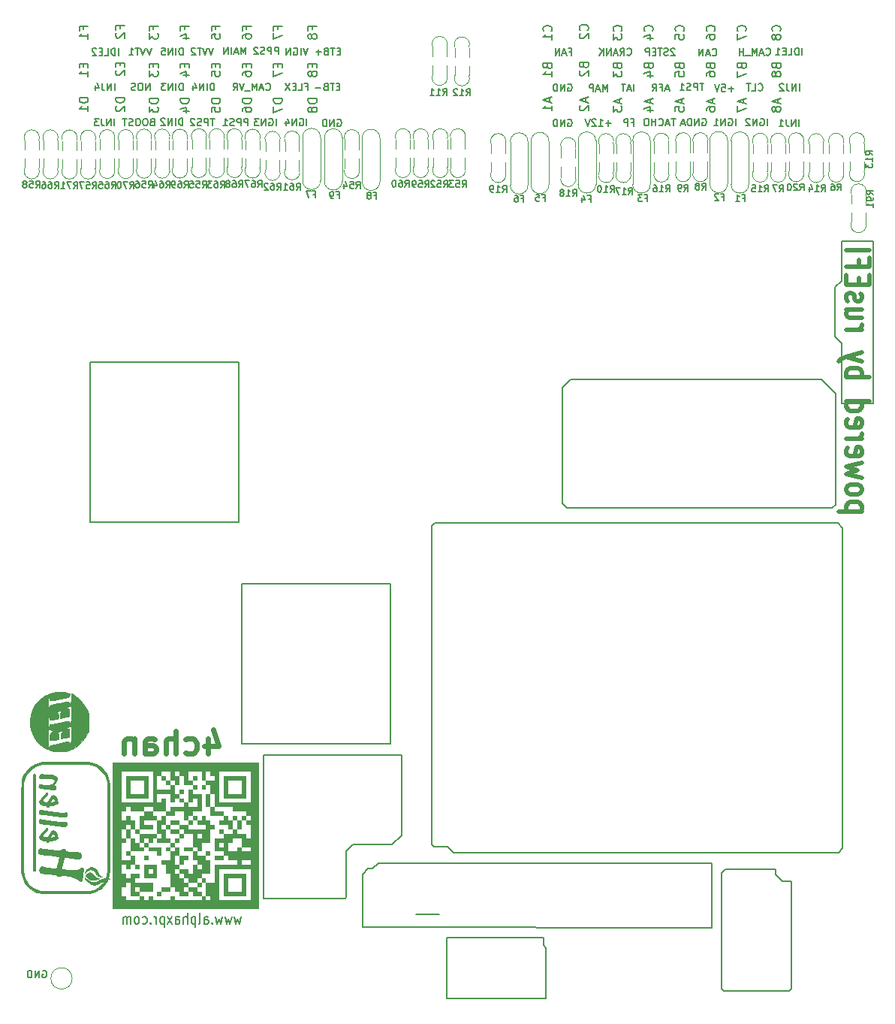
<source format=gbo>
G04 #@! TF.GenerationSoftware,KiCad,Pcbnew,(6.0.1)*
G04 #@! TF.CreationDate,2022-06-11T20:25:16+03:00*
G04 #@! TF.ProjectId,alphax_4ch,616c7068-6178-45f3-9463-682e6b696361,a*
G04 #@! TF.SameCoordinates,PX141f5e0PYa2cace0*
G04 #@! TF.FileFunction,Legend,Bot*
G04 #@! TF.FilePolarity,Positive*
%FSLAX46Y46*%
G04 Gerber Fmt 4.6, Leading zero omitted, Abs format (unit mm)*
G04 Created by KiCad (PCBNEW (6.0.1)) date 2022-06-11 20:25:16*
%MOMM*%
%LPD*%
G01*
G04 APERTURE LIST*
%ADD10C,0.170000*%
%ADD11C,0.200000*%
%ADD12C,0.600000*%
%ADD13C,0.500000*%
%ADD14C,0.130000*%
%ADD15C,0.127000*%
%ADD16C,0.150000*%
%ADD17C,0.099060*%
%ADD18C,0.120000*%
%ADD19C,0.002540*%
G04 APERTURE END LIST*
D10*
X84310989Y98707877D02*
X84310989Y99507877D01*
X83510989Y99469781D02*
X83587179Y99507877D01*
X83701465Y99507877D01*
X83815750Y99469781D01*
X83891941Y99393591D01*
X83930036Y99317401D01*
X83968131Y99165020D01*
X83968131Y99050734D01*
X83930036Y98898353D01*
X83891941Y98822162D01*
X83815750Y98745972D01*
X83701465Y98707877D01*
X83625274Y98707877D01*
X83510989Y98745972D01*
X83472893Y98784067D01*
X83472893Y99050734D01*
X83625274Y99050734D01*
X83130036Y98707877D02*
X83130036Y99507877D01*
X82672893Y98707877D01*
X82672893Y99507877D01*
X82330036Y99431686D02*
X82291941Y99469781D01*
X82215750Y99507877D01*
X82025274Y99507877D01*
X81949084Y99469781D01*
X81910989Y99431686D01*
X81872893Y99355496D01*
X81872893Y99279305D01*
X81910989Y99165020D01*
X82368131Y98707877D01*
X81872893Y98707877D01*
X68480494Y106715286D02*
X68518589Y106677191D01*
X68632875Y106639096D01*
X68709066Y106639096D01*
X68823351Y106677191D01*
X68899542Y106753381D01*
X68937637Y106829572D01*
X68975732Y106981953D01*
X68975732Y107096239D01*
X68937637Y107248620D01*
X68899542Y107324810D01*
X68823351Y107401000D01*
X68709066Y107439096D01*
X68632875Y107439096D01*
X68518589Y107401000D01*
X68480494Y107362905D01*
X67680494Y106639096D02*
X67947161Y107020048D01*
X68137637Y106639096D02*
X68137637Y107439096D01*
X67832875Y107439096D01*
X67756685Y107401000D01*
X67718589Y107362905D01*
X67680494Y107286715D01*
X67680494Y107172429D01*
X67718589Y107096239D01*
X67756685Y107058143D01*
X67832875Y107020048D01*
X68137637Y107020048D01*
X67375732Y106867667D02*
X66994780Y106867667D01*
X67451923Y106639096D02*
X67185256Y107439096D01*
X66918589Y106639096D01*
X66651923Y106639096D02*
X66651923Y107439096D01*
X66194780Y106639096D01*
X66194780Y107439096D01*
X65813828Y106639096D02*
X65813828Y107439096D01*
X65356685Y106639096D02*
X65699542Y107096239D01*
X65356685Y107439096D02*
X65813828Y106981953D01*
X25469047Y106738096D02*
X25469047Y107538096D01*
X25202380Y106966667D01*
X24935714Y107538096D01*
X24935714Y106738096D01*
X24592857Y106966667D02*
X24211904Y106966667D01*
X24669047Y106738096D02*
X24402380Y107538096D01*
X24135714Y106738096D01*
X23869047Y106738096D02*
X23869047Y107538096D01*
X23488095Y106738096D02*
X23488095Y107538096D01*
X23030952Y106738096D01*
X23030952Y107538096D01*
X36121428Y107107143D02*
X35854761Y107107143D01*
X35740476Y106688096D02*
X36121428Y106688096D01*
X36121428Y107488096D01*
X35740476Y107488096D01*
X35511904Y107488096D02*
X35054761Y107488096D01*
X35283333Y106688096D02*
X35283333Y107488096D01*
X34521428Y107107143D02*
X34407142Y107069048D01*
X34369047Y107030953D01*
X34330952Y106954762D01*
X34330952Y106840477D01*
X34369047Y106764286D01*
X34407142Y106726191D01*
X34483333Y106688096D01*
X34788095Y106688096D01*
X34788095Y107488096D01*
X34521428Y107488096D01*
X34445238Y107450000D01*
X34407142Y107411905D01*
X34369047Y107335715D01*
X34369047Y107259524D01*
X34407142Y107183334D01*
X34445238Y107145239D01*
X34521428Y107107143D01*
X34788095Y107107143D01*
X33988095Y106992858D02*
X33378571Y106992858D01*
X33683333Y106688096D02*
X33683333Y107297620D01*
X88206227Y106673986D02*
X88206227Y107473986D01*
X87825275Y106673986D02*
X87825275Y107473986D01*
X87634799Y107473986D01*
X87520513Y107435890D01*
X87444322Y107359700D01*
X87406227Y107283510D01*
X87368132Y107131129D01*
X87368132Y107016843D01*
X87406227Y106864462D01*
X87444322Y106788271D01*
X87520513Y106712081D01*
X87634799Y106673986D01*
X87825275Y106673986D01*
X86644322Y106673986D02*
X87025275Y106673986D01*
X87025275Y107473986D01*
X86377656Y107093033D02*
X86110989Y107093033D01*
X85996703Y106673986D02*
X86377656Y106673986D01*
X86377656Y107473986D01*
X85996703Y107473986D01*
X85234799Y106673986D02*
X85691941Y106673986D01*
X85463370Y106673986D02*
X85463370Y107473986D01*
X85539561Y107359700D01*
X85615751Y107283510D01*
X85691941Y107245414D01*
D11*
X24940476Y9557143D02*
X24750000Y8757143D01*
X24559523Y9328572D01*
X24369047Y8757143D01*
X24178571Y9557143D01*
X23892857Y9557143D02*
X23702380Y8757143D01*
X23511904Y9328572D01*
X23321428Y8757143D01*
X23130952Y9557143D01*
X22845238Y9557143D02*
X22654761Y8757143D01*
X22464285Y9328572D01*
X22273809Y8757143D01*
X22083333Y9557143D01*
X21702380Y8871429D02*
X21654761Y8814286D01*
X21702380Y8757143D01*
X21750000Y8814286D01*
X21702380Y8871429D01*
X21702380Y8757143D01*
X20797619Y8757143D02*
X20797619Y9385715D01*
X20845238Y9500000D01*
X20940476Y9557143D01*
X21130952Y9557143D01*
X21226190Y9500000D01*
X20797619Y8814286D02*
X20892857Y8757143D01*
X21130952Y8757143D01*
X21226190Y8814286D01*
X21273809Y8928572D01*
X21273809Y9042858D01*
X21226190Y9157143D01*
X21130952Y9214286D01*
X20892857Y9214286D01*
X20797619Y9271429D01*
X20178571Y8757143D02*
X20273809Y8814286D01*
X20321428Y8928572D01*
X20321428Y9957143D01*
X19797619Y9557143D02*
X19797619Y8357143D01*
X19797619Y9500000D02*
X19702380Y9557143D01*
X19511904Y9557143D01*
X19416666Y9500000D01*
X19369047Y9442858D01*
X19321428Y9328572D01*
X19321428Y8985715D01*
X19369047Y8871429D01*
X19416666Y8814286D01*
X19511904Y8757143D01*
X19702380Y8757143D01*
X19797619Y8814286D01*
X18892857Y8757143D02*
X18892857Y9957143D01*
X18464285Y8757143D02*
X18464285Y9385715D01*
X18511904Y9500000D01*
X18607142Y9557143D01*
X18750000Y9557143D01*
X18845238Y9500000D01*
X18892857Y9442858D01*
X17559523Y8757143D02*
X17559523Y9385715D01*
X17607142Y9500000D01*
X17702380Y9557143D01*
X17892857Y9557143D01*
X17988095Y9500000D01*
X17559523Y8814286D02*
X17654761Y8757143D01*
X17892857Y8757143D01*
X17988095Y8814286D01*
X18035714Y8928572D01*
X18035714Y9042858D01*
X17988095Y9157143D01*
X17892857Y9214286D01*
X17654761Y9214286D01*
X17559523Y9271429D01*
X17178571Y8757143D02*
X16654761Y9557143D01*
X17178571Y9557143D02*
X16654761Y8757143D01*
X16273809Y9557143D02*
X16273809Y8357143D01*
X16273809Y9500000D02*
X16178571Y9557143D01*
X15988095Y9557143D01*
X15892857Y9500000D01*
X15845238Y9442858D01*
X15797619Y9328572D01*
X15797619Y8985715D01*
X15845238Y8871429D01*
X15892857Y8814286D01*
X15988095Y8757143D01*
X16178571Y8757143D01*
X16273809Y8814286D01*
X15369047Y8757143D02*
X15369047Y9557143D01*
X15369047Y9328572D02*
X15321428Y9442858D01*
X15273809Y9500000D01*
X15178571Y9557143D01*
X15083333Y9557143D01*
X14750000Y8871429D02*
X14702380Y8814286D01*
X14750000Y8757143D01*
X14797619Y8814286D01*
X14750000Y8871429D01*
X14750000Y8757143D01*
X13845238Y8814286D02*
X13940476Y8757143D01*
X14130952Y8757143D01*
X14226190Y8814286D01*
X14273809Y8871429D01*
X14321428Y8985715D01*
X14321428Y9328572D01*
X14273809Y9442858D01*
X14226190Y9500000D01*
X14130952Y9557143D01*
X13940476Y9557143D01*
X13845238Y9500000D01*
X13273809Y8757143D02*
X13369047Y8814286D01*
X13416666Y8871429D01*
X13464285Y8985715D01*
X13464285Y9328572D01*
X13416666Y9442858D01*
X13369047Y9500000D01*
X13273809Y9557143D01*
X13130952Y9557143D01*
X13035714Y9500000D01*
X12988095Y9442858D01*
X12940476Y9328572D01*
X12940476Y8985715D01*
X12988095Y8871429D01*
X13035714Y8814286D01*
X13130952Y8757143D01*
X13273809Y8757143D01*
X12511904Y8757143D02*
X12511904Y9557143D01*
X12511904Y9442858D02*
X12464285Y9500000D01*
X12369047Y9557143D01*
X12226190Y9557143D01*
X12130952Y9500000D01*
X12083333Y9385715D01*
X12083333Y8757143D01*
X12083333Y9385715D02*
X12035714Y9500000D01*
X11940476Y9557143D01*
X11797619Y9557143D01*
X11702380Y9500000D01*
X11654761Y9385715D01*
X11654761Y8757143D01*
D10*
X14845238Y107488096D02*
X14578571Y106688096D01*
X14311904Y107488096D01*
X14159523Y107488096D02*
X13892857Y106688096D01*
X13626190Y107488096D01*
X13473809Y107488096D02*
X13016666Y107488096D01*
X13245238Y106688096D02*
X13245238Y107488096D01*
X12330952Y106688096D02*
X12788095Y106688096D01*
X12559523Y106688096D02*
X12559523Y107488096D01*
X12635714Y107373810D01*
X12711904Y107297620D01*
X12788095Y107259524D01*
X18350000Y98738096D02*
X18350000Y99538096D01*
X18159523Y99538096D01*
X18045238Y99500000D01*
X17969047Y99423810D01*
X17930952Y99347620D01*
X17892857Y99195239D01*
X17892857Y99080953D01*
X17930952Y98928572D01*
X17969047Y98852381D01*
X18045238Y98776191D01*
X18159523Y98738096D01*
X18350000Y98738096D01*
X17550000Y98738096D02*
X17550000Y99538096D01*
X17169047Y98738096D02*
X17169047Y99538096D01*
X16711904Y98738096D01*
X16711904Y99538096D01*
X16369047Y99461905D02*
X16330952Y99500000D01*
X16254761Y99538096D01*
X16064285Y99538096D01*
X15988095Y99500000D01*
X15950000Y99461905D01*
X15911904Y99385715D01*
X15911904Y99309524D01*
X15950000Y99195239D01*
X16407142Y98738096D01*
X15911904Y98738096D01*
X11116666Y106638096D02*
X11116666Y107438096D01*
X10735714Y106638096D02*
X10735714Y107438096D01*
X10545238Y107438096D01*
X10430952Y107400000D01*
X10354761Y107323810D01*
X10316666Y107247620D01*
X10278571Y107095239D01*
X10278571Y106980953D01*
X10316666Y106828572D01*
X10354761Y106752381D01*
X10430952Y106676191D01*
X10545238Y106638096D01*
X10735714Y106638096D01*
X9554761Y106638096D02*
X9935714Y106638096D01*
X9935714Y107438096D01*
X9288095Y107057143D02*
X9021428Y107057143D01*
X8907142Y106638096D02*
X9288095Y106638096D01*
X9288095Y107438096D01*
X8907142Y107438096D01*
X8602380Y107361905D02*
X8564285Y107400000D01*
X8488095Y107438096D01*
X8297619Y107438096D01*
X8221428Y107400000D01*
X8183333Y107361905D01*
X8145238Y107285715D01*
X8145238Y107209524D01*
X8183333Y107095239D01*
X8640476Y106638096D01*
X8145238Y106638096D01*
X32476190Y107488096D02*
X32209523Y106688096D01*
X31942857Y107488096D01*
X31676190Y106688096D02*
X31676190Y107488096D01*
X30876190Y107450000D02*
X30952380Y107488096D01*
X31066666Y107488096D01*
X31180952Y107450000D01*
X31257142Y107373810D01*
X31295238Y107297620D01*
X31333333Y107145239D01*
X31333333Y107030953D01*
X31295238Y106878572D01*
X31257142Y106802381D01*
X31180952Y106726191D01*
X31066666Y106688096D01*
X30990476Y106688096D01*
X30876190Y106726191D01*
X30838095Y106764286D01*
X30838095Y107030953D01*
X30990476Y107030953D01*
X30495238Y106688096D02*
X30495238Y107488096D01*
X30038095Y106688096D01*
X30038095Y107488096D01*
X36071428Y103107143D02*
X35804761Y103107143D01*
X35690476Y102688096D02*
X36071428Y102688096D01*
X36071428Y103488096D01*
X35690476Y103488096D01*
X35461904Y103488096D02*
X35004761Y103488096D01*
X35233333Y102688096D02*
X35233333Y103488096D01*
X34471428Y103107143D02*
X34357142Y103069048D01*
X34319047Y103030953D01*
X34280952Y102954762D01*
X34280952Y102840477D01*
X34319047Y102764286D01*
X34357142Y102726191D01*
X34433333Y102688096D01*
X34738095Y102688096D01*
X34738095Y103488096D01*
X34471428Y103488096D01*
X34395238Y103450000D01*
X34357142Y103411905D01*
X34319047Y103335715D01*
X34319047Y103259524D01*
X34357142Y103183334D01*
X34395238Y103145239D01*
X34471428Y103107143D01*
X34738095Y103107143D01*
X33938095Y102992858D02*
X33328571Y102992858D01*
D12*
X21176666Y29657143D02*
X21176666Y27923810D01*
X21795714Y30647620D02*
X22414761Y28790477D01*
X20805238Y28790477D01*
X18700476Y28047620D02*
X18948095Y27923810D01*
X19443333Y27923810D01*
X19690952Y28047620D01*
X19814761Y28171429D01*
X19938571Y28419048D01*
X19938571Y29161905D01*
X19814761Y29409524D01*
X19690952Y29533334D01*
X19443333Y29657143D01*
X18948095Y29657143D01*
X18700476Y29533334D01*
X17586190Y27923810D02*
X17586190Y30523810D01*
X16471904Y27923810D02*
X16471904Y29285715D01*
X16595714Y29533334D01*
X16843333Y29657143D01*
X17214761Y29657143D01*
X17462380Y29533334D01*
X17586190Y29409524D01*
X14119523Y27923810D02*
X14119523Y29285715D01*
X14243333Y29533334D01*
X14490952Y29657143D01*
X14986190Y29657143D01*
X15233809Y29533334D01*
X14119523Y28047620D02*
X14367142Y27923810D01*
X14986190Y27923810D01*
X15233809Y28047620D01*
X15357619Y28295239D01*
X15357619Y28542858D01*
X15233809Y28790477D01*
X14986190Y28914286D01*
X14367142Y28914286D01*
X14119523Y29038096D01*
X12881428Y29657143D02*
X12881428Y27923810D01*
X12881428Y29409524D02*
X12757619Y29533334D01*
X12510000Y29657143D01*
X12138571Y29657143D01*
X11890952Y29533334D01*
X11767142Y29285715D01*
X11767142Y27923810D01*
D10*
X32202380Y103107143D02*
X32469047Y103107143D01*
X32469047Y102688096D02*
X32469047Y103488096D01*
X32088095Y103488096D01*
X31402380Y102688096D02*
X31783333Y102688096D01*
X31783333Y103488096D01*
X31135714Y103107143D02*
X30869047Y103107143D01*
X30754761Y102688096D02*
X31135714Y102688096D01*
X31135714Y103488096D01*
X30754761Y103488096D01*
X30488095Y103488096D02*
X29954761Y102688096D01*
X29954761Y103488096D02*
X30488095Y102688096D01*
X27750000Y102764286D02*
X27788095Y102726191D01*
X27902380Y102688096D01*
X27978571Y102688096D01*
X28092857Y102726191D01*
X28169047Y102802381D01*
X28207142Y102878572D01*
X28245238Y103030953D01*
X28245238Y103145239D01*
X28207142Y103297620D01*
X28169047Y103373810D01*
X28092857Y103450000D01*
X27978571Y103488096D01*
X27902380Y103488096D01*
X27788095Y103450000D01*
X27750000Y103411905D01*
X27445238Y102916667D02*
X27064285Y102916667D01*
X27521428Y102688096D02*
X27254761Y103488096D01*
X26988095Y102688096D01*
X26721428Y102688096D02*
X26721428Y103488096D01*
X26454761Y102916667D01*
X26188095Y103488096D01*
X26188095Y102688096D01*
X25997619Y102611905D02*
X25388095Y102611905D01*
X25311904Y103488096D02*
X25045238Y102688096D01*
X24778571Y103488096D01*
X24054761Y102688096D02*
X24321428Y103069048D01*
X24511904Y102688096D02*
X24511904Y103488096D01*
X24207142Y103488096D01*
X24130952Y103450000D01*
X24092857Y103411905D01*
X24054761Y103335715D01*
X24054761Y103221429D01*
X24092857Y103145239D01*
X24130952Y103107143D01*
X24207142Y103069048D01*
X24511904Y103069048D01*
X14916666Y99107143D02*
X14802380Y99069048D01*
X14764285Y99030953D01*
X14726190Y98954762D01*
X14726190Y98840477D01*
X14764285Y98764286D01*
X14802380Y98726191D01*
X14878571Y98688096D01*
X15183333Y98688096D01*
X15183333Y99488096D01*
X14916666Y99488096D01*
X14840476Y99450000D01*
X14802380Y99411905D01*
X14764285Y99335715D01*
X14764285Y99259524D01*
X14802380Y99183334D01*
X14840476Y99145239D01*
X14916666Y99107143D01*
X15183333Y99107143D01*
X14230952Y99488096D02*
X14078571Y99488096D01*
X14002380Y99450000D01*
X13926190Y99373810D01*
X13888095Y99221429D01*
X13888095Y98954762D01*
X13926190Y98802381D01*
X14002380Y98726191D01*
X14078571Y98688096D01*
X14230952Y98688096D01*
X14307142Y98726191D01*
X14383333Y98802381D01*
X14421428Y98954762D01*
X14421428Y99221429D01*
X14383333Y99373810D01*
X14307142Y99450000D01*
X14230952Y99488096D01*
X13392857Y99488096D02*
X13240476Y99488096D01*
X13164285Y99450000D01*
X13088095Y99373810D01*
X13050000Y99221429D01*
X13050000Y98954762D01*
X13088095Y98802381D01*
X13164285Y98726191D01*
X13240476Y98688096D01*
X13392857Y98688096D01*
X13469047Y98726191D01*
X13545238Y98802381D01*
X13583333Y98954762D01*
X13583333Y99221429D01*
X13545238Y99373810D01*
X13469047Y99450000D01*
X13392857Y99488096D01*
X12745238Y98726191D02*
X12630952Y98688096D01*
X12440476Y98688096D01*
X12364285Y98726191D01*
X12326190Y98764286D01*
X12288095Y98840477D01*
X12288095Y98916667D01*
X12326190Y98992858D01*
X12364285Y99030953D01*
X12440476Y99069048D01*
X12592857Y99107143D01*
X12669047Y99145239D01*
X12707142Y99183334D01*
X12745238Y99259524D01*
X12745238Y99335715D01*
X12707142Y99411905D01*
X12669047Y99450000D01*
X12592857Y99488096D01*
X12402380Y99488096D01*
X12288095Y99450000D01*
X12059523Y99488096D02*
X11602380Y99488096D01*
X11830952Y98688096D02*
X11830952Y99488096D01*
X35809523Y99400000D02*
X35885714Y99438096D01*
X36000000Y99438096D01*
X36114285Y99400000D01*
X36190476Y99323810D01*
X36228571Y99247620D01*
X36266666Y99095239D01*
X36266666Y98980953D01*
X36228571Y98828572D01*
X36190476Y98752381D01*
X36114285Y98676191D01*
X36000000Y98638096D01*
X35923809Y98638096D01*
X35809523Y98676191D01*
X35771428Y98714286D01*
X35771428Y98980953D01*
X35923809Y98980953D01*
X35428571Y98638096D02*
X35428571Y99438096D01*
X34971428Y98638096D01*
X34971428Y99438096D01*
X34590476Y98638096D02*
X34590476Y99438096D01*
X34400000Y99438096D01*
X34285714Y99400000D01*
X34209523Y99323810D01*
X34171428Y99247620D01*
X34133333Y99095239D01*
X34133333Y98980953D01*
X34171428Y98828572D01*
X34209523Y98752381D01*
X34285714Y98676191D01*
X34400000Y98638096D01*
X34590476Y98638096D01*
D13*
X94957142Y55248810D02*
X92357142Y55248810D01*
X94833333Y55248810D02*
X94957142Y55458334D01*
X94957142Y55877381D01*
X94833333Y56086905D01*
X94709523Y56191667D01*
X94461904Y56296429D01*
X93719047Y56296429D01*
X93471428Y56191667D01*
X93347619Y56086905D01*
X93223809Y55877381D01*
X93223809Y55458334D01*
X93347619Y55248810D01*
X93223809Y57553572D02*
X93347619Y57344048D01*
X93471428Y57239286D01*
X93719047Y57134524D01*
X94461904Y57134524D01*
X94709523Y57239286D01*
X94833333Y57344048D01*
X94957142Y57553572D01*
X94957142Y57867858D01*
X94833333Y58077381D01*
X94709523Y58182143D01*
X94461904Y58286905D01*
X93719047Y58286905D01*
X93471428Y58182143D01*
X93347619Y58077381D01*
X93223809Y57867858D01*
X93223809Y57553572D01*
X94957142Y59020239D02*
X93223809Y59439286D01*
X94461904Y59858334D01*
X93223809Y60277381D01*
X94957142Y60696429D01*
X93347619Y62372620D02*
X93223809Y62163096D01*
X93223809Y61744048D01*
X93347619Y61534524D01*
X93595238Y61429762D01*
X94585714Y61429762D01*
X94833333Y61534524D01*
X94957142Y61744048D01*
X94957142Y62163096D01*
X94833333Y62372620D01*
X94585714Y62477381D01*
X94338095Y62477381D01*
X94090476Y61429762D01*
X93223809Y63420239D02*
X94957142Y63420239D01*
X94461904Y63420239D02*
X94709523Y63525000D01*
X94833333Y63629762D01*
X94957142Y63839286D01*
X94957142Y64048810D01*
X93347619Y65620239D02*
X93223809Y65410715D01*
X93223809Y64991667D01*
X93347619Y64782143D01*
X93595238Y64677381D01*
X94585714Y64677381D01*
X94833333Y64782143D01*
X94957142Y64991667D01*
X94957142Y65410715D01*
X94833333Y65620239D01*
X94585714Y65725000D01*
X94338095Y65725000D01*
X94090476Y64677381D01*
X93223809Y67610715D02*
X95823809Y67610715D01*
X93347619Y67610715D02*
X93223809Y67401191D01*
X93223809Y66982143D01*
X93347619Y66772620D01*
X93471428Y66667858D01*
X93719047Y66563096D01*
X94461904Y66563096D01*
X94709523Y66667858D01*
X94833333Y66772620D01*
X94957142Y66982143D01*
X94957142Y67401191D01*
X94833333Y67610715D01*
X93223809Y70334524D02*
X95823809Y70334524D01*
X94833333Y70334524D02*
X94957142Y70544048D01*
X94957142Y70963096D01*
X94833333Y71172620D01*
X94709523Y71277381D01*
X94461904Y71382143D01*
X93719047Y71382143D01*
X93471428Y71277381D01*
X93347619Y71172620D01*
X93223809Y70963096D01*
X93223809Y70544048D01*
X93347619Y70334524D01*
X94957142Y72115477D02*
X93223809Y72639286D01*
X94957142Y73163096D02*
X93223809Y72639286D01*
X92604761Y72429762D01*
X92480952Y72325000D01*
X92357142Y72115477D01*
X93223809Y75677381D02*
X94957142Y75677381D01*
X94461904Y75677381D02*
X94709523Y75782143D01*
X94833333Y75886905D01*
X94957142Y76096429D01*
X94957142Y76305953D01*
X94957142Y77982143D02*
X93223809Y77982143D01*
X94957142Y77039286D02*
X93595238Y77039286D01*
X93347619Y77144048D01*
X93223809Y77353572D01*
X93223809Y77667858D01*
X93347619Y77877381D01*
X93471428Y77982143D01*
X93347619Y78925000D02*
X93223809Y79134524D01*
X93223809Y79553572D01*
X93347619Y79763096D01*
X93595238Y79867858D01*
X93719047Y79867858D01*
X93966666Y79763096D01*
X94090476Y79553572D01*
X94090476Y79239286D01*
X94214285Y79029762D01*
X94461904Y78925000D01*
X94585714Y78925000D01*
X94833333Y79029762D01*
X94957142Y79239286D01*
X94957142Y79553572D01*
X94833333Y79763096D01*
X94585714Y80810715D02*
X94585714Y81544048D01*
X93223809Y81858334D02*
X93223809Y80810715D01*
X95823809Y80810715D01*
X95823809Y81858334D01*
X94585714Y83534524D02*
X94585714Y82801191D01*
X93223809Y82801191D02*
X95823809Y82801191D01*
X95823809Y83848810D01*
X93223809Y84686905D02*
X95823809Y84686905D01*
D10*
X10704761Y102688096D02*
X10704761Y103488096D01*
X10323809Y102688096D02*
X10323809Y103488096D01*
X9866666Y102688096D01*
X9866666Y103488096D01*
X9257142Y103488096D02*
X9257142Y102916667D01*
X9295238Y102802381D01*
X9371428Y102726191D01*
X9485714Y102688096D01*
X9561904Y102688096D01*
X8533333Y103221429D02*
X8533333Y102688096D01*
X8723809Y103526191D02*
X8914285Y102954762D01*
X8419047Y102954762D01*
X77139652Y103488096D02*
X76682509Y103488096D01*
X76911080Y102688096D02*
X76911080Y103488096D01*
X76415842Y102688096D02*
X76415842Y103488096D01*
X76111080Y103488096D01*
X76034890Y103450000D01*
X75996795Y103411905D01*
X75958699Y103335715D01*
X75958699Y103221429D01*
X75996795Y103145239D01*
X76034890Y103107143D01*
X76111080Y103069048D01*
X76415842Y103069048D01*
X75653937Y102726191D02*
X75539652Y102688096D01*
X75349176Y102688096D01*
X75272985Y102726191D01*
X75234890Y102764286D01*
X75196795Y102840477D01*
X75196795Y102916667D01*
X75234890Y102992858D01*
X75272985Y103030953D01*
X75349176Y103069048D01*
X75501556Y103107143D01*
X75577747Y103145239D01*
X75615842Y103183334D01*
X75653937Y103259524D01*
X75653937Y103335715D01*
X75615842Y103411905D01*
X75577747Y103450000D01*
X75501556Y103488096D01*
X75311080Y103488096D01*
X75196795Y103450000D01*
X74434890Y102688096D02*
X74892033Y102688096D01*
X74663461Y102688096D02*
X74663461Y103488096D01*
X74739652Y103373810D01*
X74815842Y103297620D01*
X74892033Y103259524D01*
X87879212Y98638096D02*
X87879212Y99438096D01*
X87498260Y98638096D02*
X87498260Y99438096D01*
X87041117Y98638096D01*
X87041117Y99438096D01*
X86431593Y99438096D02*
X86431593Y98866667D01*
X86469689Y98752381D01*
X86545879Y98676191D01*
X86660165Y98638096D01*
X86736355Y98638096D01*
X85631593Y98638096D02*
X86088736Y98638096D01*
X85860165Y98638096D02*
X85860165Y99438096D01*
X85936355Y99323810D01*
X86012546Y99247620D01*
X86088736Y99209524D01*
X10654761Y98688096D02*
X10654761Y99488096D01*
X10273809Y98688096D02*
X10273809Y99488096D01*
X9816666Y98688096D01*
X9816666Y99488096D01*
X9207142Y99488096D02*
X9207142Y98916667D01*
X9245238Y98802381D01*
X9321428Y98726191D01*
X9435714Y98688096D01*
X9511904Y98688096D01*
X8902380Y99488096D02*
X8407142Y99488096D01*
X8673809Y99183334D01*
X8559523Y99183334D01*
X8483333Y99145239D01*
X8445238Y99107143D01*
X8407142Y99030953D01*
X8407142Y98840477D01*
X8445238Y98764286D01*
X8483333Y98726191D01*
X8559523Y98688096D01*
X8788095Y98688096D01*
X8864285Y98726191D01*
X8902380Y98764286D01*
X78077747Y106645506D02*
X78115842Y106607411D01*
X78230128Y106569316D01*
X78306319Y106569316D01*
X78420604Y106607411D01*
X78496795Y106683601D01*
X78534890Y106759792D01*
X78572985Y106912173D01*
X78572985Y107026459D01*
X78534890Y107178840D01*
X78496795Y107255030D01*
X78420604Y107331220D01*
X78306319Y107369316D01*
X78230128Y107369316D01*
X78115842Y107331220D01*
X78077747Y107293125D01*
X77772985Y106797887D02*
X77392033Y106797887D01*
X77849176Y106569316D02*
X77582509Y107369316D01*
X77315842Y106569316D01*
X77049176Y106569316D02*
X77049176Y107369316D01*
X76592033Y106569316D01*
X76592033Y107369316D01*
X68987088Y99092033D02*
X69253754Y99092033D01*
X69253754Y98672986D02*
X69253754Y99472986D01*
X68872802Y99472986D01*
X68568040Y98672986D02*
X68568040Y99472986D01*
X68263278Y99472986D01*
X68187088Y99434890D01*
X68148993Y99396795D01*
X68110897Y99320605D01*
X68110897Y99206319D01*
X68148993Y99130129D01*
X68187088Y99092033D01*
X68263278Y99053938D01*
X68568040Y99053938D01*
X32350000Y98688096D02*
X32350000Y99488096D01*
X31550000Y99450000D02*
X31626190Y99488096D01*
X31740476Y99488096D01*
X31854761Y99450000D01*
X31930952Y99373810D01*
X31969047Y99297620D01*
X32007142Y99145239D01*
X32007142Y99030953D01*
X31969047Y98878572D01*
X31930952Y98802381D01*
X31854761Y98726191D01*
X31740476Y98688096D01*
X31664285Y98688096D01*
X31550000Y98726191D01*
X31511904Y98764286D01*
X31511904Y99030953D01*
X31664285Y99030953D01*
X31169047Y98688096D02*
X31169047Y99488096D01*
X30711904Y98688096D01*
X30711904Y99488096D01*
X29988095Y99221429D02*
X29988095Y98688096D01*
X30178571Y99526191D02*
X30369047Y98954762D01*
X29873809Y98954762D01*
X80717308Y98707877D02*
X80717308Y99507877D01*
X79917308Y99469781D02*
X79993498Y99507877D01*
X80107784Y99507877D01*
X80222069Y99469781D01*
X80298260Y99393591D01*
X80336355Y99317401D01*
X80374450Y99165020D01*
X80374450Y99050734D01*
X80336355Y98898353D01*
X80298260Y98822162D01*
X80222069Y98745972D01*
X80107784Y98707877D01*
X80031593Y98707877D01*
X79917308Y98745972D01*
X79879212Y98784067D01*
X79879212Y99050734D01*
X80031593Y99050734D01*
X79536355Y98707877D02*
X79536355Y99507877D01*
X79079212Y98707877D01*
X79079212Y99507877D01*
X78279212Y98707877D02*
X78736355Y98707877D01*
X78507784Y98707877D02*
X78507784Y99507877D01*
X78583974Y99393591D01*
X78660165Y99317401D01*
X78736355Y99279305D01*
X83282601Y102702923D02*
X83320696Y102664828D01*
X83434982Y102626733D01*
X83511172Y102626733D01*
X83625458Y102664828D01*
X83701649Y102741018D01*
X83739744Y102817209D01*
X83777839Y102969590D01*
X83777839Y103083876D01*
X83739744Y103236257D01*
X83701649Y103312447D01*
X83625458Y103388637D01*
X83511172Y103426733D01*
X83434982Y103426733D01*
X83320696Y103388637D01*
X83282601Y103350542D01*
X82558791Y102626733D02*
X82939744Y102626733D01*
X82939744Y103426733D01*
X82406410Y103426733D02*
X81949268Y103426733D01*
X82177839Y102626733D02*
X82177839Y103426733D01*
X61809523Y99400000D02*
X61885714Y99438096D01*
X62000000Y99438096D01*
X62114285Y99400000D01*
X62190476Y99323810D01*
X62228571Y99247620D01*
X62266666Y99095239D01*
X62266666Y98980953D01*
X62228571Y98828572D01*
X62190476Y98752381D01*
X62114285Y98676191D01*
X62000000Y98638096D01*
X61923809Y98638096D01*
X61809523Y98676191D01*
X61771428Y98714286D01*
X61771428Y98980953D01*
X61923809Y98980953D01*
X61428571Y98638096D02*
X61428571Y99438096D01*
X60971428Y98638096D01*
X60971428Y99438096D01*
X60590476Y98638096D02*
X60590476Y99438096D01*
X60400000Y99438096D01*
X60285714Y99400000D01*
X60209523Y99323810D01*
X60171428Y99247620D01*
X60133333Y99095239D01*
X60133333Y98980953D01*
X60171428Y98828572D01*
X60209523Y98752381D01*
X60285714Y98676191D01*
X60400000Y98638096D01*
X60590476Y98638096D01*
X21940476Y99488096D02*
X21483333Y99488096D01*
X21711904Y98688096D02*
X21711904Y99488096D01*
X21216666Y98688096D02*
X21216666Y99488096D01*
X20911904Y99488096D01*
X20835714Y99450000D01*
X20797619Y99411905D01*
X20759523Y99335715D01*
X20759523Y99221429D01*
X20797619Y99145239D01*
X20835714Y99107143D01*
X20911904Y99069048D01*
X21216666Y99069048D01*
X20454761Y98726191D02*
X20340476Y98688096D01*
X20150000Y98688096D01*
X20073809Y98726191D01*
X20035714Y98764286D01*
X19997619Y98840477D01*
X19997619Y98916667D01*
X20035714Y98992858D01*
X20073809Y99030953D01*
X20150000Y99069048D01*
X20302380Y99107143D01*
X20378571Y99145239D01*
X20416666Y99183334D01*
X20454761Y99259524D01*
X20454761Y99335715D01*
X20416666Y99411905D01*
X20378571Y99450000D01*
X20302380Y99488096D01*
X20111904Y99488096D01*
X19997619Y99450000D01*
X19692857Y99411905D02*
X19654761Y99450000D01*
X19578571Y99488096D01*
X19388095Y99488096D01*
X19311904Y99450000D01*
X19273809Y99411905D01*
X19235714Y99335715D01*
X19235714Y99259524D01*
X19273809Y99145239D01*
X19730952Y98688096D01*
X19235714Y98688096D01*
X61809523Y103377473D02*
X61885714Y103415569D01*
X62000000Y103415569D01*
X62114285Y103377473D01*
X62190476Y103301283D01*
X62228571Y103225093D01*
X62266666Y103072712D01*
X62266666Y102958426D01*
X62228571Y102806045D01*
X62190476Y102729854D01*
X62114285Y102653664D01*
X62000000Y102615569D01*
X61923809Y102615569D01*
X61809523Y102653664D01*
X61771428Y102691759D01*
X61771428Y102958426D01*
X61923809Y102958426D01*
X61428571Y102615569D02*
X61428571Y103415569D01*
X60971428Y102615569D01*
X60971428Y103415569D01*
X60590476Y102615569D02*
X60590476Y103415569D01*
X60400000Y103415569D01*
X60285714Y103377473D01*
X60209523Y103301283D01*
X60171428Y103225093D01*
X60133333Y103072712D01*
X60133333Y102958426D01*
X60171428Y102806045D01*
X60209523Y102729854D01*
X60285714Y102653664D01*
X60400000Y102615569D01*
X60590476Y102615569D01*
X25721428Y98688096D02*
X25721428Y99488096D01*
X25416666Y99488096D01*
X25340476Y99450000D01*
X25302380Y99411905D01*
X25264285Y99335715D01*
X25264285Y99221429D01*
X25302380Y99145239D01*
X25340476Y99107143D01*
X25416666Y99069048D01*
X25721428Y99069048D01*
X24921428Y98688096D02*
X24921428Y99488096D01*
X24616666Y99488096D01*
X24540476Y99450000D01*
X24502380Y99411905D01*
X24464285Y99335715D01*
X24464285Y99221429D01*
X24502380Y99145239D01*
X24540476Y99107143D01*
X24616666Y99069048D01*
X24921428Y99069048D01*
X24159523Y98726191D02*
X24045238Y98688096D01*
X23854761Y98688096D01*
X23778571Y98726191D01*
X23740476Y98764286D01*
X23702380Y98840477D01*
X23702380Y98916667D01*
X23740476Y98992858D01*
X23778571Y99030953D01*
X23854761Y99069048D01*
X24007142Y99107143D01*
X24083333Y99145239D01*
X24121428Y99183334D01*
X24159523Y99259524D01*
X24159523Y99335715D01*
X24121428Y99411905D01*
X24083333Y99450000D01*
X24007142Y99488096D01*
X23816666Y99488096D01*
X23702380Y99450000D01*
X22940476Y98688096D02*
X23397619Y98688096D01*
X23169047Y98688096D02*
X23169047Y99488096D01*
X23245238Y99373810D01*
X23321428Y99297620D01*
X23397619Y99259524D01*
X87914102Y102626733D02*
X87914102Y103426733D01*
X87533150Y102626733D02*
X87533150Y103426733D01*
X87076007Y102626733D01*
X87076007Y103426733D01*
X86466483Y103426733D02*
X86466483Y102855304D01*
X86504579Y102741018D01*
X86580769Y102664828D01*
X86695055Y102626733D01*
X86771245Y102626733D01*
X86123626Y103350542D02*
X86085531Y103388637D01*
X86009341Y103426733D01*
X85818864Y103426733D01*
X85742674Y103388637D01*
X85704579Y103350542D01*
X85666483Y103274352D01*
X85666483Y103198161D01*
X85704579Y103083876D01*
X86161721Y102626733D01*
X85666483Y102626733D01*
X21900000Y102688096D02*
X21900000Y103488096D01*
X21709523Y103488096D01*
X21595238Y103450000D01*
X21519047Y103373810D01*
X21480952Y103297620D01*
X21442857Y103145239D01*
X21442857Y103030953D01*
X21480952Y102878572D01*
X21519047Y102802381D01*
X21595238Y102726191D01*
X21709523Y102688096D01*
X21900000Y102688096D01*
X21100000Y102688096D02*
X21100000Y103488096D01*
X20719047Y102688096D02*
X20719047Y103488096D01*
X20261904Y102688096D01*
X20261904Y103488096D01*
X19538095Y103221429D02*
X19538095Y102688096D01*
X19728571Y103526191D02*
X19919047Y102954762D01*
X19423809Y102954762D01*
X73193498Y102820414D02*
X72812545Y102820414D01*
X73269688Y102591843D02*
X73003022Y103391843D01*
X72736355Y102591843D01*
X72203022Y103010890D02*
X72469688Y103010890D01*
X72469688Y102591843D02*
X72469688Y103391843D01*
X72088736Y103391843D01*
X71326831Y102591843D02*
X71593498Y102972795D01*
X71783974Y102591843D02*
X71783974Y103391843D01*
X71479212Y103391843D01*
X71403022Y103353747D01*
X71364926Y103315652D01*
X71326831Y103239462D01*
X71326831Y103125176D01*
X71364926Y103048986D01*
X71403022Y103010890D01*
X71479212Y102972795D01*
X71783974Y102972795D01*
X73866575Y107362905D02*
X73828480Y107401000D01*
X73752289Y107439096D01*
X73561813Y107439096D01*
X73485623Y107401000D01*
X73447527Y107362905D01*
X73409432Y107286715D01*
X73409432Y107210524D01*
X73447527Y107096239D01*
X73904670Y106639096D01*
X73409432Y106639096D01*
X73104670Y106677191D02*
X72990385Y106639096D01*
X72799908Y106639096D01*
X72723718Y106677191D01*
X72685623Y106715286D01*
X72647527Y106791477D01*
X72647527Y106867667D01*
X72685623Y106943858D01*
X72723718Y106981953D01*
X72799908Y107020048D01*
X72952289Y107058143D01*
X73028480Y107096239D01*
X73066575Y107134334D01*
X73104670Y107210524D01*
X73104670Y107286715D01*
X73066575Y107362905D01*
X73028480Y107401000D01*
X72952289Y107439096D01*
X72761813Y107439096D01*
X72647527Y107401000D01*
X72418956Y107439096D02*
X71961813Y107439096D01*
X72190385Y106639096D02*
X72190385Y107439096D01*
X71695146Y107058143D02*
X71428480Y107058143D01*
X71314194Y106639096D02*
X71695146Y106639096D01*
X71695146Y107439096D01*
X71314194Y107439096D01*
X70971337Y106639096D02*
X70971337Y107439096D01*
X70666575Y107439096D01*
X70590385Y107401000D01*
X70552289Y107362905D01*
X70514194Y107286715D01*
X70514194Y107172429D01*
X70552289Y107096239D01*
X70590385Y107058143D01*
X70666575Y107020048D01*
X70971337Y107020048D01*
X84142948Y106715286D02*
X84181043Y106677191D01*
X84295329Y106639096D01*
X84371519Y106639096D01*
X84485805Y106677191D01*
X84561996Y106753381D01*
X84600091Y106829572D01*
X84638186Y106981953D01*
X84638186Y107096239D01*
X84600091Y107248620D01*
X84561996Y107324810D01*
X84485805Y107401000D01*
X84371519Y107439096D01*
X84295329Y107439096D01*
X84181043Y107401000D01*
X84142948Y107362905D01*
X83838186Y106867667D02*
X83457234Y106867667D01*
X83914377Y106639096D02*
X83647710Y107439096D01*
X83381043Y106639096D01*
X83114377Y106639096D02*
X83114377Y107439096D01*
X82847710Y106867667D01*
X82581043Y107439096D01*
X82581043Y106639096D01*
X82390567Y106562905D02*
X81781043Y106562905D01*
X81590567Y106639096D02*
X81590567Y107439096D01*
X81590567Y107058143D02*
X81133424Y107058143D01*
X81133424Y106639096D02*
X81133424Y107439096D01*
X61952290Y107058143D02*
X62218956Y107058143D01*
X62218956Y106639096D02*
X62218956Y107439096D01*
X61838004Y107439096D01*
X61571337Y106867667D02*
X61190385Y106867667D01*
X61647528Y106639096D02*
X61380861Y107439096D01*
X61114194Y106639096D01*
X60847528Y106639096D02*
X60847528Y107439096D01*
X60390385Y106639096D01*
X60390385Y107439096D01*
X28900000Y98688096D02*
X28900000Y99488096D01*
X28100000Y99450000D02*
X28176190Y99488096D01*
X28290476Y99488096D01*
X28404761Y99450000D01*
X28480952Y99373810D01*
X28519047Y99297620D01*
X28557142Y99145239D01*
X28557142Y99030953D01*
X28519047Y98878572D01*
X28480952Y98802381D01*
X28404761Y98726191D01*
X28290476Y98688096D01*
X28214285Y98688096D01*
X28100000Y98726191D01*
X28061904Y98764286D01*
X28061904Y99030953D01*
X28214285Y99030953D01*
X27719047Y98688096D02*
X27719047Y99488096D01*
X27261904Y98688096D01*
X27261904Y99488096D01*
X26957142Y99488096D02*
X26461904Y99488096D01*
X26728571Y99183334D01*
X26614285Y99183334D01*
X26538095Y99145239D01*
X26500000Y99107143D01*
X26461904Y99030953D01*
X26461904Y98840477D01*
X26500000Y98764286D01*
X26538095Y98726191D01*
X26614285Y98688096D01*
X26842857Y98688096D01*
X26919047Y98726191D01*
X26957142Y98764286D01*
X29171428Y106738096D02*
X29171428Y107538096D01*
X28866666Y107538096D01*
X28790476Y107500000D01*
X28752380Y107461905D01*
X28714285Y107385715D01*
X28714285Y107271429D01*
X28752380Y107195239D01*
X28790476Y107157143D01*
X28866666Y107119048D01*
X29171428Y107119048D01*
X28371428Y106738096D02*
X28371428Y107538096D01*
X28066666Y107538096D01*
X27990476Y107500000D01*
X27952380Y107461905D01*
X27914285Y107385715D01*
X27914285Y107271429D01*
X27952380Y107195239D01*
X27990476Y107157143D01*
X28066666Y107119048D01*
X28371428Y107119048D01*
X27609523Y106776191D02*
X27495238Y106738096D01*
X27304761Y106738096D01*
X27228571Y106776191D01*
X27190476Y106814286D01*
X27152380Y106890477D01*
X27152380Y106966667D01*
X27190476Y107042858D01*
X27228571Y107080953D01*
X27304761Y107119048D01*
X27457142Y107157143D01*
X27533333Y107195239D01*
X27571428Y107233334D01*
X27609523Y107309524D01*
X27609523Y107385715D01*
X27571428Y107461905D01*
X27533333Y107500000D01*
X27457142Y107538096D01*
X27266666Y107538096D01*
X27152380Y107500000D01*
X26847619Y107461905D02*
X26809523Y107500000D01*
X26733333Y107538096D01*
X26542857Y107538096D01*
X26466666Y107500000D01*
X26428571Y107461905D01*
X26390476Y107385715D01*
X26390476Y107309524D01*
X26428571Y107195239D01*
X26885714Y106738096D01*
X26390476Y106738096D01*
X2574761Y3460000D02*
X2652857Y3499048D01*
X2770000Y3499048D01*
X2887142Y3460000D01*
X2965238Y3381905D01*
X3004285Y3303810D01*
X3043333Y3147620D01*
X3043333Y3030477D01*
X3004285Y2874286D01*
X2965238Y2796191D01*
X2887142Y2718096D01*
X2770000Y2679048D01*
X2691904Y2679048D01*
X2574761Y2718096D01*
X2535714Y2757143D01*
X2535714Y3030477D01*
X2691904Y3030477D01*
X2184285Y2679048D02*
X2184285Y3499048D01*
X1715714Y2679048D01*
X1715714Y3499048D01*
X1325238Y2679048D02*
X1325238Y3499048D01*
X1130000Y3499048D01*
X1012857Y3460000D01*
X934761Y3381905D01*
X895714Y3303810D01*
X856666Y3147620D01*
X856666Y3030477D01*
X895714Y2874286D01*
X934761Y2796191D01*
X1012857Y2718096D01*
X1130000Y2679048D01*
X1325238Y2679048D01*
X18400000Y102688096D02*
X18400000Y103488096D01*
X18209523Y103488096D01*
X18095238Y103450000D01*
X18019047Y103373810D01*
X17980952Y103297620D01*
X17942857Y103145239D01*
X17942857Y103030953D01*
X17980952Y102878572D01*
X18019047Y102802381D01*
X18095238Y102726191D01*
X18209523Y102688096D01*
X18400000Y102688096D01*
X17600000Y102688096D02*
X17600000Y103488096D01*
X17219047Y102688096D02*
X17219047Y103488096D01*
X16761904Y102688096D01*
X16761904Y103488096D01*
X16457142Y103488096D02*
X15961904Y103488096D01*
X16228571Y103183334D01*
X16114285Y103183334D01*
X16038095Y103145239D01*
X16000000Y103107143D01*
X15961904Y103030953D01*
X15961904Y102840477D01*
X16000000Y102764286D01*
X16038095Y102726191D01*
X16114285Y102688096D01*
X16342857Y102688096D01*
X16419047Y102726191D01*
X16457142Y102764286D01*
X76945787Y99469781D02*
X77021978Y99507877D01*
X77136264Y99507877D01*
X77250549Y99469781D01*
X77326740Y99393591D01*
X77364835Y99317401D01*
X77402930Y99165020D01*
X77402930Y99050734D01*
X77364835Y98898353D01*
X77326740Y98822162D01*
X77250549Y98745972D01*
X77136264Y98707877D01*
X77060073Y98707877D01*
X76945787Y98745972D01*
X76907692Y98784067D01*
X76907692Y99050734D01*
X77060073Y99050734D01*
X76564835Y98707877D02*
X76564835Y99507877D01*
X76107692Y98707877D01*
X76107692Y99507877D01*
X75726740Y98707877D02*
X75726740Y99507877D01*
X75536264Y99507877D01*
X75421978Y99469781D01*
X75345787Y99393591D01*
X75307692Y99317401D01*
X75269597Y99165020D01*
X75269597Y99050734D01*
X75307692Y98898353D01*
X75345787Y98822162D01*
X75421978Y98745972D01*
X75536264Y98707877D01*
X75726740Y98707877D01*
X74964835Y98936448D02*
X74583883Y98936448D01*
X75041026Y98707877D02*
X74774359Y99507877D01*
X74507692Y98707877D01*
X80510989Y102861715D02*
X79901465Y102861715D01*
X80206227Y102556953D02*
X80206227Y103166477D01*
X79139560Y103356953D02*
X79520513Y103356953D01*
X79558608Y102976000D01*
X79520513Y103014096D01*
X79444322Y103052191D01*
X79253846Y103052191D01*
X79177656Y103014096D01*
X79139560Y102976000D01*
X79101465Y102899810D01*
X79101465Y102709334D01*
X79139560Y102633143D01*
X79177656Y102595048D01*
X79253846Y102556953D01*
X79444322Y102556953D01*
X79520513Y102595048D01*
X79558608Y102633143D01*
X78872894Y103356953D02*
X78606227Y102556953D01*
X78339560Y103356953D01*
X14678571Y102688096D02*
X14678571Y103488096D01*
X14221428Y102688096D01*
X14221428Y103488096D01*
X13688095Y103488096D02*
X13535714Y103488096D01*
X13459523Y103450000D01*
X13383333Y103373810D01*
X13345238Y103221429D01*
X13345238Y102954762D01*
X13383333Y102802381D01*
X13459523Y102726191D01*
X13535714Y102688096D01*
X13688095Y102688096D01*
X13764285Y102726191D01*
X13840476Y102802381D01*
X13878571Y102954762D01*
X13878571Y103221429D01*
X13840476Y103373810D01*
X13764285Y103450000D01*
X13688095Y103488096D01*
X13040476Y102726191D02*
X12926190Y102688096D01*
X12735714Y102688096D01*
X12659523Y102726191D01*
X12621428Y102764286D01*
X12583333Y102840477D01*
X12583333Y102916667D01*
X12621428Y102992858D01*
X12659523Y103030953D01*
X12735714Y103069048D01*
X12888095Y103107143D01*
X12964285Y103145239D01*
X13002380Y103183334D01*
X13040476Y103259524D01*
X13040476Y103335715D01*
X13002380Y103411905D01*
X12964285Y103450000D01*
X12888095Y103488096D01*
X12697619Y103488096D01*
X12583333Y103450000D01*
X66256776Y102556953D02*
X66256776Y103356953D01*
X65990110Y102785524D01*
X65723443Y103356953D01*
X65723443Y102556953D01*
X65380586Y102785524D02*
X64999633Y102785524D01*
X65456776Y102556953D02*
X65190110Y103356953D01*
X64923443Y102556953D01*
X64656776Y102556953D02*
X64656776Y103356953D01*
X64352014Y103356953D01*
X64275824Y103318857D01*
X64237729Y103280762D01*
X64199633Y103204572D01*
X64199633Y103090286D01*
X64237729Y103014096D01*
X64275824Y102976000D01*
X64352014Y102937905D01*
X64656776Y102937905D01*
X21845238Y107488096D02*
X21578571Y106688096D01*
X21311904Y107488096D01*
X21159523Y107488096D02*
X20892857Y106688096D01*
X20626190Y107488096D01*
X20473809Y107488096D02*
X20016666Y107488096D01*
X20245238Y106688096D02*
X20245238Y107488096D01*
X19788095Y107411905D02*
X19750000Y107450000D01*
X19673809Y107488096D01*
X19483333Y107488096D01*
X19407142Y107450000D01*
X19369047Y107411905D01*
X19330952Y107335715D01*
X19330952Y107259524D01*
X19369047Y107145239D01*
X19826190Y106688096D01*
X19330952Y106688096D01*
X69244323Y102591843D02*
X69244323Y103391843D01*
X68901465Y102820414D02*
X68520513Y102820414D01*
X68977656Y102591843D02*
X68710989Y103391843D01*
X68444323Y102591843D01*
X68291942Y103391843D02*
X67834799Y103391843D01*
X68063370Y102591843D02*
X68063370Y103391843D01*
X18400000Y106688096D02*
X18400000Y107488096D01*
X18209523Y107488096D01*
X18095238Y107450000D01*
X18019047Y107373810D01*
X17980952Y107297620D01*
X17942857Y107145239D01*
X17942857Y107030953D01*
X17980952Y106878572D01*
X18019047Y106802381D01*
X18095238Y106726191D01*
X18209523Y106688096D01*
X18400000Y106688096D01*
X17600000Y106688096D02*
X17600000Y107488096D01*
X17219047Y106688096D02*
X17219047Y107488096D01*
X16761904Y106688096D01*
X16761904Y107488096D01*
X16000000Y107488096D02*
X16380952Y107488096D01*
X16419047Y107107143D01*
X16380952Y107145239D01*
X16304761Y107183334D01*
X16114285Y107183334D01*
X16038095Y107145239D01*
X16000000Y107107143D01*
X15961904Y107030953D01*
X15961904Y106840477D01*
X16000000Y106764286D01*
X16038095Y106726191D01*
X16114285Y106688096D01*
X16304761Y106688096D01*
X16380952Y106726191D01*
X16419047Y106764286D01*
X66691666Y98977748D02*
X66082143Y98977748D01*
X66386904Y98672986D02*
X66386904Y99282510D01*
X65282143Y98672986D02*
X65739285Y98672986D01*
X65510714Y98672986D02*
X65510714Y99472986D01*
X65586904Y99358700D01*
X65663095Y99282510D01*
X65739285Y99244414D01*
X64977381Y99396795D02*
X64939285Y99434890D01*
X64863095Y99472986D01*
X64672619Y99472986D01*
X64596428Y99434890D01*
X64558333Y99396795D01*
X64520238Y99320605D01*
X64520238Y99244414D01*
X64558333Y99130129D01*
X65015476Y98672986D01*
X64520238Y98672986D01*
X64291666Y99472986D02*
X64025000Y98672986D01*
X63758333Y99472986D01*
X73930128Y99507877D02*
X73472985Y99507877D01*
X73701557Y98707877D02*
X73701557Y99507877D01*
X73244414Y98936448D02*
X72863462Y98936448D01*
X73320605Y98707877D02*
X73053938Y99507877D01*
X72787271Y98707877D01*
X72063462Y98784067D02*
X72101557Y98745972D01*
X72215843Y98707877D01*
X72292033Y98707877D01*
X72406319Y98745972D01*
X72482509Y98822162D01*
X72520605Y98898353D01*
X72558700Y99050734D01*
X72558700Y99165020D01*
X72520605Y99317401D01*
X72482509Y99393591D01*
X72406319Y99469781D01*
X72292033Y99507877D01*
X72215843Y99507877D01*
X72101557Y99469781D01*
X72063462Y99431686D01*
X71720605Y98707877D02*
X71720605Y99507877D01*
X71720605Y99126924D02*
X71263462Y99126924D01*
X71263462Y98707877D02*
X71263462Y99507877D01*
X70730128Y99507877D02*
X70577747Y99507877D01*
X70501557Y99469781D01*
X70425366Y99393591D01*
X70387271Y99241210D01*
X70387271Y98974543D01*
X70425366Y98822162D01*
X70501557Y98745972D01*
X70577747Y98707877D01*
X70730128Y98707877D01*
X70806319Y98745972D01*
X70882509Y98822162D01*
X70920605Y98974543D01*
X70920605Y99241210D01*
X70882509Y99393591D01*
X70806319Y99469781D01*
X70730128Y99507877D01*
D14*
G04 #@! TO.C,R8*
X76906050Y91483428D02*
X77156050Y91840571D01*
X77334621Y91483428D02*
X77334621Y92233428D01*
X77048907Y92233428D01*
X76977478Y92197713D01*
X76941764Y92161999D01*
X76906050Y92090571D01*
X76906050Y91983428D01*
X76941764Y91911999D01*
X76977478Y91876285D01*
X77048907Y91840571D01*
X77334621Y91840571D01*
X76477478Y91911999D02*
X76548907Y91947713D01*
X76584621Y91983428D01*
X76620335Y92054856D01*
X76620335Y92090571D01*
X76584621Y92161999D01*
X76548907Y92197713D01*
X76477478Y92233428D01*
X76334621Y92233428D01*
X76263192Y92197713D01*
X76227478Y92161999D01*
X76191764Y92090571D01*
X76191764Y92054856D01*
X76227478Y91983428D01*
X76263192Y91947713D01*
X76334621Y91911999D01*
X76477478Y91911999D01*
X76548907Y91876285D01*
X76584621Y91840571D01*
X76620335Y91769142D01*
X76620335Y91626285D01*
X76584621Y91554856D01*
X76548907Y91519142D01*
X76477478Y91483428D01*
X76334621Y91483428D01*
X76263192Y91519142D01*
X76227478Y91554856D01*
X76191764Y91626285D01*
X76191764Y91769142D01*
X76227478Y91840571D01*
X76263192Y91876285D01*
X76334621Y91911999D01*
D15*
G04 #@! TO.C,R59*
X45689857Y91755286D02*
X45943857Y92118143D01*
X46125285Y91755286D02*
X46125285Y92517286D01*
X45835000Y92517286D01*
X45762428Y92481000D01*
X45726142Y92444715D01*
X45689857Y92372143D01*
X45689857Y92263286D01*
X45726142Y92190715D01*
X45762428Y92154429D01*
X45835000Y92118143D01*
X46125285Y92118143D01*
X45000428Y92517286D02*
X45363285Y92517286D01*
X45399571Y92154429D01*
X45363285Y92190715D01*
X45290714Y92227000D01*
X45109285Y92227000D01*
X45036714Y92190715D01*
X45000428Y92154429D01*
X44964142Y92081858D01*
X44964142Y91900429D01*
X45000428Y91827858D01*
X45036714Y91791572D01*
X45109285Y91755286D01*
X45290714Y91755286D01*
X45363285Y91791572D01*
X45399571Y91827858D01*
X44601285Y91755286D02*
X44456142Y91755286D01*
X44383571Y91791572D01*
X44347285Y91827858D01*
X44274714Y91936715D01*
X44238428Y92081858D01*
X44238428Y92372143D01*
X44274714Y92444715D01*
X44311000Y92481000D01*
X44383571Y92517286D01*
X44528714Y92517286D01*
X44601285Y92481000D01*
X44637571Y92444715D01*
X44673857Y92372143D01*
X44673857Y92190715D01*
X44637571Y92118143D01*
X44601285Y92081858D01*
X44528714Y92045572D01*
X44383571Y92045572D01*
X44311000Y92081858D01*
X44274714Y92118143D01*
X44238428Y92190715D01*
G04 #@! TO.C,R9*
X74927000Y91305286D02*
X75181000Y91668143D01*
X75362428Y91305286D02*
X75362428Y92067286D01*
X75072142Y92067286D01*
X74999571Y92031000D01*
X74963285Y91994715D01*
X74927000Y91922143D01*
X74927000Y91813286D01*
X74963285Y91740715D01*
X74999571Y91704429D01*
X75072142Y91668143D01*
X75362428Y91668143D01*
X74564142Y91305286D02*
X74419000Y91305286D01*
X74346428Y91341572D01*
X74310142Y91377858D01*
X74237571Y91486715D01*
X74201285Y91631858D01*
X74201285Y91922143D01*
X74237571Y91994715D01*
X74273857Y92031000D01*
X74346428Y92067286D01*
X74491571Y92067286D01*
X74564142Y92031000D01*
X74600428Y91994715D01*
X74636714Y91922143D01*
X74636714Y91740715D01*
X74600428Y91668143D01*
X74564142Y91631858D01*
X74491571Y91595572D01*
X74346428Y91595572D01*
X74273857Y91631858D01*
X74237571Y91668143D01*
X74201285Y91740715D01*
G04 #@! TO.C,R68*
X24689857Y91755286D02*
X24943857Y92118143D01*
X25125285Y91755286D02*
X25125285Y92517286D01*
X24835000Y92517286D01*
X24762428Y92481000D01*
X24726142Y92444715D01*
X24689857Y92372143D01*
X24689857Y92263286D01*
X24726142Y92190715D01*
X24762428Y92154429D01*
X24835000Y92118143D01*
X25125285Y92118143D01*
X24036714Y92517286D02*
X24181857Y92517286D01*
X24254428Y92481000D01*
X24290714Y92444715D01*
X24363285Y92335858D01*
X24399571Y92190715D01*
X24399571Y91900429D01*
X24363285Y91827858D01*
X24327000Y91791572D01*
X24254428Y91755286D01*
X24109285Y91755286D01*
X24036714Y91791572D01*
X24000428Y91827858D01*
X23964142Y91900429D01*
X23964142Y92081858D01*
X24000428Y92154429D01*
X24036714Y92190715D01*
X24109285Y92227000D01*
X24254428Y92227000D01*
X24327000Y92190715D01*
X24363285Y92154429D01*
X24399571Y92081858D01*
X23528714Y92190715D02*
X23601285Y92227000D01*
X23637571Y92263286D01*
X23673857Y92335858D01*
X23673857Y92372143D01*
X23637571Y92444715D01*
X23601285Y92481000D01*
X23528714Y92517286D01*
X23383571Y92517286D01*
X23311000Y92481000D01*
X23274714Y92444715D01*
X23238428Y92372143D01*
X23238428Y92335858D01*
X23274714Y92263286D01*
X23311000Y92227000D01*
X23383571Y92190715D01*
X23528714Y92190715D01*
X23601285Y92154429D01*
X23637571Y92118143D01*
X23673857Y92045572D01*
X23673857Y91900429D01*
X23637571Y91827858D01*
X23601285Y91791572D01*
X23528714Y91755286D01*
X23383571Y91755286D01*
X23311000Y91791572D01*
X23274714Y91827858D01*
X23238428Y91900429D01*
X23238428Y92045572D01*
X23274714Y92118143D01*
X23311000Y92154429D01*
X23383571Y92190715D01*
G04 #@! TO.C,F4*
X64104000Y90454429D02*
X64358000Y90454429D01*
X64358000Y90055286D02*
X64358000Y90817286D01*
X63995142Y90817286D01*
X63378285Y90563286D02*
X63378285Y90055286D01*
X63559714Y90853572D02*
X63741142Y90309286D01*
X63269428Y90309286D01*
G04 #@! TO.C,R91*
X96244714Y90959858D02*
X95881857Y91213858D01*
X96244714Y91395286D02*
X95482714Y91395286D01*
X95482714Y91105000D01*
X95519000Y91032429D01*
X95555285Y90996143D01*
X95627857Y90959858D01*
X95736714Y90959858D01*
X95809285Y90996143D01*
X95845571Y91032429D01*
X95881857Y91105000D01*
X95881857Y91395286D01*
X96244714Y90597000D02*
X96244714Y90451858D01*
X96208428Y90379286D01*
X96172142Y90343000D01*
X96063285Y90270429D01*
X95918142Y90234143D01*
X95627857Y90234143D01*
X95555285Y90270429D01*
X95519000Y90306715D01*
X95482714Y90379286D01*
X95482714Y90524429D01*
X95519000Y90597000D01*
X95555285Y90633286D01*
X95627857Y90669572D01*
X95809285Y90669572D01*
X95881857Y90633286D01*
X95918142Y90597000D01*
X95954428Y90524429D01*
X95954428Y90379286D01*
X95918142Y90306715D01*
X95881857Y90270429D01*
X95809285Y90234143D01*
X96244714Y89508429D02*
X96244714Y89943858D01*
X96244714Y89726143D02*
X95482714Y89726143D01*
X95591571Y89798715D01*
X95664142Y89871286D01*
X95700428Y89943858D01*
D16*
G04 #@! TO.C,P2*
X32978571Y109533334D02*
X32978571Y109866667D01*
X33502380Y109866667D02*
X32502380Y109866667D01*
X32502380Y109390477D01*
X32930952Y108866667D02*
X32883333Y108961905D01*
X32835714Y109009524D01*
X32740476Y109057143D01*
X32692857Y109057143D01*
X32597619Y109009524D01*
X32550000Y108961905D01*
X32502380Y108866667D01*
X32502380Y108676191D01*
X32550000Y108580953D01*
X32597619Y108533334D01*
X32692857Y108485715D01*
X32740476Y108485715D01*
X32835714Y108533334D01*
X32883333Y108580953D01*
X32930952Y108676191D01*
X32930952Y108866667D01*
X32978571Y108961905D01*
X33026190Y109009524D01*
X33121428Y109057143D01*
X33311904Y109057143D01*
X33407142Y109009524D01*
X33454761Y108961905D01*
X33502380Y108866667D01*
X33502380Y108676191D01*
X33454761Y108580953D01*
X33407142Y108533334D01*
X33311904Y108485715D01*
X33121428Y108485715D01*
X33026190Y108533334D01*
X32978571Y108580953D01*
X32930952Y108676191D01*
X29602380Y101738096D02*
X28602380Y101738096D01*
X28602380Y101500000D01*
X28650000Y101357143D01*
X28745238Y101261905D01*
X28840476Y101214286D01*
X29030952Y101166667D01*
X29173809Y101166667D01*
X29364285Y101214286D01*
X29459523Y101261905D01*
X29554761Y101357143D01*
X29602380Y101500000D01*
X29602380Y101738096D01*
X28602380Y100833334D02*
X28602380Y100166667D01*
X29602380Y100595239D01*
X7178571Y109533334D02*
X7178571Y109866667D01*
X7702380Y109866667D02*
X6702380Y109866667D01*
X6702380Y109390477D01*
X7702380Y108485715D02*
X7702380Y109057143D01*
X7702380Y108771429D02*
X6702380Y108771429D01*
X6845238Y108866667D01*
X6940476Y108961905D01*
X6988095Y109057143D01*
X22078571Y105690477D02*
X22078571Y105357143D01*
X22602380Y105214286D02*
X22602380Y105690477D01*
X21602380Y105690477D01*
X21602380Y105214286D01*
X21602380Y104309524D02*
X21602380Y104785715D01*
X22078571Y104833334D01*
X22030952Y104785715D01*
X21983333Y104690477D01*
X21983333Y104452381D01*
X22030952Y104357143D01*
X22078571Y104309524D01*
X22173809Y104261905D01*
X22411904Y104261905D01*
X22507142Y104309524D01*
X22554761Y104357143D01*
X22602380Y104452381D01*
X22602380Y104690477D01*
X22554761Y104785715D01*
X22507142Y104833334D01*
X15078571Y105690477D02*
X15078571Y105357143D01*
X15602380Y105214286D02*
X15602380Y105690477D01*
X14602380Y105690477D01*
X14602380Y105214286D01*
X14602380Y104880953D02*
X14602380Y104261905D01*
X14983333Y104595239D01*
X14983333Y104452381D01*
X15030952Y104357143D01*
X15078571Y104309524D01*
X15173809Y104261905D01*
X15411904Y104261905D01*
X15507142Y104309524D01*
X15554761Y104357143D01*
X15602380Y104452381D01*
X15602380Y104738096D01*
X15554761Y104833334D01*
X15507142Y104880953D01*
X18578571Y109533334D02*
X18578571Y109866667D01*
X19102380Y109866667D02*
X18102380Y109866667D01*
X18102380Y109390477D01*
X18435714Y108580953D02*
X19102380Y108580953D01*
X18054761Y108819048D02*
X18769047Y109057143D01*
X18769047Y108438096D01*
X11278571Y105790477D02*
X11278571Y105457143D01*
X11802380Y105314286D02*
X11802380Y105790477D01*
X10802380Y105790477D01*
X10802380Y105314286D01*
X10897619Y104933334D02*
X10850000Y104885715D01*
X10802380Y104790477D01*
X10802380Y104552381D01*
X10850000Y104457143D01*
X10897619Y104409524D01*
X10992857Y104361905D01*
X11088095Y104361905D01*
X11230952Y104409524D01*
X11802380Y104980953D01*
X11802380Y104361905D01*
X29078571Y109533334D02*
X29078571Y109866667D01*
X29602380Y109866667D02*
X28602380Y109866667D01*
X28602380Y109390477D01*
X28602380Y109104762D02*
X28602380Y108438096D01*
X29602380Y108866667D01*
X7702380Y101838096D02*
X6702380Y101838096D01*
X6702380Y101600000D01*
X6750000Y101457143D01*
X6845238Y101361905D01*
X6940476Y101314286D01*
X7130952Y101266667D01*
X7273809Y101266667D01*
X7464285Y101314286D01*
X7559523Y101361905D01*
X7654761Y101457143D01*
X7702380Y101600000D01*
X7702380Y101838096D01*
X7702380Y100314286D02*
X7702380Y100885715D01*
X7702380Y100600000D02*
X6702380Y100600000D01*
X6845238Y100695239D01*
X6940476Y100790477D01*
X6988095Y100885715D01*
X22602380Y101738096D02*
X21602380Y101738096D01*
X21602380Y101500000D01*
X21650000Y101357143D01*
X21745238Y101261905D01*
X21840476Y101214286D01*
X22030952Y101166667D01*
X22173809Y101166667D01*
X22364285Y101214286D01*
X22459523Y101261905D01*
X22554761Y101357143D01*
X22602380Y101500000D01*
X22602380Y101738096D01*
X21602380Y100261905D02*
X21602380Y100738096D01*
X22078571Y100785715D01*
X22030952Y100738096D01*
X21983333Y100642858D01*
X21983333Y100404762D01*
X22030952Y100309524D01*
X22078571Y100261905D01*
X22173809Y100214286D01*
X22411904Y100214286D01*
X22507142Y100261905D01*
X22554761Y100309524D01*
X22602380Y100404762D01*
X22602380Y100642858D01*
X22554761Y100738096D01*
X22507142Y100785715D01*
X18578571Y105690477D02*
X18578571Y105357143D01*
X19102380Y105214286D02*
X19102380Y105690477D01*
X18102380Y105690477D01*
X18102380Y105214286D01*
X18435714Y104357143D02*
X19102380Y104357143D01*
X18054761Y104595239D02*
X18769047Y104833334D01*
X18769047Y104214286D01*
X19102380Y101738096D02*
X18102380Y101738096D01*
X18102380Y101500000D01*
X18150000Y101357143D01*
X18245238Y101261905D01*
X18340476Y101214286D01*
X18530952Y101166667D01*
X18673809Y101166667D01*
X18864285Y101214286D01*
X18959523Y101261905D01*
X19054761Y101357143D01*
X19102380Y101500000D01*
X19102380Y101738096D01*
X18435714Y100309524D02*
X19102380Y100309524D01*
X18054761Y100547620D02*
X18769047Y100785715D01*
X18769047Y100166667D01*
X15602380Y101738096D02*
X14602380Y101738096D01*
X14602380Y101500000D01*
X14650000Y101357143D01*
X14745238Y101261905D01*
X14840476Y101214286D01*
X15030952Y101166667D01*
X15173809Y101166667D01*
X15364285Y101214286D01*
X15459523Y101261905D01*
X15554761Y101357143D01*
X15602380Y101500000D01*
X15602380Y101738096D01*
X14602380Y100833334D02*
X14602380Y100214286D01*
X14983333Y100547620D01*
X14983333Y100404762D01*
X15030952Y100309524D01*
X15078571Y100261905D01*
X15173809Y100214286D01*
X15411904Y100214286D01*
X15507142Y100261905D01*
X15554761Y100309524D01*
X15602380Y100404762D01*
X15602380Y100690477D01*
X15554761Y100785715D01*
X15507142Y100833334D01*
X26102380Y101738096D02*
X25102380Y101738096D01*
X25102380Y101500000D01*
X25150000Y101357143D01*
X25245238Y101261905D01*
X25340476Y101214286D01*
X25530952Y101166667D01*
X25673809Y101166667D01*
X25864285Y101214286D01*
X25959523Y101261905D01*
X26054761Y101357143D01*
X26102380Y101500000D01*
X26102380Y101738096D01*
X25102380Y100309524D02*
X25102380Y100500000D01*
X25150000Y100595239D01*
X25197619Y100642858D01*
X25340476Y100738096D01*
X25530952Y100785715D01*
X25911904Y100785715D01*
X26007142Y100738096D01*
X26054761Y100690477D01*
X26102380Y100595239D01*
X26102380Y100404762D01*
X26054761Y100309524D01*
X26007142Y100261905D01*
X25911904Y100214286D01*
X25673809Y100214286D01*
X25578571Y100261905D01*
X25530952Y100309524D01*
X25483333Y100404762D01*
X25483333Y100595239D01*
X25530952Y100690477D01*
X25578571Y100738096D01*
X25673809Y100785715D01*
X22078571Y109533334D02*
X22078571Y109866667D01*
X22602380Y109866667D02*
X21602380Y109866667D01*
X21602380Y109390477D01*
X21602380Y108533334D02*
X21602380Y109009524D01*
X22078571Y109057143D01*
X22030952Y109009524D01*
X21983333Y108914286D01*
X21983333Y108676191D01*
X22030952Y108580953D01*
X22078571Y108533334D01*
X22173809Y108485715D01*
X22411904Y108485715D01*
X22507142Y108533334D01*
X22554761Y108580953D01*
X22602380Y108676191D01*
X22602380Y108914286D01*
X22554761Y109009524D01*
X22507142Y109057143D01*
X11278571Y109633334D02*
X11278571Y109966667D01*
X11802380Y109966667D02*
X10802380Y109966667D01*
X10802380Y109490477D01*
X10897619Y109157143D02*
X10850000Y109109524D01*
X10802380Y109014286D01*
X10802380Y108776191D01*
X10850000Y108680953D01*
X10897619Y108633334D01*
X10992857Y108585715D01*
X11088095Y108585715D01*
X11230952Y108633334D01*
X11802380Y109204762D01*
X11802380Y108585715D01*
X25578571Y109533334D02*
X25578571Y109866667D01*
X26102380Y109866667D02*
X25102380Y109866667D01*
X25102380Y109390477D01*
X25102380Y108580953D02*
X25102380Y108771429D01*
X25150000Y108866667D01*
X25197619Y108914286D01*
X25340476Y109009524D01*
X25530952Y109057143D01*
X25911904Y109057143D01*
X26007142Y109009524D01*
X26054761Y108961905D01*
X26102380Y108866667D01*
X26102380Y108676191D01*
X26054761Y108580953D01*
X26007142Y108533334D01*
X25911904Y108485715D01*
X25673809Y108485715D01*
X25578571Y108533334D01*
X25530952Y108580953D01*
X25483333Y108676191D01*
X25483333Y108866667D01*
X25530952Y108961905D01*
X25578571Y109009524D01*
X25673809Y109057143D01*
X15078571Y109533334D02*
X15078571Y109866667D01*
X15602380Y109866667D02*
X14602380Y109866667D01*
X14602380Y109390477D01*
X14602380Y109104762D02*
X14602380Y108485715D01*
X14983333Y108819048D01*
X14983333Y108676191D01*
X15030952Y108580953D01*
X15078571Y108533334D01*
X15173809Y108485715D01*
X15411904Y108485715D01*
X15507142Y108533334D01*
X15554761Y108580953D01*
X15602380Y108676191D01*
X15602380Y108961905D01*
X15554761Y109057143D01*
X15507142Y109104762D01*
X7178571Y105690477D02*
X7178571Y105357143D01*
X7702380Y105214286D02*
X7702380Y105690477D01*
X6702380Y105690477D01*
X6702380Y105214286D01*
X7702380Y104261905D02*
X7702380Y104833334D01*
X7702380Y104547620D02*
X6702380Y104547620D01*
X6845238Y104642858D01*
X6940476Y104738096D01*
X6988095Y104833334D01*
X33502380Y101738096D02*
X32502380Y101738096D01*
X32502380Y101500000D01*
X32550000Y101357143D01*
X32645238Y101261905D01*
X32740476Y101214286D01*
X32930952Y101166667D01*
X33073809Y101166667D01*
X33264285Y101214286D01*
X33359523Y101261905D01*
X33454761Y101357143D01*
X33502380Y101500000D01*
X33502380Y101738096D01*
X32930952Y100595239D02*
X32883333Y100690477D01*
X32835714Y100738096D01*
X32740476Y100785715D01*
X32692857Y100785715D01*
X32597619Y100738096D01*
X32550000Y100690477D01*
X32502380Y100595239D01*
X32502380Y100404762D01*
X32550000Y100309524D01*
X32597619Y100261905D01*
X32692857Y100214286D01*
X32740476Y100214286D01*
X32835714Y100261905D01*
X32883333Y100309524D01*
X32930952Y100404762D01*
X32930952Y100595239D01*
X32978571Y100690477D01*
X33026190Y100738096D01*
X33121428Y100785715D01*
X33311904Y100785715D01*
X33407142Y100738096D01*
X33454761Y100690477D01*
X33502380Y100595239D01*
X33502380Y100404762D01*
X33454761Y100309524D01*
X33407142Y100261905D01*
X33311904Y100214286D01*
X33121428Y100214286D01*
X33026190Y100261905D01*
X32978571Y100309524D01*
X32930952Y100404762D01*
X29078571Y105690477D02*
X29078571Y105357143D01*
X29602380Y105214286D02*
X29602380Y105690477D01*
X28602380Y105690477D01*
X28602380Y105214286D01*
X28602380Y104880953D02*
X28602380Y104214286D01*
X29602380Y104642858D01*
X25578571Y105690477D02*
X25578571Y105357143D01*
X26102380Y105214286D02*
X26102380Y105690477D01*
X25102380Y105690477D01*
X25102380Y105214286D01*
X25102380Y104357143D02*
X25102380Y104547620D01*
X25150000Y104642858D01*
X25197619Y104690477D01*
X25340476Y104785715D01*
X25530952Y104833334D01*
X25911904Y104833334D01*
X26007142Y104785715D01*
X26054761Y104738096D01*
X26102380Y104642858D01*
X26102380Y104452381D01*
X26054761Y104357143D01*
X26007142Y104309524D01*
X25911904Y104261905D01*
X25673809Y104261905D01*
X25578571Y104309524D01*
X25530952Y104357143D01*
X25483333Y104452381D01*
X25483333Y104642858D01*
X25530952Y104738096D01*
X25578571Y104785715D01*
X25673809Y104833334D01*
X32978571Y105690477D02*
X32978571Y105357143D01*
X33502380Y105214286D02*
X33502380Y105690477D01*
X32502380Y105690477D01*
X32502380Y105214286D01*
X32930952Y104642858D02*
X32883333Y104738096D01*
X32835714Y104785715D01*
X32740476Y104833334D01*
X32692857Y104833334D01*
X32597619Y104785715D01*
X32550000Y104738096D01*
X32502380Y104642858D01*
X32502380Y104452381D01*
X32550000Y104357143D01*
X32597619Y104309524D01*
X32692857Y104261905D01*
X32740476Y104261905D01*
X32835714Y104309524D01*
X32883333Y104357143D01*
X32930952Y104452381D01*
X32930952Y104642858D01*
X32978571Y104738096D01*
X33026190Y104785715D01*
X33121428Y104833334D01*
X33311904Y104833334D01*
X33407142Y104785715D01*
X33454761Y104738096D01*
X33502380Y104642858D01*
X33502380Y104452381D01*
X33454761Y104357143D01*
X33407142Y104309524D01*
X33311904Y104261905D01*
X33121428Y104261905D01*
X33026190Y104309524D01*
X32978571Y104357143D01*
X32930952Y104452381D01*
X11802380Y101838096D02*
X10802380Y101838096D01*
X10802380Y101600000D01*
X10850000Y101457143D01*
X10945238Y101361905D01*
X11040476Y101314286D01*
X11230952Y101266667D01*
X11373809Y101266667D01*
X11564285Y101314286D01*
X11659523Y101361905D01*
X11754761Y101457143D01*
X11802380Y101600000D01*
X11802380Y101838096D01*
X10897619Y100885715D02*
X10850000Y100838096D01*
X10802380Y100742858D01*
X10802380Y100504762D01*
X10850000Y100409524D01*
X10897619Y100361905D01*
X10992857Y100314286D01*
X11088095Y100314286D01*
X11230952Y100361905D01*
X11802380Y100933334D01*
X11802380Y100314286D01*
D14*
G04 #@! TO.C,R11*
X47698142Y102152715D02*
X47948142Y102509858D01*
X48126714Y102152715D02*
X48126714Y102902715D01*
X47841000Y102902715D01*
X47769571Y102867000D01*
X47733857Y102831286D01*
X47698142Y102759858D01*
X47698142Y102652715D01*
X47733857Y102581286D01*
X47769571Y102545572D01*
X47841000Y102509858D01*
X48126714Y102509858D01*
X46983857Y102152715D02*
X47412428Y102152715D01*
X47198142Y102152715D02*
X47198142Y102902715D01*
X47269571Y102795572D01*
X47341000Y102724143D01*
X47412428Y102688429D01*
X46269571Y102152715D02*
X46698142Y102152715D01*
X46483857Y102152715D02*
X46483857Y102902715D01*
X46555285Y102795572D01*
X46626714Y102724143D01*
X46698142Y102688429D01*
G04 #@! TO.C,R6*
X92175000Y91410715D02*
X92425000Y91767858D01*
X92603571Y91410715D02*
X92603571Y92160715D01*
X92317857Y92160715D01*
X92246428Y92125000D01*
X92210714Y92089286D01*
X92175000Y92017858D01*
X92175000Y91910715D01*
X92210714Y91839286D01*
X92246428Y91803572D01*
X92317857Y91767858D01*
X92603571Y91767858D01*
X91532142Y92160715D02*
X91675000Y92160715D01*
X91746428Y92125000D01*
X91782142Y92089286D01*
X91853571Y91982143D01*
X91889285Y91839286D01*
X91889285Y91553572D01*
X91853571Y91482143D01*
X91817857Y91446429D01*
X91746428Y91410715D01*
X91603571Y91410715D01*
X91532142Y91446429D01*
X91496428Y91482143D01*
X91460714Y91553572D01*
X91460714Y91732143D01*
X91496428Y91803572D01*
X91532142Y91839286D01*
X91603571Y91875000D01*
X91746428Y91875000D01*
X91817857Y91839286D01*
X91853571Y91803572D01*
X91889285Y91732143D01*
D15*
G04 #@! TO.C,R60*
X43439857Y91805286D02*
X43693857Y92168143D01*
X43875285Y91805286D02*
X43875285Y92567286D01*
X43585000Y92567286D01*
X43512428Y92531000D01*
X43476142Y92494715D01*
X43439857Y92422143D01*
X43439857Y92313286D01*
X43476142Y92240715D01*
X43512428Y92204429D01*
X43585000Y92168143D01*
X43875285Y92168143D01*
X42786714Y92567286D02*
X42931857Y92567286D01*
X43004428Y92531000D01*
X43040714Y92494715D01*
X43113285Y92385858D01*
X43149571Y92240715D01*
X43149571Y91950429D01*
X43113285Y91877858D01*
X43077000Y91841572D01*
X43004428Y91805286D01*
X42859285Y91805286D01*
X42786714Y91841572D01*
X42750428Y91877858D01*
X42714142Y91950429D01*
X42714142Y92131858D01*
X42750428Y92204429D01*
X42786714Y92240715D01*
X42859285Y92277000D01*
X43004428Y92277000D01*
X43077000Y92240715D01*
X43113285Y92204429D01*
X43149571Y92131858D01*
X42242428Y92567286D02*
X42169857Y92567286D01*
X42097285Y92531000D01*
X42061000Y92494715D01*
X42024714Y92422143D01*
X41988428Y92277000D01*
X41988428Y92095572D01*
X42024714Y91950429D01*
X42061000Y91877858D01*
X42097285Y91841572D01*
X42169857Y91805286D01*
X42242428Y91805286D01*
X42315000Y91841572D01*
X42351285Y91877858D01*
X42387571Y91950429D01*
X42423857Y92095572D01*
X42423857Y92277000D01*
X42387571Y92422143D01*
X42351285Y92494715D01*
X42315000Y92531000D01*
X42242428Y92567286D01*
G04 #@! TO.C,R66*
X3939857Y91621987D02*
X4193857Y91984844D01*
X4375285Y91621987D02*
X4375285Y92383987D01*
X4085000Y92383987D01*
X4012428Y92347701D01*
X3976142Y92311416D01*
X3939857Y92238844D01*
X3939857Y92129987D01*
X3976142Y92057416D01*
X4012428Y92021130D01*
X4085000Y91984844D01*
X4375285Y91984844D01*
X3286714Y92383987D02*
X3431857Y92383987D01*
X3504428Y92347701D01*
X3540714Y92311416D01*
X3613285Y92202559D01*
X3649571Y92057416D01*
X3649571Y91767130D01*
X3613285Y91694559D01*
X3577000Y91658273D01*
X3504428Y91621987D01*
X3359285Y91621987D01*
X3286714Y91658273D01*
X3250428Y91694559D01*
X3214142Y91767130D01*
X3214142Y91948559D01*
X3250428Y92021130D01*
X3286714Y92057416D01*
X3359285Y92093701D01*
X3504428Y92093701D01*
X3577000Y92057416D01*
X3613285Y92021130D01*
X3649571Y91948559D01*
X2561000Y92383987D02*
X2706142Y92383987D01*
X2778714Y92347701D01*
X2815000Y92311416D01*
X2887571Y92202559D01*
X2923857Y92057416D01*
X2923857Y91767130D01*
X2887571Y91694559D01*
X2851285Y91658273D01*
X2778714Y91621987D01*
X2633571Y91621987D01*
X2561000Y91658273D01*
X2524714Y91694559D01*
X2488428Y91767130D01*
X2488428Y91948559D01*
X2524714Y92021130D01*
X2561000Y92057416D01*
X2633571Y92093701D01*
X2778714Y92093701D01*
X2851285Y92057416D01*
X2887571Y92021130D01*
X2923857Y91948559D01*
D14*
G04 #@! TO.C,R17*
X68632142Y90960715D02*
X68882142Y91317858D01*
X69060714Y90960715D02*
X69060714Y91710715D01*
X68775000Y91710715D01*
X68703571Y91675000D01*
X68667857Y91639286D01*
X68632142Y91567858D01*
X68632142Y91460715D01*
X68667857Y91389286D01*
X68703571Y91353572D01*
X68775000Y91317858D01*
X69060714Y91317858D01*
X67917857Y90960715D02*
X68346428Y90960715D01*
X68132142Y90960715D02*
X68132142Y91710715D01*
X68203571Y91603572D01*
X68275000Y91532143D01*
X68346428Y91496429D01*
X67667857Y91710715D02*
X67167857Y91710715D01*
X67489285Y90960715D01*
D15*
G04 #@! TO.C,R63*
X22639857Y91705286D02*
X22893857Y92068143D01*
X23075285Y91705286D02*
X23075285Y92467286D01*
X22785000Y92467286D01*
X22712428Y92431000D01*
X22676142Y92394715D01*
X22639857Y92322143D01*
X22639857Y92213286D01*
X22676142Y92140715D01*
X22712428Y92104429D01*
X22785000Y92068143D01*
X23075285Y92068143D01*
X21986714Y92467286D02*
X22131857Y92467286D01*
X22204428Y92431000D01*
X22240714Y92394715D01*
X22313285Y92285858D01*
X22349571Y92140715D01*
X22349571Y91850429D01*
X22313285Y91777858D01*
X22277000Y91741572D01*
X22204428Y91705286D01*
X22059285Y91705286D01*
X21986714Y91741572D01*
X21950428Y91777858D01*
X21914142Y91850429D01*
X21914142Y92031858D01*
X21950428Y92104429D01*
X21986714Y92140715D01*
X22059285Y92177000D01*
X22204428Y92177000D01*
X22277000Y92140715D01*
X22313285Y92104429D01*
X22349571Y92031858D01*
X21660142Y92467286D02*
X21188428Y92467286D01*
X21442428Y92177000D01*
X21333571Y92177000D01*
X21261000Y92140715D01*
X21224714Y92104429D01*
X21188428Y92031858D01*
X21188428Y91850429D01*
X21224714Y91777858D01*
X21261000Y91741572D01*
X21333571Y91705286D01*
X21551285Y91705286D01*
X21623857Y91741572D01*
X21660142Y91777858D01*
D14*
G04 #@! TO.C,R16*
X72832142Y91252715D02*
X73082142Y91609858D01*
X73260714Y91252715D02*
X73260714Y92002715D01*
X72975000Y92002715D01*
X72903571Y91967000D01*
X72867857Y91931286D01*
X72832142Y91859858D01*
X72832142Y91752715D01*
X72867857Y91681286D01*
X72903571Y91645572D01*
X72975000Y91609858D01*
X73260714Y91609858D01*
X72117857Y91252715D02*
X72546428Y91252715D01*
X72332142Y91252715D02*
X72332142Y92002715D01*
X72403571Y91895572D01*
X72475000Y91824143D01*
X72546428Y91788429D01*
X71475000Y92002715D02*
X71617857Y92002715D01*
X71689285Y91967000D01*
X71725000Y91931286D01*
X71796428Y91824143D01*
X71832142Y91681286D01*
X71832142Y91395572D01*
X71796428Y91324143D01*
X71760714Y91288429D01*
X71689285Y91252715D01*
X71546428Y91252715D01*
X71475000Y91288429D01*
X71439285Y91324143D01*
X71403571Y91395572D01*
X71403571Y91574143D01*
X71439285Y91645572D01*
X71475000Y91681286D01*
X71546428Y91717000D01*
X71689285Y91717000D01*
X71760714Y91681286D01*
X71796428Y91645572D01*
X71832142Y91574143D01*
D15*
G04 #@! TO.C,R70*
X12439857Y91655286D02*
X12693857Y92018143D01*
X12875285Y91655286D02*
X12875285Y92417286D01*
X12585000Y92417286D01*
X12512428Y92381000D01*
X12476142Y92344715D01*
X12439857Y92272143D01*
X12439857Y92163286D01*
X12476142Y92090715D01*
X12512428Y92054429D01*
X12585000Y92018143D01*
X12875285Y92018143D01*
X12185857Y92417286D02*
X11677857Y92417286D01*
X12004428Y91655286D01*
X11242428Y92417286D02*
X11169857Y92417286D01*
X11097285Y92381000D01*
X11061000Y92344715D01*
X11024714Y92272143D01*
X10988428Y92127000D01*
X10988428Y91945572D01*
X11024714Y91800429D01*
X11061000Y91727858D01*
X11097285Y91691572D01*
X11169857Y91655286D01*
X11242428Y91655286D01*
X11315000Y91691572D01*
X11351285Y91727858D01*
X11387571Y91800429D01*
X11423857Y91945572D01*
X11423857Y92127000D01*
X11387571Y92272143D01*
X11351285Y92344715D01*
X11315000Y92381000D01*
X11242428Y92417286D01*
G04 #@! TO.C,R10*
X66589857Y91205286D02*
X66843857Y91568143D01*
X67025285Y91205286D02*
X67025285Y91967286D01*
X66735000Y91967286D01*
X66662428Y91931000D01*
X66626142Y91894715D01*
X66589857Y91822143D01*
X66589857Y91713286D01*
X66626142Y91640715D01*
X66662428Y91604429D01*
X66735000Y91568143D01*
X67025285Y91568143D01*
X65864142Y91205286D02*
X66299571Y91205286D01*
X66081857Y91205286D02*
X66081857Y91967286D01*
X66154428Y91858429D01*
X66227000Y91785858D01*
X66299571Y91749572D01*
X65392428Y91967286D02*
X65319857Y91967286D01*
X65247285Y91931000D01*
X65211000Y91894715D01*
X65174714Y91822143D01*
X65138428Y91677000D01*
X65138428Y91495572D01*
X65174714Y91350429D01*
X65211000Y91277858D01*
X65247285Y91241572D01*
X65319857Y91205286D01*
X65392428Y91205286D01*
X65465000Y91241572D01*
X65501285Y91277858D01*
X65537571Y91350429D01*
X65573857Y91495572D01*
X65573857Y91677000D01*
X65537571Y91822143D01*
X65501285Y91894715D01*
X65465000Y91931000D01*
X65392428Y91967286D01*
G04 #@! TO.C,R62*
X28989857Y91455286D02*
X29243857Y91818143D01*
X29425285Y91455286D02*
X29425285Y92217286D01*
X29135000Y92217286D01*
X29062428Y92181000D01*
X29026142Y92144715D01*
X28989857Y92072143D01*
X28989857Y91963286D01*
X29026142Y91890715D01*
X29062428Y91854429D01*
X29135000Y91818143D01*
X29425285Y91818143D01*
X28336714Y92217286D02*
X28481857Y92217286D01*
X28554428Y92181000D01*
X28590714Y92144715D01*
X28663285Y92035858D01*
X28699571Y91890715D01*
X28699571Y91600429D01*
X28663285Y91527858D01*
X28627000Y91491572D01*
X28554428Y91455286D01*
X28409285Y91455286D01*
X28336714Y91491572D01*
X28300428Y91527858D01*
X28264142Y91600429D01*
X28264142Y91781858D01*
X28300428Y91854429D01*
X28336714Y91890715D01*
X28409285Y91927000D01*
X28554428Y91927000D01*
X28627000Y91890715D01*
X28663285Y91854429D01*
X28699571Y91781858D01*
X27973857Y92144715D02*
X27937571Y92181000D01*
X27865000Y92217286D01*
X27683571Y92217286D01*
X27611000Y92181000D01*
X27574714Y92144715D01*
X27538428Y92072143D01*
X27538428Y91999572D01*
X27574714Y91890715D01*
X28010142Y91455286D01*
X27538428Y91455286D01*
G04 #@! TO.C,R65*
X10339857Y91655286D02*
X10593857Y92018143D01*
X10775285Y91655286D02*
X10775285Y92417286D01*
X10485000Y92417286D01*
X10412428Y92381000D01*
X10376142Y92344715D01*
X10339857Y92272143D01*
X10339857Y92163286D01*
X10376142Y92090715D01*
X10412428Y92054429D01*
X10485000Y92018143D01*
X10775285Y92018143D01*
X9686714Y92417286D02*
X9831857Y92417286D01*
X9904428Y92381000D01*
X9940714Y92344715D01*
X10013285Y92235858D01*
X10049571Y92090715D01*
X10049571Y91800429D01*
X10013285Y91727858D01*
X9977000Y91691572D01*
X9904428Y91655286D01*
X9759285Y91655286D01*
X9686714Y91691572D01*
X9650428Y91727858D01*
X9614142Y91800429D01*
X9614142Y91981858D01*
X9650428Y92054429D01*
X9686714Y92090715D01*
X9759285Y92127000D01*
X9904428Y92127000D01*
X9977000Y92090715D01*
X10013285Y92054429D01*
X10049571Y91981858D01*
X8924714Y92417286D02*
X9287571Y92417286D01*
X9323857Y92054429D01*
X9287571Y92090715D01*
X9215000Y92127000D01*
X9033571Y92127000D01*
X8961000Y92090715D01*
X8924714Y92054429D01*
X8888428Y91981858D01*
X8888428Y91800429D01*
X8924714Y91727858D01*
X8961000Y91691572D01*
X9033571Y91655286D01*
X9215000Y91655286D01*
X9287571Y91691572D01*
X9323857Y91727858D01*
G04 #@! TO.C,F7*
X33104000Y90954429D02*
X33358000Y90954429D01*
X33358000Y90555286D02*
X33358000Y91317286D01*
X32995142Y91317286D01*
X32777428Y91317286D02*
X32269428Y91317286D01*
X32596000Y90555286D01*
G04 #@! TO.C,R58*
X1789857Y91705286D02*
X2043857Y92068143D01*
X2225285Y91705286D02*
X2225285Y92467286D01*
X1935000Y92467286D01*
X1862428Y92431000D01*
X1826142Y92394715D01*
X1789857Y92322143D01*
X1789857Y92213286D01*
X1826142Y92140715D01*
X1862428Y92104429D01*
X1935000Y92068143D01*
X2225285Y92068143D01*
X1100428Y92467286D02*
X1463285Y92467286D01*
X1499571Y92104429D01*
X1463285Y92140715D01*
X1390714Y92177000D01*
X1209285Y92177000D01*
X1136714Y92140715D01*
X1100428Y92104429D01*
X1064142Y92031858D01*
X1064142Y91850429D01*
X1100428Y91777858D01*
X1136714Y91741572D01*
X1209285Y91705286D01*
X1390714Y91705286D01*
X1463285Y91741572D01*
X1499571Y91777858D01*
X628714Y92140715D02*
X701285Y92177000D01*
X737571Y92213286D01*
X773857Y92285858D01*
X773857Y92322143D01*
X737571Y92394715D01*
X701285Y92431000D01*
X628714Y92467286D01*
X483571Y92467286D01*
X411000Y92431000D01*
X374714Y92394715D01*
X338428Y92322143D01*
X338428Y92285858D01*
X374714Y92213286D01*
X411000Y92177000D01*
X483571Y92140715D01*
X628714Y92140715D01*
X701285Y92104429D01*
X737571Y92068143D01*
X773857Y91995572D01*
X773857Y91850429D01*
X737571Y91777858D01*
X701285Y91741572D01*
X628714Y91705286D01*
X483571Y91705286D01*
X411000Y91741572D01*
X374714Y91777858D01*
X338428Y91850429D01*
X338428Y91995572D01*
X374714Y92068143D01*
X411000Y92104429D01*
X483571Y92140715D01*
G04 #@! TO.C,R56*
X14489857Y91705286D02*
X14743857Y92068143D01*
X14925285Y91705286D02*
X14925285Y92467286D01*
X14635000Y92467286D01*
X14562428Y92431000D01*
X14526142Y92394715D01*
X14489857Y92322143D01*
X14489857Y92213286D01*
X14526142Y92140715D01*
X14562428Y92104429D01*
X14635000Y92068143D01*
X14925285Y92068143D01*
X13800428Y92467286D02*
X14163285Y92467286D01*
X14199571Y92104429D01*
X14163285Y92140715D01*
X14090714Y92177000D01*
X13909285Y92177000D01*
X13836714Y92140715D01*
X13800428Y92104429D01*
X13764142Y92031858D01*
X13764142Y91850429D01*
X13800428Y91777858D01*
X13836714Y91741572D01*
X13909285Y91705286D01*
X14090714Y91705286D01*
X14163285Y91741572D01*
X14199571Y91777858D01*
X13111000Y92467286D02*
X13256142Y92467286D01*
X13328714Y92431000D01*
X13365000Y92394715D01*
X13437571Y92285858D01*
X13473857Y92140715D01*
X13473857Y91850429D01*
X13437571Y91777858D01*
X13401285Y91741572D01*
X13328714Y91705286D01*
X13183571Y91705286D01*
X13111000Y91741572D01*
X13074714Y91777858D01*
X13038428Y91850429D01*
X13038428Y92031858D01*
X13074714Y92104429D01*
X13111000Y92140715D01*
X13183571Y92177000D01*
X13328714Y92177000D01*
X13401285Y92140715D01*
X13437571Y92104429D01*
X13473857Y92031858D01*
G04 #@! TO.C,R19*
X54439857Y91205286D02*
X54693857Y91568143D01*
X54875285Y91205286D02*
X54875285Y91967286D01*
X54585000Y91967286D01*
X54512428Y91931000D01*
X54476142Y91894715D01*
X54439857Y91822143D01*
X54439857Y91713286D01*
X54476142Y91640715D01*
X54512428Y91604429D01*
X54585000Y91568143D01*
X54875285Y91568143D01*
X53714142Y91205286D02*
X54149571Y91205286D01*
X53931857Y91205286D02*
X53931857Y91967286D01*
X54004428Y91858429D01*
X54077000Y91785858D01*
X54149571Y91749572D01*
X53351285Y91205286D02*
X53206142Y91205286D01*
X53133571Y91241572D01*
X53097285Y91277858D01*
X53024714Y91386715D01*
X52988428Y91531858D01*
X52988428Y91822143D01*
X53024714Y91894715D01*
X53061000Y91931000D01*
X53133571Y91967286D01*
X53278714Y91967286D01*
X53351285Y91931000D01*
X53387571Y91894715D01*
X53423857Y91822143D01*
X53423857Y91640715D01*
X53387571Y91568143D01*
X53351285Y91531858D01*
X53278714Y91495572D01*
X53133571Y91495572D01*
X53061000Y91531858D01*
X53024714Y91568143D01*
X52988428Y91640715D01*
G04 #@! TO.C,R67*
X26839857Y91755286D02*
X27093857Y92118143D01*
X27275285Y91755286D02*
X27275285Y92517286D01*
X26985000Y92517286D01*
X26912428Y92481000D01*
X26876142Y92444715D01*
X26839857Y92372143D01*
X26839857Y92263286D01*
X26876142Y92190715D01*
X26912428Y92154429D01*
X26985000Y92118143D01*
X27275285Y92118143D01*
X26186714Y92517286D02*
X26331857Y92517286D01*
X26404428Y92481000D01*
X26440714Y92444715D01*
X26513285Y92335858D01*
X26549571Y92190715D01*
X26549571Y91900429D01*
X26513285Y91827858D01*
X26477000Y91791572D01*
X26404428Y91755286D01*
X26259285Y91755286D01*
X26186714Y91791572D01*
X26150428Y91827858D01*
X26114142Y91900429D01*
X26114142Y92081858D01*
X26150428Y92154429D01*
X26186714Y92190715D01*
X26259285Y92227000D01*
X26404428Y92227000D01*
X26477000Y92190715D01*
X26513285Y92154429D01*
X26549571Y92081858D01*
X25860142Y92517286D02*
X25352142Y92517286D01*
X25678714Y91755286D01*
G04 #@! TO.C,F1*
X81500000Y90549429D02*
X81754000Y90549429D01*
X81754000Y90150286D02*
X81754000Y90912286D01*
X81391142Y90912286D01*
X80701714Y90150286D02*
X81137142Y90150286D01*
X80919428Y90150286D02*
X80919428Y90912286D01*
X80992000Y90803429D01*
X81064571Y90730858D01*
X81137142Y90694572D01*
D14*
G04 #@! TO.C,R14*
X90382142Y91310715D02*
X90632142Y91667858D01*
X90810714Y91310715D02*
X90810714Y92060715D01*
X90525000Y92060715D01*
X90453571Y92025000D01*
X90417857Y91989286D01*
X90382142Y91917858D01*
X90382142Y91810715D01*
X90417857Y91739286D01*
X90453571Y91703572D01*
X90525000Y91667858D01*
X90810714Y91667858D01*
X89667857Y91310715D02*
X90096428Y91310715D01*
X89882142Y91310715D02*
X89882142Y92060715D01*
X89953571Y91953572D01*
X90025000Y91882143D01*
X90096428Y91846429D01*
X89025000Y91810715D02*
X89025000Y91310715D01*
X89203571Y92096429D02*
X89382142Y91560715D01*
X88917857Y91560715D01*
D15*
G04 #@! TO.C,R64*
X16489857Y91705286D02*
X16743857Y92068143D01*
X16925285Y91705286D02*
X16925285Y92467286D01*
X16635000Y92467286D01*
X16562428Y92431000D01*
X16526142Y92394715D01*
X16489857Y92322143D01*
X16489857Y92213286D01*
X16526142Y92140715D01*
X16562428Y92104429D01*
X16635000Y92068143D01*
X16925285Y92068143D01*
X15836714Y92467286D02*
X15981857Y92467286D01*
X16054428Y92431000D01*
X16090714Y92394715D01*
X16163285Y92285858D01*
X16199571Y92140715D01*
X16199571Y91850429D01*
X16163285Y91777858D01*
X16127000Y91741572D01*
X16054428Y91705286D01*
X15909285Y91705286D01*
X15836714Y91741572D01*
X15800428Y91777858D01*
X15764142Y91850429D01*
X15764142Y92031858D01*
X15800428Y92104429D01*
X15836714Y92140715D01*
X15909285Y92177000D01*
X16054428Y92177000D01*
X16127000Y92140715D01*
X16163285Y92104429D01*
X16199571Y92031858D01*
X15111000Y92213286D02*
X15111000Y91705286D01*
X15292428Y92503572D02*
X15473857Y91959286D01*
X15002142Y91959286D01*
G04 #@! TO.C,F3*
X70504000Y90554429D02*
X70758000Y90554429D01*
X70758000Y90155286D02*
X70758000Y90917286D01*
X70395142Y90917286D01*
X70177428Y90917286D02*
X69705714Y90917286D01*
X69959714Y90627000D01*
X69850857Y90627000D01*
X69778285Y90590715D01*
X69742000Y90554429D01*
X69705714Y90481858D01*
X69705714Y90300429D01*
X69742000Y90227858D01*
X69778285Y90191572D01*
X69850857Y90155286D01*
X70068571Y90155286D01*
X70141142Y90191572D01*
X70177428Y90227858D01*
G04 #@! TO.C,R71*
X6089857Y91605286D02*
X6343857Y91968143D01*
X6525285Y91605286D02*
X6525285Y92367286D01*
X6235000Y92367286D01*
X6162428Y92331000D01*
X6126142Y92294715D01*
X6089857Y92222143D01*
X6089857Y92113286D01*
X6126142Y92040715D01*
X6162428Y92004429D01*
X6235000Y91968143D01*
X6525285Y91968143D01*
X5835857Y92367286D02*
X5327857Y92367286D01*
X5654428Y91605286D01*
X4638428Y91605286D02*
X5073857Y91605286D01*
X4856142Y91605286D02*
X4856142Y92367286D01*
X4928714Y92258429D01*
X5001285Y92185858D01*
X5073857Y92149572D01*
G04 #@! TO.C,R61*
X31189857Y91455286D02*
X31443857Y91818143D01*
X31625285Y91455286D02*
X31625285Y92217286D01*
X31335000Y92217286D01*
X31262428Y92181000D01*
X31226142Y92144715D01*
X31189857Y92072143D01*
X31189857Y91963286D01*
X31226142Y91890715D01*
X31262428Y91854429D01*
X31335000Y91818143D01*
X31625285Y91818143D01*
X30536714Y92217286D02*
X30681857Y92217286D01*
X30754428Y92181000D01*
X30790714Y92144715D01*
X30863285Y92035858D01*
X30899571Y91890715D01*
X30899571Y91600429D01*
X30863285Y91527858D01*
X30827000Y91491572D01*
X30754428Y91455286D01*
X30609285Y91455286D01*
X30536714Y91491572D01*
X30500428Y91527858D01*
X30464142Y91600429D01*
X30464142Y91781858D01*
X30500428Y91854429D01*
X30536714Y91890715D01*
X30609285Y91927000D01*
X30754428Y91927000D01*
X30827000Y91890715D01*
X30863285Y91854429D01*
X30899571Y91781858D01*
X29738428Y91455286D02*
X30173857Y91455286D01*
X29956142Y91455286D02*
X29956142Y92217286D01*
X30028714Y92108429D01*
X30101285Y92035858D01*
X30173857Y91999572D01*
G04 #@! TO.C,R69*
X18539857Y91705286D02*
X18793857Y92068143D01*
X18975285Y91705286D02*
X18975285Y92467286D01*
X18685000Y92467286D01*
X18612428Y92431000D01*
X18576142Y92394715D01*
X18539857Y92322143D01*
X18539857Y92213286D01*
X18576142Y92140715D01*
X18612428Y92104429D01*
X18685000Y92068143D01*
X18975285Y92068143D01*
X17886714Y92467286D02*
X18031857Y92467286D01*
X18104428Y92431000D01*
X18140714Y92394715D01*
X18213285Y92285858D01*
X18249571Y92140715D01*
X18249571Y91850429D01*
X18213285Y91777858D01*
X18177000Y91741572D01*
X18104428Y91705286D01*
X17959285Y91705286D01*
X17886714Y91741572D01*
X17850428Y91777858D01*
X17814142Y91850429D01*
X17814142Y92031858D01*
X17850428Y92104429D01*
X17886714Y92140715D01*
X17959285Y92177000D01*
X18104428Y92177000D01*
X18177000Y92140715D01*
X18213285Y92104429D01*
X18249571Y92031858D01*
X17451285Y91705286D02*
X17306142Y91705286D01*
X17233571Y91741572D01*
X17197285Y91777858D01*
X17124714Y91886715D01*
X17088428Y92031858D01*
X17088428Y92322143D01*
X17124714Y92394715D01*
X17161000Y92431000D01*
X17233571Y92467286D01*
X17378714Y92467286D01*
X17451285Y92431000D01*
X17487571Y92394715D01*
X17523857Y92322143D01*
X17523857Y92140715D01*
X17487571Y92068143D01*
X17451285Y92031858D01*
X17378714Y91995572D01*
X17233571Y91995572D01*
X17161000Y92031858D01*
X17124714Y92068143D01*
X17088428Y92140715D01*
G04 #@! TO.C,R55*
X20589857Y91705286D02*
X20843857Y92068143D01*
X21025285Y91705286D02*
X21025285Y92467286D01*
X20735000Y92467286D01*
X20662428Y92431000D01*
X20626142Y92394715D01*
X20589857Y92322143D01*
X20589857Y92213286D01*
X20626142Y92140715D01*
X20662428Y92104429D01*
X20735000Y92068143D01*
X21025285Y92068143D01*
X19900428Y92467286D02*
X20263285Y92467286D01*
X20299571Y92104429D01*
X20263285Y92140715D01*
X20190714Y92177000D01*
X20009285Y92177000D01*
X19936714Y92140715D01*
X19900428Y92104429D01*
X19864142Y92031858D01*
X19864142Y91850429D01*
X19900428Y91777858D01*
X19936714Y91741572D01*
X20009285Y91705286D01*
X20190714Y91705286D01*
X20263285Y91741572D01*
X20299571Y91777858D01*
X19174714Y92467286D02*
X19537571Y92467286D01*
X19573857Y92104429D01*
X19537571Y92140715D01*
X19465000Y92177000D01*
X19283571Y92177000D01*
X19211000Y92140715D01*
X19174714Y92104429D01*
X19138428Y92031858D01*
X19138428Y91850429D01*
X19174714Y91777858D01*
X19211000Y91741572D01*
X19283571Y91705286D01*
X19465000Y91705286D01*
X19537571Y91741572D01*
X19573857Y91777858D01*
G04 #@! TO.C,F8*
X39954000Y90854408D02*
X40208000Y90854408D01*
X40208000Y90455265D02*
X40208000Y91217265D01*
X39845142Y91217265D01*
X39446000Y90890694D02*
X39518571Y90926979D01*
X39554857Y90963265D01*
X39591142Y91035837D01*
X39591142Y91072122D01*
X39554857Y91144694D01*
X39518571Y91180979D01*
X39446000Y91217265D01*
X39300857Y91217265D01*
X39228285Y91180979D01*
X39192000Y91144694D01*
X39155714Y91072122D01*
X39155714Y91035837D01*
X39192000Y90963265D01*
X39228285Y90926979D01*
X39300857Y90890694D01*
X39446000Y90890694D01*
X39518571Y90854408D01*
X39554857Y90818122D01*
X39591142Y90745551D01*
X39591142Y90600408D01*
X39554857Y90527837D01*
X39518571Y90491551D01*
X39446000Y90455265D01*
X39300857Y90455265D01*
X39228285Y90491551D01*
X39192000Y90527837D01*
X39155714Y90600408D01*
X39155714Y90745551D01*
X39192000Y90818122D01*
X39228285Y90854408D01*
X39300857Y90890694D01*
G04 #@! TO.C,R54*
X37939857Y91655286D02*
X38193857Y92018143D01*
X38375285Y91655286D02*
X38375285Y92417286D01*
X38085000Y92417286D01*
X38012428Y92381000D01*
X37976142Y92344715D01*
X37939857Y92272143D01*
X37939857Y92163286D01*
X37976142Y92090715D01*
X38012428Y92054429D01*
X38085000Y92018143D01*
X38375285Y92018143D01*
X37250428Y92417286D02*
X37613285Y92417286D01*
X37649571Y92054429D01*
X37613285Y92090715D01*
X37540714Y92127000D01*
X37359285Y92127000D01*
X37286714Y92090715D01*
X37250428Y92054429D01*
X37214142Y91981858D01*
X37214142Y91800429D01*
X37250428Y91727858D01*
X37286714Y91691572D01*
X37359285Y91655286D01*
X37540714Y91655286D01*
X37613285Y91691572D01*
X37649571Y91727858D01*
X36561000Y92163286D02*
X36561000Y91655286D01*
X36742428Y92453572D02*
X36923857Y91909286D01*
X36452142Y91909286D01*
G04 #@! TO.C,R52*
X47789857Y91755286D02*
X48043857Y92118143D01*
X48225285Y91755286D02*
X48225285Y92517286D01*
X47935000Y92517286D01*
X47862428Y92481000D01*
X47826142Y92444715D01*
X47789857Y92372143D01*
X47789857Y92263286D01*
X47826142Y92190715D01*
X47862428Y92154429D01*
X47935000Y92118143D01*
X48225285Y92118143D01*
X47100428Y92517286D02*
X47463285Y92517286D01*
X47499571Y92154429D01*
X47463285Y92190715D01*
X47390714Y92227000D01*
X47209285Y92227000D01*
X47136714Y92190715D01*
X47100428Y92154429D01*
X47064142Y92081858D01*
X47064142Y91900429D01*
X47100428Y91827858D01*
X47136714Y91791572D01*
X47209285Y91755286D01*
X47390714Y91755286D01*
X47463285Y91791572D01*
X47499571Y91827858D01*
X46773857Y92444715D02*
X46737571Y92481000D01*
X46665000Y92517286D01*
X46483571Y92517286D01*
X46411000Y92481000D01*
X46374714Y92444715D01*
X46338428Y92372143D01*
X46338428Y92299572D01*
X46374714Y92190715D01*
X46810142Y91755286D01*
X46338428Y91755286D01*
D14*
G04 #@! TO.C,R15*
X83964142Y91247715D02*
X84214142Y91604858D01*
X84392714Y91247715D02*
X84392714Y91997715D01*
X84107000Y91997715D01*
X84035571Y91962000D01*
X83999857Y91926286D01*
X83964142Y91854858D01*
X83964142Y91747715D01*
X83999857Y91676286D01*
X84035571Y91640572D01*
X84107000Y91604858D01*
X84392714Y91604858D01*
X83249857Y91247715D02*
X83678428Y91247715D01*
X83464142Y91247715D02*
X83464142Y91997715D01*
X83535571Y91890572D01*
X83607000Y91819143D01*
X83678428Y91783429D01*
X82571285Y91997715D02*
X82928428Y91997715D01*
X82964142Y91640572D01*
X82928428Y91676286D01*
X82857000Y91712000D01*
X82678428Y91712000D01*
X82607000Y91676286D01*
X82571285Y91640572D01*
X82535571Y91569143D01*
X82535571Y91390572D01*
X82571285Y91319143D01*
X82607000Y91283429D01*
X82678428Y91247715D01*
X82857000Y91247715D01*
X82928428Y91283429D01*
X82964142Y91319143D01*
D15*
G04 #@! TO.C,R57*
X8189857Y91605286D02*
X8443857Y91968143D01*
X8625285Y91605286D02*
X8625285Y92367286D01*
X8335000Y92367286D01*
X8262428Y92331000D01*
X8226142Y92294715D01*
X8189857Y92222143D01*
X8189857Y92113286D01*
X8226142Y92040715D01*
X8262428Y92004429D01*
X8335000Y91968143D01*
X8625285Y91968143D01*
X7500428Y92367286D02*
X7863285Y92367286D01*
X7899571Y92004429D01*
X7863285Y92040715D01*
X7790714Y92077000D01*
X7609285Y92077000D01*
X7536714Y92040715D01*
X7500428Y92004429D01*
X7464142Y91931858D01*
X7464142Y91750429D01*
X7500428Y91677858D01*
X7536714Y91641572D01*
X7609285Y91605286D01*
X7790714Y91605286D01*
X7863285Y91641572D01*
X7899571Y91677858D01*
X7210142Y92367286D02*
X6702142Y92367286D01*
X7028714Y91605286D01*
G04 #@! TO.C,R53*
X49889857Y91755286D02*
X50143857Y92118143D01*
X50325285Y91755286D02*
X50325285Y92517286D01*
X50035000Y92517286D01*
X49962428Y92481000D01*
X49926142Y92444715D01*
X49889857Y92372143D01*
X49889857Y92263286D01*
X49926142Y92190715D01*
X49962428Y92154429D01*
X50035000Y92118143D01*
X50325285Y92118143D01*
X49200428Y92517286D02*
X49563285Y92517286D01*
X49599571Y92154429D01*
X49563285Y92190715D01*
X49490714Y92227000D01*
X49309285Y92227000D01*
X49236714Y92190715D01*
X49200428Y92154429D01*
X49164142Y92081858D01*
X49164142Y91900429D01*
X49200428Y91827858D01*
X49236714Y91791572D01*
X49309285Y91755286D01*
X49490714Y91755286D01*
X49563285Y91791572D01*
X49599571Y91827858D01*
X48910142Y92517286D02*
X48438428Y92517286D01*
X48692428Y92227000D01*
X48583571Y92227000D01*
X48511000Y92190715D01*
X48474714Y92154429D01*
X48438428Y92081858D01*
X48438428Y91900429D01*
X48474714Y91827858D01*
X48511000Y91791572D01*
X48583571Y91755286D01*
X48801285Y91755286D01*
X48873857Y91791572D01*
X48910142Y91827858D01*
G04 #@! TO.C,F9*
X35754000Y90904408D02*
X36008000Y90904408D01*
X36008000Y90505265D02*
X36008000Y91267265D01*
X35645142Y91267265D01*
X35318571Y90505265D02*
X35173428Y90505265D01*
X35100857Y90541551D01*
X35064571Y90577837D01*
X34992000Y90686694D01*
X34955714Y90831837D01*
X34955714Y91122122D01*
X34992000Y91194694D01*
X35028285Y91230979D01*
X35100857Y91267265D01*
X35246000Y91267265D01*
X35318571Y91230979D01*
X35354857Y91194694D01*
X35391142Y91122122D01*
X35391142Y90940694D01*
X35354857Y90868122D01*
X35318571Y90831837D01*
X35246000Y90795551D01*
X35100857Y90795551D01*
X35028285Y90831837D01*
X34992000Y90868122D01*
X34955714Y90940694D01*
G04 #@! TO.C,R7*
X85641000Y91250286D02*
X85895000Y91613143D01*
X86076428Y91250286D02*
X86076428Y92012286D01*
X85786142Y92012286D01*
X85713571Y91976000D01*
X85677285Y91939715D01*
X85641000Y91867143D01*
X85641000Y91758286D01*
X85677285Y91685715D01*
X85713571Y91649429D01*
X85786142Y91613143D01*
X86076428Y91613143D01*
X85387000Y92012286D02*
X84879000Y92012286D01*
X85205571Y91250286D01*
D14*
G04 #@! TO.C,R13*
X96139285Y95392143D02*
X95782142Y95642143D01*
X96139285Y95820715D02*
X95389285Y95820715D01*
X95389285Y95535000D01*
X95425000Y95463572D01*
X95460714Y95427858D01*
X95532142Y95392143D01*
X95639285Y95392143D01*
X95710714Y95427858D01*
X95746428Y95463572D01*
X95782142Y95535000D01*
X95782142Y95820715D01*
X96139285Y94677858D02*
X96139285Y95106429D01*
X96139285Y94892143D02*
X95389285Y94892143D01*
X95496428Y94963572D01*
X95567857Y95035000D01*
X95603571Y95106429D01*
X95389285Y94427858D02*
X95389285Y93963572D01*
X95675000Y94213572D01*
X95675000Y94106429D01*
X95710714Y94035000D01*
X95746428Y93999286D01*
X95817857Y93963572D01*
X95996428Y93963572D01*
X96067857Y93999286D01*
X96103571Y94035000D01*
X96139285Y94106429D01*
X96139285Y94320715D01*
X96103571Y94392143D01*
X96067857Y94427858D01*
G04 #@! TO.C,R20*
X87976093Y91402095D02*
X88226093Y91759238D01*
X88404665Y91402095D02*
X88404665Y92152095D01*
X88118951Y92152095D01*
X88047522Y92116380D01*
X88011808Y92080666D01*
X87976093Y92009238D01*
X87976093Y91902095D01*
X88011808Y91830666D01*
X88047522Y91794952D01*
X88118951Y91759238D01*
X88404665Y91759238D01*
X87690379Y92080666D02*
X87654665Y92116380D01*
X87583236Y92152095D01*
X87404665Y92152095D01*
X87333236Y92116380D01*
X87297522Y92080666D01*
X87261808Y92009238D01*
X87261808Y91937809D01*
X87297522Y91830666D01*
X87726093Y91402095D01*
X87261808Y91402095D01*
X86797522Y92152095D02*
X86726093Y92152095D01*
X86654665Y92116380D01*
X86618951Y92080666D01*
X86583236Y92009238D01*
X86547522Y91866380D01*
X86547522Y91687809D01*
X86583236Y91544952D01*
X86618951Y91473523D01*
X86654665Y91437809D01*
X86726093Y91402095D01*
X86797522Y91402095D01*
X86868951Y91437809D01*
X86904665Y91473523D01*
X86940379Y91544952D01*
X86976093Y91687809D01*
X86976093Y91866380D01*
X86940379Y92009238D01*
X86904665Y92080666D01*
X86868951Y92116380D01*
X86797522Y92152095D01*
D16*
G04 #@! TO.C,P1*
X71307142Y109366667D02*
X71354761Y109414286D01*
X71402380Y109557143D01*
X71402380Y109652381D01*
X71354761Y109795239D01*
X71259523Y109890477D01*
X71164285Y109938096D01*
X70973809Y109985715D01*
X70830952Y109985715D01*
X70640476Y109938096D01*
X70545238Y109890477D01*
X70450000Y109795239D01*
X70402380Y109652381D01*
X70402380Y109557143D01*
X70450000Y109414286D01*
X70497619Y109366667D01*
X70735714Y108509524D02*
X71402380Y108509524D01*
X70354761Y108747620D02*
X71069047Y108985715D01*
X71069047Y108366667D01*
X77878571Y105404762D02*
X77926190Y105261905D01*
X77973809Y105214286D01*
X78069047Y105166667D01*
X78211904Y105166667D01*
X78307142Y105214286D01*
X78354761Y105261905D01*
X78402380Y105357143D01*
X78402380Y105738096D01*
X77402380Y105738096D01*
X77402380Y105404762D01*
X77450000Y105309524D01*
X77497619Y105261905D01*
X77592857Y105214286D01*
X77688095Y105214286D01*
X77783333Y105261905D01*
X77830952Y105309524D01*
X77878571Y105404762D01*
X77878571Y105738096D01*
X77402380Y104309524D02*
X77402380Y104500000D01*
X77450000Y104595239D01*
X77497619Y104642858D01*
X77640476Y104738096D01*
X77830952Y104785715D01*
X78211904Y104785715D01*
X78307142Y104738096D01*
X78354761Y104690477D01*
X78402380Y104595239D01*
X78402380Y104404762D01*
X78354761Y104309524D01*
X78307142Y104261905D01*
X78211904Y104214286D01*
X77973809Y104214286D01*
X77878571Y104261905D01*
X77830952Y104309524D01*
X77783333Y104404762D01*
X77783333Y104595239D01*
X77830952Y104690477D01*
X77878571Y104738096D01*
X77973809Y104785715D01*
X63816666Y101814286D02*
X63816666Y101338096D01*
X64102380Y101909524D02*
X63102380Y101576191D01*
X64102380Y101242858D01*
X63197619Y100957143D02*
X63150000Y100909524D01*
X63102380Y100814286D01*
X63102380Y100576191D01*
X63150000Y100480953D01*
X63197619Y100433334D01*
X63292857Y100385715D01*
X63388095Y100385715D01*
X63530952Y100433334D01*
X64102380Y101004762D01*
X64102380Y100385715D01*
X81616666Y101714286D02*
X81616666Y101238096D01*
X81902380Y101809524D02*
X80902380Y101476191D01*
X81902380Y101142858D01*
X80902380Y100904762D02*
X80902380Y100238096D01*
X81902380Y100666667D01*
X64007142Y109466667D02*
X64054761Y109514286D01*
X64102380Y109657143D01*
X64102380Y109752381D01*
X64054761Y109895239D01*
X63959523Y109990477D01*
X63864285Y110038096D01*
X63673809Y110085715D01*
X63530952Y110085715D01*
X63340476Y110038096D01*
X63245238Y109990477D01*
X63150000Y109895239D01*
X63102380Y109752381D01*
X63102380Y109657143D01*
X63150000Y109514286D01*
X63197619Y109466667D01*
X63197619Y109085715D02*
X63150000Y109038096D01*
X63102380Y108942858D01*
X63102380Y108704762D01*
X63150000Y108609524D01*
X63197619Y108561905D01*
X63292857Y108514286D01*
X63388095Y108514286D01*
X63530952Y108561905D01*
X64102380Y109133334D01*
X64102380Y108514286D01*
X74616666Y101714286D02*
X74616666Y101238096D01*
X74902380Y101809524D02*
X73902380Y101476191D01*
X74902380Y101142858D01*
X73902380Y100333334D02*
X73902380Y100809524D01*
X74378571Y100857143D01*
X74330952Y100809524D01*
X74283333Y100714286D01*
X74283333Y100476191D01*
X74330952Y100380953D01*
X74378571Y100333334D01*
X74473809Y100285715D01*
X74711904Y100285715D01*
X74807142Y100333334D01*
X74854761Y100380953D01*
X74902380Y100476191D01*
X74902380Y100714286D01*
X74854761Y100809524D01*
X74807142Y100857143D01*
X74378571Y105404762D02*
X74426190Y105261905D01*
X74473809Y105214286D01*
X74569047Y105166667D01*
X74711904Y105166667D01*
X74807142Y105214286D01*
X74854761Y105261905D01*
X74902380Y105357143D01*
X74902380Y105738096D01*
X73902380Y105738096D01*
X73902380Y105404762D01*
X73950000Y105309524D01*
X73997619Y105261905D01*
X74092857Y105214286D01*
X74188095Y105214286D01*
X74283333Y105261905D01*
X74330952Y105309524D01*
X74378571Y105404762D01*
X74378571Y105738096D01*
X73902380Y104261905D02*
X73902380Y104738096D01*
X74378571Y104785715D01*
X74330952Y104738096D01*
X74283333Y104642858D01*
X74283333Y104404762D01*
X74330952Y104309524D01*
X74378571Y104261905D01*
X74473809Y104214286D01*
X74711904Y104214286D01*
X74807142Y104261905D01*
X74854761Y104309524D01*
X74902380Y104404762D01*
X74902380Y104642858D01*
X74854761Y104738096D01*
X74807142Y104785715D01*
X70878571Y105404762D02*
X70926190Y105261905D01*
X70973809Y105214286D01*
X71069047Y105166667D01*
X71211904Y105166667D01*
X71307142Y105214286D01*
X71354761Y105261905D01*
X71402380Y105357143D01*
X71402380Y105738096D01*
X70402380Y105738096D01*
X70402380Y105404762D01*
X70450000Y105309524D01*
X70497619Y105261905D01*
X70592857Y105214286D01*
X70688095Y105214286D01*
X70783333Y105261905D01*
X70830952Y105309524D01*
X70878571Y105404762D01*
X70878571Y105738096D01*
X70735714Y104309524D02*
X71402380Y104309524D01*
X70354761Y104547620D02*
X71069047Y104785715D01*
X71069047Y104166667D01*
X74807142Y109366667D02*
X74854761Y109414286D01*
X74902380Y109557143D01*
X74902380Y109652381D01*
X74854761Y109795239D01*
X74759523Y109890477D01*
X74664285Y109938096D01*
X74473809Y109985715D01*
X74330952Y109985715D01*
X74140476Y109938096D01*
X74045238Y109890477D01*
X73950000Y109795239D01*
X73902380Y109652381D01*
X73902380Y109557143D01*
X73950000Y109414286D01*
X73997619Y109366667D01*
X73902380Y108461905D02*
X73902380Y108938096D01*
X74378571Y108985715D01*
X74330952Y108938096D01*
X74283333Y108842858D01*
X74283333Y108604762D01*
X74330952Y108509524D01*
X74378571Y108461905D01*
X74473809Y108414286D01*
X74711904Y108414286D01*
X74807142Y108461905D01*
X74854761Y108509524D01*
X74902380Y108604762D01*
X74902380Y108842858D01*
X74854761Y108938096D01*
X74807142Y108985715D01*
X78116666Y101714286D02*
X78116666Y101238096D01*
X78402380Y101809524D02*
X77402380Y101476191D01*
X78402380Y101142858D01*
X77402380Y100380953D02*
X77402380Y100571429D01*
X77450000Y100666667D01*
X77497619Y100714286D01*
X77640476Y100809524D01*
X77830952Y100857143D01*
X78211904Y100857143D01*
X78307142Y100809524D01*
X78354761Y100761905D01*
X78402380Y100666667D01*
X78402380Y100476191D01*
X78354761Y100380953D01*
X78307142Y100333334D01*
X78211904Y100285715D01*
X77973809Y100285715D01*
X77878571Y100333334D01*
X77830952Y100380953D01*
X77783333Y100476191D01*
X77783333Y100666667D01*
X77830952Y100761905D01*
X77878571Y100809524D01*
X77973809Y100857143D01*
X85278571Y105404762D02*
X85326190Y105261905D01*
X85373809Y105214286D01*
X85469047Y105166667D01*
X85611904Y105166667D01*
X85707142Y105214286D01*
X85754761Y105261905D01*
X85802380Y105357143D01*
X85802380Y105738096D01*
X84802380Y105738096D01*
X84802380Y105404762D01*
X84850000Y105309524D01*
X84897619Y105261905D01*
X84992857Y105214286D01*
X85088095Y105214286D01*
X85183333Y105261905D01*
X85230952Y105309524D01*
X85278571Y105404762D01*
X85278571Y105738096D01*
X85230952Y104595239D02*
X85183333Y104690477D01*
X85135714Y104738096D01*
X85040476Y104785715D01*
X84992857Y104785715D01*
X84897619Y104738096D01*
X84850000Y104690477D01*
X84802380Y104595239D01*
X84802380Y104404762D01*
X84850000Y104309524D01*
X84897619Y104261905D01*
X84992857Y104214286D01*
X85040476Y104214286D01*
X85135714Y104261905D01*
X85183333Y104309524D01*
X85230952Y104404762D01*
X85230952Y104595239D01*
X85278571Y104690477D01*
X85326190Y104738096D01*
X85421428Y104785715D01*
X85611904Y104785715D01*
X85707142Y104738096D01*
X85754761Y104690477D01*
X85802380Y104595239D01*
X85802380Y104404762D01*
X85754761Y104309524D01*
X85707142Y104261905D01*
X85611904Y104214286D01*
X85421428Y104214286D01*
X85326190Y104261905D01*
X85278571Y104309524D01*
X85230952Y104404762D01*
X81807142Y109366667D02*
X81854761Y109414286D01*
X81902380Y109557143D01*
X81902380Y109652381D01*
X81854761Y109795239D01*
X81759523Y109890477D01*
X81664285Y109938096D01*
X81473809Y109985715D01*
X81330952Y109985715D01*
X81140476Y109938096D01*
X81045238Y109890477D01*
X80950000Y109795239D01*
X80902380Y109652381D01*
X80902380Y109557143D01*
X80950000Y109414286D01*
X80997619Y109366667D01*
X80902380Y109033334D02*
X80902380Y108366667D01*
X81902380Y108795239D01*
X59907142Y109366667D02*
X59954761Y109414286D01*
X60002380Y109557143D01*
X60002380Y109652381D01*
X59954761Y109795239D01*
X59859523Y109890477D01*
X59764285Y109938096D01*
X59573809Y109985715D01*
X59430952Y109985715D01*
X59240476Y109938096D01*
X59145238Y109890477D01*
X59050000Y109795239D01*
X59002380Y109652381D01*
X59002380Y109557143D01*
X59050000Y109414286D01*
X59097619Y109366667D01*
X60002380Y108414286D02*
X60002380Y108985715D01*
X60002380Y108700000D02*
X59002380Y108700000D01*
X59145238Y108795239D01*
X59240476Y108890477D01*
X59288095Y108985715D01*
X81378571Y105404762D02*
X81426190Y105261905D01*
X81473809Y105214286D01*
X81569047Y105166667D01*
X81711904Y105166667D01*
X81807142Y105214286D01*
X81854761Y105261905D01*
X81902380Y105357143D01*
X81902380Y105738096D01*
X80902380Y105738096D01*
X80902380Y105404762D01*
X80950000Y105309524D01*
X80997619Y105261905D01*
X81092857Y105214286D01*
X81188095Y105214286D01*
X81283333Y105261905D01*
X81330952Y105309524D01*
X81378571Y105404762D01*
X81378571Y105738096D01*
X80902380Y104833334D02*
X80902380Y104166667D01*
X81902380Y104595239D01*
X85707142Y109366667D02*
X85754761Y109414286D01*
X85802380Y109557143D01*
X85802380Y109652381D01*
X85754761Y109795239D01*
X85659523Y109890477D01*
X85564285Y109938096D01*
X85373809Y109985715D01*
X85230952Y109985715D01*
X85040476Y109938096D01*
X84945238Y109890477D01*
X84850000Y109795239D01*
X84802380Y109652381D01*
X84802380Y109557143D01*
X84850000Y109414286D01*
X84897619Y109366667D01*
X85230952Y108795239D02*
X85183333Y108890477D01*
X85135714Y108938096D01*
X85040476Y108985715D01*
X84992857Y108985715D01*
X84897619Y108938096D01*
X84850000Y108890477D01*
X84802380Y108795239D01*
X84802380Y108604762D01*
X84850000Y108509524D01*
X84897619Y108461905D01*
X84992857Y108414286D01*
X85040476Y108414286D01*
X85135714Y108461905D01*
X85183333Y108509524D01*
X85230952Y108604762D01*
X85230952Y108795239D01*
X85278571Y108890477D01*
X85326190Y108938096D01*
X85421428Y108985715D01*
X85611904Y108985715D01*
X85707142Y108938096D01*
X85754761Y108890477D01*
X85802380Y108795239D01*
X85802380Y108604762D01*
X85754761Y108509524D01*
X85707142Y108461905D01*
X85611904Y108414286D01*
X85421428Y108414286D01*
X85326190Y108461905D01*
X85278571Y108509524D01*
X85230952Y108604762D01*
X59716666Y101814286D02*
X59716666Y101338096D01*
X60002380Y101909524D02*
X59002380Y101576191D01*
X60002380Y101242858D01*
X60002380Y100385715D02*
X60002380Y100957143D01*
X60002380Y100671429D02*
X59002380Y100671429D01*
X59145238Y100766667D01*
X59240476Y100861905D01*
X59288095Y100957143D01*
X67378571Y105404762D02*
X67426190Y105261905D01*
X67473809Y105214286D01*
X67569047Y105166667D01*
X67711904Y105166667D01*
X67807142Y105214286D01*
X67854761Y105261905D01*
X67902380Y105357143D01*
X67902380Y105738096D01*
X66902380Y105738096D01*
X66902380Y105404762D01*
X66950000Y105309524D01*
X66997619Y105261905D01*
X67092857Y105214286D01*
X67188095Y105214286D01*
X67283333Y105261905D01*
X67330952Y105309524D01*
X67378571Y105404762D01*
X67378571Y105738096D01*
X66902380Y104833334D02*
X66902380Y104214286D01*
X67283333Y104547620D01*
X67283333Y104404762D01*
X67330952Y104309524D01*
X67378571Y104261905D01*
X67473809Y104214286D01*
X67711904Y104214286D01*
X67807142Y104261905D01*
X67854761Y104309524D01*
X67902380Y104404762D01*
X67902380Y104690477D01*
X67854761Y104785715D01*
X67807142Y104833334D01*
X67616666Y101714286D02*
X67616666Y101238096D01*
X67902380Y101809524D02*
X66902380Y101476191D01*
X67902380Y101142858D01*
X66902380Y100904762D02*
X66902380Y100285715D01*
X67283333Y100619048D01*
X67283333Y100476191D01*
X67330952Y100380953D01*
X67378571Y100333334D01*
X67473809Y100285715D01*
X67711904Y100285715D01*
X67807142Y100333334D01*
X67854761Y100380953D01*
X67902380Y100476191D01*
X67902380Y100761905D01*
X67854761Y100857143D01*
X67807142Y100904762D01*
X67807142Y109366667D02*
X67854761Y109414286D01*
X67902380Y109557143D01*
X67902380Y109652381D01*
X67854761Y109795239D01*
X67759523Y109890477D01*
X67664285Y109938096D01*
X67473809Y109985715D01*
X67330952Y109985715D01*
X67140476Y109938096D01*
X67045238Y109890477D01*
X66950000Y109795239D01*
X66902380Y109652381D01*
X66902380Y109557143D01*
X66950000Y109414286D01*
X66997619Y109366667D01*
X66902380Y109033334D02*
X66902380Y108414286D01*
X67283333Y108747620D01*
X67283333Y108604762D01*
X67330952Y108509524D01*
X67378571Y108461905D01*
X67473809Y108414286D01*
X67711904Y108414286D01*
X67807142Y108461905D01*
X67854761Y108509524D01*
X67902380Y108604762D01*
X67902380Y108890477D01*
X67854761Y108985715D01*
X67807142Y109033334D01*
X63578571Y105504762D02*
X63626190Y105361905D01*
X63673809Y105314286D01*
X63769047Y105266667D01*
X63911904Y105266667D01*
X64007142Y105314286D01*
X64054761Y105361905D01*
X64102380Y105457143D01*
X64102380Y105838096D01*
X63102380Y105838096D01*
X63102380Y105504762D01*
X63150000Y105409524D01*
X63197619Y105361905D01*
X63292857Y105314286D01*
X63388095Y105314286D01*
X63483333Y105361905D01*
X63530952Y105409524D01*
X63578571Y105504762D01*
X63578571Y105838096D01*
X63197619Y104885715D02*
X63150000Y104838096D01*
X63102380Y104742858D01*
X63102380Y104504762D01*
X63150000Y104409524D01*
X63197619Y104361905D01*
X63292857Y104314286D01*
X63388095Y104314286D01*
X63530952Y104361905D01*
X64102380Y104933334D01*
X64102380Y104314286D01*
X85516666Y101714286D02*
X85516666Y101238096D01*
X85802380Y101809524D02*
X84802380Y101476191D01*
X85802380Y101142858D01*
X85230952Y100666667D02*
X85183333Y100761905D01*
X85135714Y100809524D01*
X85040476Y100857143D01*
X84992857Y100857143D01*
X84897619Y100809524D01*
X84850000Y100761905D01*
X84802380Y100666667D01*
X84802380Y100476191D01*
X84850000Y100380953D01*
X84897619Y100333334D01*
X84992857Y100285715D01*
X85040476Y100285715D01*
X85135714Y100333334D01*
X85183333Y100380953D01*
X85230952Y100476191D01*
X85230952Y100666667D01*
X85278571Y100761905D01*
X85326190Y100809524D01*
X85421428Y100857143D01*
X85611904Y100857143D01*
X85707142Y100809524D01*
X85754761Y100761905D01*
X85802380Y100666667D01*
X85802380Y100476191D01*
X85754761Y100380953D01*
X85707142Y100333334D01*
X85611904Y100285715D01*
X85421428Y100285715D01*
X85326190Y100333334D01*
X85278571Y100380953D01*
X85230952Y100476191D01*
X71116666Y101714286D02*
X71116666Y101238096D01*
X71402380Y101809524D02*
X70402380Y101476191D01*
X71402380Y101142858D01*
X70735714Y100380953D02*
X71402380Y100380953D01*
X70354761Y100619048D02*
X71069047Y100857143D01*
X71069047Y100238096D01*
X59478571Y105404762D02*
X59526190Y105261905D01*
X59573809Y105214286D01*
X59669047Y105166667D01*
X59811904Y105166667D01*
X59907142Y105214286D01*
X59954761Y105261905D01*
X60002380Y105357143D01*
X60002380Y105738096D01*
X59002380Y105738096D01*
X59002380Y105404762D01*
X59050000Y105309524D01*
X59097619Y105261905D01*
X59192857Y105214286D01*
X59288095Y105214286D01*
X59383333Y105261905D01*
X59430952Y105309524D01*
X59478571Y105404762D01*
X59478571Y105738096D01*
X60002380Y104214286D02*
X60002380Y104785715D01*
X60002380Y104500000D02*
X59002380Y104500000D01*
X59145238Y104595239D01*
X59240476Y104690477D01*
X59288095Y104785715D01*
X78307142Y109366667D02*
X78354761Y109414286D01*
X78402380Y109557143D01*
X78402380Y109652381D01*
X78354761Y109795239D01*
X78259523Y109890477D01*
X78164285Y109938096D01*
X77973809Y109985715D01*
X77830952Y109985715D01*
X77640476Y109938096D01*
X77545238Y109890477D01*
X77450000Y109795239D01*
X77402380Y109652381D01*
X77402380Y109557143D01*
X77450000Y109414286D01*
X77497619Y109366667D01*
X77402380Y108509524D02*
X77402380Y108700000D01*
X77450000Y108795239D01*
X77497619Y108842858D01*
X77640476Y108938096D01*
X77830952Y108985715D01*
X78211904Y108985715D01*
X78307142Y108938096D01*
X78354761Y108890477D01*
X78402380Y108795239D01*
X78402380Y108604762D01*
X78354761Y108509524D01*
X78307142Y108461905D01*
X78211904Y108414286D01*
X77973809Y108414286D01*
X77878571Y108461905D01*
X77830952Y108509524D01*
X77783333Y108604762D01*
X77783333Y108795239D01*
X77830952Y108890477D01*
X77878571Y108938096D01*
X77973809Y108985715D01*
D15*
G04 #@! TO.C,F6*
X56554000Y90504429D02*
X56808000Y90504429D01*
X56808000Y90105286D02*
X56808000Y90867286D01*
X56445142Y90867286D01*
X55828285Y90867286D02*
X55973428Y90867286D01*
X56046000Y90831000D01*
X56082285Y90794715D01*
X56154857Y90685858D01*
X56191142Y90540715D01*
X56191142Y90250429D01*
X56154857Y90177858D01*
X56118571Y90141572D01*
X56046000Y90105286D01*
X55900857Y90105286D01*
X55828285Y90141572D01*
X55792000Y90177858D01*
X55755714Y90250429D01*
X55755714Y90431858D01*
X55792000Y90504429D01*
X55828285Y90540715D01*
X55900857Y90577000D01*
X56046000Y90577000D01*
X56118571Y90540715D01*
X56154857Y90504429D01*
X56191142Y90431858D01*
D14*
G04 #@! TO.C,R12*
X50332142Y102102715D02*
X50582142Y102459858D01*
X50760714Y102102715D02*
X50760714Y102852715D01*
X50475000Y102852715D01*
X50403571Y102817000D01*
X50367857Y102781286D01*
X50332142Y102709858D01*
X50332142Y102602715D01*
X50367857Y102531286D01*
X50403571Y102495572D01*
X50475000Y102459858D01*
X50760714Y102459858D01*
X49617857Y102102715D02*
X50046428Y102102715D01*
X49832142Y102102715D02*
X49832142Y102852715D01*
X49903571Y102745572D01*
X49975000Y102674143D01*
X50046428Y102638429D01*
X49332142Y102781286D02*
X49296428Y102817000D01*
X49225000Y102852715D01*
X49046428Y102852715D01*
X48975000Y102817000D01*
X48939285Y102781286D01*
X48903571Y102709858D01*
X48903571Y102638429D01*
X48939285Y102531286D01*
X49367857Y102102715D01*
X48903571Y102102715D01*
G04 #@! TO.C,R18*
X62332142Y90752715D02*
X62582142Y91109858D01*
X62760714Y90752715D02*
X62760714Y91502715D01*
X62475000Y91502715D01*
X62403571Y91467000D01*
X62367857Y91431286D01*
X62332142Y91359858D01*
X62332142Y91252715D01*
X62367857Y91181286D01*
X62403571Y91145572D01*
X62475000Y91109858D01*
X62760714Y91109858D01*
X61617857Y90752715D02*
X62046428Y90752715D01*
X61832142Y90752715D02*
X61832142Y91502715D01*
X61903571Y91395572D01*
X61975000Y91324143D01*
X62046428Y91288429D01*
X61189285Y91181286D02*
X61260714Y91217000D01*
X61296428Y91252715D01*
X61332142Y91324143D01*
X61332142Y91359858D01*
X61296428Y91431286D01*
X61260714Y91467000D01*
X61189285Y91502715D01*
X61046428Y91502715D01*
X60975000Y91467000D01*
X60939285Y91431286D01*
X60903571Y91359858D01*
X60903571Y91324143D01*
X60939285Y91252715D01*
X60975000Y91217000D01*
X61046428Y91181286D01*
X61189285Y91181286D01*
X61260714Y91145572D01*
X61296428Y91109858D01*
X61332142Y91038429D01*
X61332142Y90895572D01*
X61296428Y90824143D01*
X61260714Y90788429D01*
X61189285Y90752715D01*
X61046428Y90752715D01*
X60975000Y90788429D01*
X60939285Y90824143D01*
X60903571Y90895572D01*
X60903571Y91038429D01*
X60939285Y91109858D01*
X60975000Y91145572D01*
X61046428Y91181286D01*
D15*
G04 #@! TO.C,F5*
X58954000Y90599429D02*
X59208000Y90599429D01*
X59208000Y90200286D02*
X59208000Y90962286D01*
X58845142Y90962286D01*
X58192000Y90962286D02*
X58554857Y90962286D01*
X58591142Y90599429D01*
X58554857Y90635715D01*
X58482285Y90672000D01*
X58300857Y90672000D01*
X58228285Y90635715D01*
X58192000Y90599429D01*
X58155714Y90526858D01*
X58155714Y90345429D01*
X58192000Y90272858D01*
X58228285Y90236572D01*
X58300857Y90200286D01*
X58482285Y90200286D01*
X58554857Y90236572D01*
X58591142Y90272858D01*
G04 #@! TO.C,F2*
X79154000Y90699429D02*
X79408000Y90699429D01*
X79408000Y90300286D02*
X79408000Y91062286D01*
X79045142Y91062286D01*
X78791142Y90989715D02*
X78754857Y91026000D01*
X78682285Y91062286D01*
X78500857Y91062286D01*
X78428285Y91026000D01*
X78392000Y90989715D01*
X78355714Y90917143D01*
X78355714Y90844572D01*
X78392000Y90735715D01*
X78827428Y90300286D01*
X78355714Y90300286D01*
D11*
G04 #@! TO.C,M4*
X79154890Y14512061D02*
X79516538Y14873709D01*
X79154890Y1450380D02*
X79404890Y1200381D01*
X86004889Y13524999D02*
X87004890Y13524999D01*
X79516538Y14873709D02*
X85254888Y14873709D01*
X79154890Y1450380D02*
X79154890Y14512061D01*
X86755271Y1200381D02*
X87004890Y1449999D01*
X87004890Y1449999D02*
X87004890Y13524999D01*
X79404890Y1200381D02*
X86755271Y1200381D01*
X85254888Y14275000D02*
X86004889Y13524999D01*
X85254888Y14275000D02*
X85254888Y14873709D01*
D17*
G04 #@! TO.C,R8*
X75950000Y96674000D02*
X75950000Y95658000D01*
X75950000Y94642000D02*
X75950000Y93626000D01*
X77550000Y93626000D02*
X77550000Y94642000D01*
X77550000Y95658000D02*
X77550000Y96674000D01*
D18*
X77553494Y96733602D02*
G75*
G03*
X75950000Y96725000I-803494J321398D01*
G01*
X75950000Y93575000D02*
G75*
G03*
X77551638Y93571000I800000J-330000D01*
G01*
D17*
G04 #@! TO.C,R59*
X44400000Y97124000D02*
X44400000Y96108000D01*
X46000000Y94076000D02*
X46000000Y95092000D01*
X46000000Y96108000D02*
X46000000Y97124000D01*
X44400000Y95092000D02*
X44400000Y94076000D01*
D18*
X44396506Y94016398D02*
G75*
G03*
X46000000Y94025000I803494J-321398D01*
G01*
X46000000Y97175000D02*
G75*
G03*
X44398362Y97179000I-800000J330000D01*
G01*
D17*
G04 #@! TO.C,R9*
X74000000Y94642000D02*
X74000000Y93626000D01*
X74000000Y96674000D02*
X74000000Y95658000D01*
X75600000Y93626000D02*
X75600000Y94642000D01*
X75600000Y95658000D02*
X75600000Y96674000D01*
D18*
X74000000Y93575000D02*
G75*
G03*
X75601638Y93571000I800000J-330000D01*
G01*
X75603494Y96733602D02*
G75*
G03*
X74000000Y96725000I-803494J321398D01*
G01*
D17*
G04 #@! TO.C,R68*
X23400000Y97124000D02*
X23400000Y96108000D01*
X25000000Y96108000D02*
X25000000Y97124000D01*
X23400000Y95092000D02*
X23400000Y94076000D01*
X25000000Y94076000D02*
X25000000Y95092000D01*
D18*
X25003494Y97183602D02*
G75*
G03*
X23400000Y97175000I-803494J321398D01*
G01*
X23400000Y94025000D02*
G75*
G03*
X25001638Y94021000I800000J-330000D01*
G01*
G04 #@! TO.C,F4*
X64950000Y92150000D02*
X64950000Y97000000D01*
X62950000Y92150000D02*
X62950000Y97000000D01*
X62950000Y92100000D02*
G75*
G03*
X64950000Y92100000I1000000J0D01*
G01*
X64950000Y97000000D02*
G75*
G03*
X62950000Y97000000I-1000000J0D01*
G01*
D17*
G04 #@! TO.C,R91*
X93780000Y88882000D02*
X93780000Y87866000D01*
X95380000Y87866000D02*
X95380000Y88882000D01*
X93780000Y90914000D02*
X93780000Y89898000D01*
X95380000Y89898000D02*
X95380000Y90914000D01*
D18*
X95383494Y90973602D02*
G75*
G03*
X93780000Y90965000I-803494J321398D01*
G01*
X93780000Y87815000D02*
G75*
G03*
X95381638Y87811000I800000J-330000D01*
G01*
D11*
G04 #@! TO.C,M5*
X90424998Y70079684D02*
X62095000Y70079684D01*
X61675000Y55604681D02*
X61175000Y56104681D01*
X91974998Y68529684D02*
X91974998Y56004683D01*
X91574993Y55604678D02*
X61675000Y55604681D01*
X91974998Y68529684D02*
X90424998Y70079684D01*
X91974998Y56004683D02*
X91574993Y55604678D01*
X61175000Y69154687D02*
X61175000Y56104681D01*
X62099998Y70079684D02*
X61175000Y69154687D01*
D17*
G04 #@! TO.C,R11*
X46550000Y105492000D02*
X46550000Y104476000D01*
X48150000Y106508000D02*
X48150000Y107524000D01*
X46550000Y107524000D02*
X46550000Y106508000D01*
X48150000Y104476000D02*
X48150000Y105492000D01*
D18*
X48153494Y107583602D02*
G75*
G03*
X46550000Y107575000I-803494J321398D01*
G01*
X46550000Y104425000D02*
G75*
G03*
X48151638Y104421000I800000J-330000D01*
G01*
D17*
G04 #@! TO.C,R6*
X92850000Y93576000D02*
X92850000Y94592000D01*
X91250000Y94592000D02*
X91250000Y93576000D01*
X91250000Y96624000D02*
X91250000Y95608000D01*
X92850000Y95608000D02*
X92850000Y96624000D01*
D18*
X92853494Y96683602D02*
G75*
G03*
X91250000Y96675000I-803494J321398D01*
G01*
X91250000Y93525000D02*
G75*
G03*
X92851638Y93521000I800000J-330000D01*
G01*
D17*
G04 #@! TO.C,R60*
X42400000Y95092000D02*
X42400000Y94076000D01*
X44000000Y94076000D02*
X44000000Y95092000D01*
X42400000Y97124000D02*
X42400000Y96108000D01*
X44000000Y96108000D02*
X44000000Y97124000D01*
D18*
X42400000Y94025000D02*
G75*
G03*
X44001638Y94021000I800000J-330000D01*
G01*
X44003494Y97183602D02*
G75*
G03*
X42400000Y97175000I-803494J321398D01*
G01*
D17*
G04 #@! TO.C,R66*
X2650000Y96990701D02*
X2650000Y95974701D01*
X2650000Y94958701D02*
X2650000Y93942701D01*
X4250000Y93942701D02*
X4250000Y94958701D01*
X4250000Y95974701D02*
X4250000Y96990701D01*
D18*
X4253494Y97050303D02*
G75*
G03*
X2650000Y97041701I-803494J321398D01*
G01*
X2650000Y93891701D02*
G75*
G03*
X4251638Y93887701I800000J-330000D01*
G01*
D17*
G04 #@! TO.C,R17*
X68850000Y93526000D02*
X68850000Y94542000D01*
X68850000Y95558000D02*
X68850000Y96574000D01*
X67250000Y96574000D02*
X67250000Y95558000D01*
X67250000Y94542000D02*
X67250000Y93526000D01*
D18*
X67250000Y93475000D02*
G75*
G03*
X68851638Y93471000I800000J-330000D01*
G01*
X68853494Y96633602D02*
G75*
G03*
X67250000Y96625000I-803494J321398D01*
G01*
D17*
G04 #@! TO.C,R63*
X23000000Y96108000D02*
X23000000Y97124000D01*
X23000000Y94076000D02*
X23000000Y95092000D01*
X21400000Y95092000D02*
X21400000Y94076000D01*
X21400000Y97124000D02*
X21400000Y96108000D01*
D18*
X23003494Y97183602D02*
G75*
G03*
X21400000Y97175000I-803494J321398D01*
G01*
X21400000Y94025000D02*
G75*
G03*
X23001638Y94021000I800000J-330000D01*
G01*
D11*
G04 #@! TO.C,M9*
X92645001Y67420000D02*
X92645001Y74169999D01*
X96220000Y67420000D02*
X92645001Y67420000D01*
X92645001Y81220003D02*
X92645001Y85695000D01*
X96220000Y85695000D02*
X92645001Y85695000D01*
X92645001Y74169999D02*
X91920001Y74894999D01*
X91920001Y74894999D02*
X91920001Y80495003D01*
X91920001Y80495003D02*
X92645001Y81220003D01*
X96220000Y67420000D02*
X96220000Y85695000D01*
D17*
G04 #@! TO.C,R16*
X73150000Y93576000D02*
X73150000Y94592000D01*
X71550000Y94592000D02*
X71550000Y93576000D01*
X71550000Y96624000D02*
X71550000Y95608000D01*
X73150000Y95608000D02*
X73150000Y96624000D01*
D18*
X73153494Y96683602D02*
G75*
G03*
X71550000Y96675000I-803494J321398D01*
G01*
X71550000Y93525000D02*
G75*
G03*
X73151638Y93521000I800000J-330000D01*
G01*
D17*
G04 #@! TO.C,R70*
X11150000Y97024000D02*
X11150000Y96008000D01*
X12750000Y96008000D02*
X12750000Y97024000D01*
X11150000Y94992000D02*
X11150000Y93976000D01*
X12750000Y93976000D02*
X12750000Y94992000D01*
D18*
X12753494Y97083602D02*
G75*
G03*
X11150000Y97075000I-803494J321398D01*
G01*
X11150000Y93925000D02*
G75*
G03*
X12751638Y93921000I800000J-330000D01*
G01*
D11*
G04 #@! TO.C,M7*
X48175003Y7206203D02*
X48175003Y313326D01*
X59350003Y352173D02*
X48175003Y313326D01*
X59074999Y7150000D02*
X59074999Y6325001D01*
X59350003Y6049995D02*
X59074999Y6325001D01*
X59350003Y6049995D02*
X59350003Y352173D01*
X59074999Y7150000D02*
X59018797Y7200000D01*
X59018797Y7200000D02*
X48175003Y7200000D01*
G04 #@! TO.C,M1*
X43037889Y18733983D02*
X43037889Y27808984D01*
X36812925Y16909021D02*
X37562888Y17658984D01*
X41962890Y17658984D02*
X43037889Y18733983D01*
X36687891Y11633985D02*
X36812925Y11759019D01*
X36812925Y11759019D02*
X36812925Y16909021D01*
X27512888Y11633985D02*
X27512888Y27808984D01*
X36687891Y11633985D02*
X27512888Y11633985D01*
X43037889Y27808984D02*
X27512888Y27808984D01*
X41962890Y17658984D02*
X37562888Y17658984D01*
G04 #@! TO.C,M3*
X41750000Y29050000D02*
X25000000Y29050000D01*
X25000000Y29050000D02*
X25000000Y47100000D01*
X25000000Y47100000D02*
X41750000Y47100000D01*
X41750000Y47100000D02*
X41750000Y29050000D01*
D17*
G04 #@! TO.C,R10*
X66900000Y93526000D02*
X66900000Y94542000D01*
X65300000Y96574000D02*
X65300000Y95558000D01*
X66900000Y95558000D02*
X66900000Y96574000D01*
X65300000Y94542000D02*
X65300000Y93526000D01*
D18*
X66903494Y96633602D02*
G75*
G03*
X65300000Y96625000I-803494J321398D01*
G01*
X65300000Y93475000D02*
G75*
G03*
X66901638Y93471000I800000J-330000D01*
G01*
D17*
G04 #@! TO.C,R62*
X27700000Y96824000D02*
X27700000Y95808000D01*
X29300000Y93776000D02*
X29300000Y94792000D01*
X27700000Y94792000D02*
X27700000Y93776000D01*
X29300000Y95808000D02*
X29300000Y96824000D01*
D18*
X29303494Y96883602D02*
G75*
G03*
X27700000Y96875000I-803494J321398D01*
G01*
X27700000Y93725000D02*
G75*
G03*
X29301638Y93721000I800000J-330000D01*
G01*
D17*
G04 #@! TO.C,R65*
X10650000Y93976000D02*
X10650000Y94992000D01*
X9050000Y94992000D02*
X9050000Y93976000D01*
X9050000Y97024000D02*
X9050000Y96008000D01*
X10650000Y96008000D02*
X10650000Y97024000D01*
D18*
X9050000Y93925000D02*
G75*
G03*
X10651638Y93921000I800000J-330000D01*
G01*
X10653494Y97083602D02*
G75*
G03*
X9050000Y97075000I-803494J321398D01*
G01*
G04 #@! TO.C,F7*
X31900000Y92549979D02*
X31900000Y97399979D01*
X33900000Y92549979D02*
X33900000Y97399979D01*
X31900000Y92499979D02*
G75*
G03*
X33900000Y92499979I1000000J0D01*
G01*
X33900000Y97399979D02*
G75*
G03*
X31900000Y97399979I-1000000J0D01*
G01*
D17*
G04 #@! TO.C,R58*
X2147390Y93942701D02*
X2147390Y94958701D01*
X2147390Y95974701D02*
X2147390Y96990701D01*
X547390Y96990701D02*
X547390Y95974701D01*
X547390Y94958701D02*
X547390Y93942701D01*
D18*
X547390Y93891701D02*
G75*
G03*
X2149028Y93887701I800000J-330000D01*
G01*
X2150884Y97050303D02*
G75*
G03*
X547390Y97041701I-803494J321398D01*
G01*
D17*
G04 #@! TO.C,R56*
X13200000Y97074000D02*
X13200000Y96058000D01*
X14800000Y96058000D02*
X14800000Y97074000D01*
X14800000Y94026000D02*
X14800000Y95042000D01*
X13200000Y95042000D02*
X13200000Y94026000D01*
D18*
X13200000Y93975000D02*
G75*
G03*
X14801638Y93971000I800000J-330000D01*
G01*
X14803494Y97133602D02*
G75*
G03*
X13200000Y97125000I-803494J321398D01*
G01*
D17*
G04 #@! TO.C,R19*
X54750000Y95558000D02*
X54750000Y96574000D01*
X54750000Y93526000D02*
X54750000Y94542000D01*
X53150000Y94542000D02*
X53150000Y93526000D01*
X53150000Y96574000D02*
X53150000Y95558000D01*
D18*
X54753494Y96633602D02*
G75*
G03*
X53150000Y96625000I-803494J321398D01*
G01*
X53150000Y93475000D02*
G75*
G03*
X54751638Y93471000I800000J-330000D01*
G01*
D17*
G04 #@! TO.C,R67*
X25450000Y95042000D02*
X25450000Y94026000D01*
X27050000Y96058000D02*
X27050000Y97074000D01*
X25450000Y97074000D02*
X25450000Y96058000D01*
X27050000Y94026000D02*
X27050000Y95042000D01*
D18*
X27053494Y97133602D02*
G75*
G03*
X25450000Y97125000I-803494J321398D01*
G01*
X25450000Y93975000D02*
G75*
G03*
X27051638Y93971000I800000J-330000D01*
G01*
G04 #@! TO.C,F1*
X80196000Y92145000D02*
X80196000Y96995000D01*
X82196000Y92145000D02*
X82196000Y96995000D01*
X82196000Y96995000D02*
G75*
G03*
X80196000Y96995000I-1000000J0D01*
G01*
X80196000Y92095000D02*
G75*
G03*
X82196000Y92095000I1000000J0D01*
G01*
D17*
G04 #@! TO.C,R14*
X89000000Y96574000D02*
X89000000Y95558000D01*
X90600000Y93526000D02*
X90600000Y94542000D01*
X89000000Y94542000D02*
X89000000Y93526000D01*
X90600000Y95558000D02*
X90600000Y96574000D01*
D18*
X88996506Y93466398D02*
G75*
G03*
X90600000Y93475000I803494J-321398D01*
G01*
X90600000Y96625000D02*
G75*
G03*
X88998362Y96629000I-800000J330000D01*
G01*
D17*
G04 #@! TO.C,R64*
X16850000Y94026000D02*
X16850000Y95042000D01*
X15250000Y97074000D02*
X15250000Y96058000D01*
X16850000Y96058000D02*
X16850000Y97074000D01*
X15250000Y95042000D02*
X15250000Y94026000D01*
D18*
X15250000Y93975000D02*
G75*
G03*
X16851638Y93971000I800000J-330000D01*
G01*
X16853494Y97133602D02*
G75*
G03*
X15250000Y97125000I-803494J321398D01*
G01*
G04 #@! TO.C,F3*
X69100000Y92150000D02*
X69100000Y97000000D01*
X71100000Y92150000D02*
X71100000Y97000000D01*
X71100000Y97000000D02*
G75*
G03*
X69100000Y97000000I-1000000J0D01*
G01*
X69100000Y92100000D02*
G75*
G03*
X71100000Y92100000I1000000J0D01*
G01*
D17*
G04 #@! TO.C,R71*
X4800000Y94942000D02*
X4800000Y93926000D01*
X4800000Y96974000D02*
X4800000Y95958000D01*
X6400000Y95958000D02*
X6400000Y96974000D01*
X6400000Y93926000D02*
X6400000Y94942000D01*
D18*
X6403494Y97033602D02*
G75*
G03*
X4800000Y97025000I-803494J321398D01*
G01*
X4800000Y93875000D02*
G75*
G03*
X6401638Y93871000I800000J-330000D01*
G01*
D17*
G04 #@! TO.C,R61*
X31500000Y93826000D02*
X31500000Y94842000D01*
X29900000Y94842000D02*
X29900000Y93826000D01*
X31500000Y95858000D02*
X31500000Y96874000D01*
X29900000Y96874000D02*
X29900000Y95858000D01*
D18*
X29900000Y93775000D02*
G75*
G03*
X31501638Y93771000I800000J-330000D01*
G01*
X31503494Y96933602D02*
G75*
G03*
X29900000Y96925000I-803494J321398D01*
G01*
D17*
G04 #@! TO.C,R69*
X17250000Y95042000D02*
X17250000Y94026000D01*
X18850000Y94026000D02*
X18850000Y95042000D01*
X18850000Y96058000D02*
X18850000Y97074000D01*
X17250000Y97074000D02*
X17250000Y96058000D01*
D18*
X17250000Y93975000D02*
G75*
G03*
X18851638Y93971000I800000J-330000D01*
G01*
X18853494Y97133602D02*
G75*
G03*
X17250000Y97125000I-803494J321398D01*
G01*
D17*
G04 #@! TO.C,R55*
X21000000Y94076000D02*
X21000000Y95092000D01*
X19400000Y97124000D02*
X19400000Y96108000D01*
X19400000Y95092000D02*
X19400000Y94076000D01*
X21000000Y96108000D02*
X21000000Y97124000D01*
D18*
X19400000Y94025000D02*
G75*
G03*
X21001638Y94021000I800000J-330000D01*
G01*
X21003494Y97183602D02*
G75*
G03*
X19400000Y97175000I-803494J321398D01*
G01*
G04 #@! TO.C,F8*
X38600000Y92449979D02*
X38600000Y97299979D01*
X40600000Y92449979D02*
X40600000Y97299979D01*
X40600000Y97299979D02*
G75*
G03*
X38600000Y97299979I-1000000J0D01*
G01*
X38600000Y92399979D02*
G75*
G03*
X40600000Y92399979I1000000J0D01*
G01*
D17*
G04 #@! TO.C,R54*
X36650000Y97024000D02*
X36650000Y96008000D01*
X38250000Y93976000D02*
X38250000Y94992000D01*
X38250000Y96008000D02*
X38250000Y97024000D01*
X36650000Y94992000D02*
X36650000Y93976000D01*
D18*
X38253494Y97083602D02*
G75*
G03*
X36650000Y97075000I-803494J321398D01*
G01*
X36650000Y93925000D02*
G75*
G03*
X38251638Y93921000I800000J-330000D01*
G01*
D17*
G04 #@! TO.C,R52*
X46600000Y97124000D02*
X46600000Y96108000D01*
X46600000Y95092000D02*
X46600000Y94076000D01*
X48200000Y96108000D02*
X48200000Y97124000D01*
X48200000Y94076000D02*
X48200000Y95092000D01*
D18*
X46600000Y94025000D02*
G75*
G03*
X48201638Y94021000I800000J-330000D01*
G01*
X48203494Y97183602D02*
G75*
G03*
X46600000Y97175000I-803494J321398D01*
G01*
D11*
G04 #@! TO.C,M6*
X92218412Y53902635D02*
X46805726Y53902630D01*
X92299867Y16753623D02*
X48912499Y16753623D01*
X46463299Y17677823D02*
X46463291Y53560195D01*
X46687499Y17453623D02*
X46463299Y17677823D01*
X48912499Y16753623D02*
X48212501Y17453623D01*
X48212501Y17453623D02*
X46687499Y17453623D01*
X46805726Y53902630D02*
X46463291Y53560195D01*
X92787504Y17241261D02*
X92299867Y16753623D01*
X92787504Y17241261D02*
X92787501Y53333546D01*
X92787501Y53333546D02*
X92218412Y53902635D01*
D17*
G04 #@! TO.C,R15*
X84282000Y95603000D02*
X84282000Y96619000D01*
X82682000Y94587000D02*
X82682000Y93571000D01*
X84282000Y93571000D02*
X84282000Y94587000D01*
X82682000Y96619000D02*
X82682000Y95603000D01*
D18*
X82682000Y93520000D02*
G75*
G03*
X84283638Y93516000I800000J-330000D01*
G01*
X84285494Y96678602D02*
G75*
G03*
X82682000Y96670000I-803494J321398D01*
G01*
D17*
G04 #@! TO.C,R57*
X6900000Y94942000D02*
X6900000Y93926000D01*
X6900000Y96974000D02*
X6900000Y95958000D01*
X8500000Y93926000D02*
X8500000Y94942000D01*
X8500000Y95958000D02*
X8500000Y96974000D01*
D18*
X8503494Y97033602D02*
G75*
G03*
X6900000Y97025000I-803494J321398D01*
G01*
X6900000Y93875000D02*
G75*
G03*
X8501638Y93871000I800000J-330000D01*
G01*
D17*
G04 #@! TO.C,R53*
X50200000Y94076000D02*
X50200000Y95092000D01*
X48600000Y97124000D02*
X48600000Y96108000D01*
X48600000Y95092000D02*
X48600000Y94076000D01*
X50200000Y96108000D02*
X50200000Y97124000D01*
D18*
X50203494Y97183602D02*
G75*
G03*
X48600000Y97175000I-803494J321398D01*
G01*
X48600000Y94025000D02*
G75*
G03*
X50201638Y94021000I800000J-330000D01*
G01*
D11*
G04 #@! TO.C,M8*
X24650000Y54000000D02*
X7900000Y54000000D01*
X7900000Y54000000D02*
X7900000Y72050000D01*
X7900000Y72050000D02*
X24650000Y72050000D01*
X24650000Y72050000D02*
X24650000Y54000000D01*
D18*
G04 #@! TO.C,F9*
X36350000Y92499979D02*
X36350000Y97349979D01*
X34350000Y92499979D02*
X34350000Y97349979D01*
X36350000Y97349979D02*
G75*
G03*
X34350000Y97349979I-1000000J0D01*
G01*
X34350000Y92449979D02*
G75*
G03*
X36350000Y92449979I1000000J0D01*
G01*
D17*
G04 #@! TO.C,R7*
X84714000Y94587000D02*
X84714000Y93571000D01*
X86314000Y93571000D02*
X86314000Y94587000D01*
X84714000Y96619000D02*
X84714000Y95603000D01*
X86314000Y95603000D02*
X86314000Y96619000D01*
D18*
X84714000Y93520000D02*
G75*
G03*
X86315638Y93516000I800000J-330000D01*
G01*
X86317494Y96678602D02*
G75*
G03*
X84714000Y96670000I-803494J321398D01*
G01*
D17*
G04 #@! TO.C,R13*
X93600000Y96674000D02*
X93600000Y95658000D01*
X95200000Y95658000D02*
X95200000Y96674000D01*
X95200000Y93626000D02*
X95200000Y94642000D01*
X93600000Y94642000D02*
X93600000Y93626000D01*
D18*
X95203494Y96733602D02*
G75*
G03*
X93600000Y96725000I-803494J321398D01*
G01*
X93600000Y93575000D02*
G75*
G03*
X95201638Y93571000I800000J-330000D01*
G01*
D17*
G04 #@! TO.C,R20*
X88346000Y95651000D02*
X88346000Y96667000D01*
X86746000Y94635000D02*
X86746000Y93619000D01*
X86746000Y96667000D02*
X86746000Y95651000D01*
X88346000Y93619000D02*
X88346000Y94635000D01*
D18*
X86746000Y93568000D02*
G75*
G03*
X88347638Y93564000I800000J-330000D01*
G01*
X88349494Y96726602D02*
G75*
G03*
X86746000Y96718000I-803494J321398D01*
G01*
G04 #@! TO.C,F6*
X55300000Y92050000D02*
X55300000Y96900000D01*
X57300000Y92050000D02*
X57300000Y96900000D01*
X57300000Y96900000D02*
G75*
G03*
X55300000Y96900000I-1000000J0D01*
G01*
X55300000Y92000000D02*
G75*
G03*
X57300000Y92000000I1000000J0D01*
G01*
D11*
G04 #@! TO.C,M2*
X40400002Y15550000D02*
X39800000Y14949999D01*
X39275008Y14949999D02*
X38625002Y14299993D01*
X78050000Y15550000D02*
X78050000Y8300180D01*
X39800000Y14949999D02*
X39275008Y14949999D01*
X78050000Y8300180D02*
X38625002Y8374658D01*
X78050000Y15550000D02*
X40400002Y15550000D01*
X38625002Y14299993D02*
X38625002Y8374658D01*
X47274997Y9824995D02*
X44649996Y9824995D01*
D17*
G04 #@! TO.C,R12*
X49050000Y107474000D02*
X49050000Y106458000D01*
X49050000Y105442000D02*
X49050000Y104426000D01*
X50650000Y104426000D02*
X50650000Y105442000D01*
X50650000Y106458000D02*
X50650000Y107474000D01*
D18*
X50653494Y107533602D02*
G75*
G03*
X49050000Y107525000I-803494J321398D01*
G01*
X49050000Y104375000D02*
G75*
G03*
X50651638Y104371000I800000J-330000D01*
G01*
D17*
G04 #@! TO.C,R18*
X62650000Y95108000D02*
X62650000Y96124000D01*
X62650000Y93076000D02*
X62650000Y94092000D01*
X61050000Y96124000D02*
X61050000Y95108000D01*
X61050000Y94092000D02*
X61050000Y93076000D01*
D18*
X62653494Y96183602D02*
G75*
G03*
X61050000Y96175000I-803494J321398D01*
G01*
X61050000Y93025000D02*
G75*
G03*
X62651638Y93021000I800000J-330000D01*
G01*
G04 #@! TO.C,F5*
X59650000Y92095000D02*
X59650000Y96945000D01*
X57650000Y92095000D02*
X57650000Y96945000D01*
X59650000Y96945000D02*
G75*
G03*
X57650000Y96945000I-1000000J0D01*
G01*
X57650000Y92045000D02*
G75*
G03*
X59650000Y92045000I1000000J0D01*
G01*
G04 #@! TO.C,F2*
X77800000Y92195000D02*
X77800000Y97045000D01*
X79800000Y92195000D02*
X79800000Y97045000D01*
X79800000Y97045000D02*
G75*
G03*
X77800000Y97045000I-1000000J0D01*
G01*
X77800000Y92145000D02*
G75*
G03*
X79800000Y92145000I1000000J0D01*
G01*
D19*
G04 #@! TO.C,G2*
X4846240Y34902800D02*
X4150280Y34900260D01*
X4150280Y34900260D02*
X3459400Y34745320D01*
X3459400Y34745320D02*
X2806620Y34445600D01*
X2806620Y34445600D02*
X2230040Y34016340D01*
X2230040Y34016340D02*
X2072560Y33863940D01*
X2072560Y33863940D02*
X1656000Y33350860D01*
X1656000Y33350860D02*
X1379140Y32825080D01*
X1379140Y32825080D02*
X1224200Y32238340D01*
X1224200Y32238340D02*
X1175940Y31677000D01*
X1175940Y31677000D02*
X1181020Y31082640D01*
X1181020Y31082640D02*
X1249600Y30622900D01*
X1249600Y30622900D02*
X1285160Y30493360D01*
X1285160Y30493360D02*
X1587420Y29815180D01*
X1587420Y29815180D02*
X2031920Y29228440D01*
X2031920Y29228440D02*
X2618660Y28730600D01*
X2618660Y28730600D02*
X3103800Y28441040D01*
X3103800Y28441040D02*
X3322240Y28334360D01*
X3322240Y28334360D02*
X3520360Y28265780D01*
X3520360Y28265780D02*
X3741340Y28227680D01*
X3741340Y28227680D02*
X4030900Y28209900D01*
X4030900Y28209900D02*
X4439840Y28204820D01*
X4439840Y28204820D02*
X4493180Y28204820D01*
X4493180Y28204820D02*
X4917360Y28209900D01*
X4917360Y28209900D02*
X5222160Y28225140D01*
X5222160Y28225140D02*
X5453300Y28263240D01*
X5453300Y28263240D02*
X5661580Y28329280D01*
X5661580Y28329280D02*
X5892720Y28433420D01*
X5892720Y28433420D02*
X5918120Y28448660D01*
X5918120Y28448660D02*
X6446440Y28781400D01*
X6446440Y28781400D02*
X6944280Y29233520D01*
X6944280Y29233520D02*
X7355760Y29751680D01*
X7355760Y29751680D02*
X7543720Y30074260D01*
X7543720Y30074260D02*
X7652940Y30313020D01*
X7652940Y30313020D02*
X7726600Y30518760D01*
X7726600Y30518760D02*
X7767240Y30744820D01*
X7767240Y30744820D02*
X7787560Y31034380D01*
X7787560Y31034380D02*
X7792640Y31440780D01*
X7792640Y31440780D02*
X7792640Y31509360D01*
X7792640Y31509360D02*
X7790100Y31928460D01*
X7790100Y31928460D02*
X7774860Y32230720D01*
X7774860Y32230720D02*
X7739300Y32459320D01*
X7739300Y32459320D02*
X7673260Y32667600D01*
X7673260Y32667600D02*
X7566580Y32903820D01*
X7566580Y32903820D02*
X7523400Y32990180D01*
X7523400Y32990180D02*
X7185580Y33526120D01*
X7185580Y33526120D02*
X6738540Y34029040D01*
X6738540Y34029040D02*
X6233080Y34437980D01*
X6233080Y34437980D02*
X6121320Y34506560D01*
X6121320Y34506560D02*
X5803820Y34697060D01*
X5803820Y34697060D02*
X5803820Y34189060D01*
X5803820Y34189060D02*
X5791120Y33876640D01*
X5791120Y33876640D02*
X5745400Y33698840D01*
X5745400Y33698840D02*
X5679360Y33635340D01*
X5679360Y33635340D02*
X5570140Y33650580D01*
X5570140Y33650580D02*
X5552360Y33721700D01*
X5552360Y33721700D02*
X5509180Y33813140D01*
X5509180Y33813140D02*
X5356780Y33815680D01*
X5356780Y33815680D02*
X5318680Y33808060D01*
X5318680Y33808060D02*
X5135800Y33772500D01*
X5135800Y33772500D02*
X4836080Y33719160D01*
X4836080Y33719160D02*
X4467780Y33650580D01*
X4467780Y33650580D02*
X4246800Y33612480D01*
X4246800Y33612480D02*
X3845480Y33533740D01*
X3845480Y33533740D02*
X3583860Y33465160D01*
X3583860Y33465160D02*
X3434000Y33396580D01*
X3434000Y33396580D02*
X3373040Y33320380D01*
X3373040Y33320380D02*
X3370500Y33310220D01*
X3370500Y33310220D02*
X3365420Y33297520D01*
X3365420Y33297520D02*
X5803820Y33297520D01*
X5803820Y33297520D02*
X5803820Y32339940D01*
X5803820Y32339940D02*
X5801280Y31915760D01*
X5801280Y31915760D02*
X5788580Y31633820D01*
X5788580Y31633820D02*
X5763180Y31468720D01*
X5763180Y31468720D02*
X5722540Y31395060D01*
X5722540Y31395060D02*
X5676820Y31379820D01*
X5676820Y31379820D02*
X5565060Y31448400D01*
X5565060Y31448400D02*
X5549820Y31506820D01*
X5549820Y31506820D02*
X5554900Y31565240D01*
X5554900Y31565240D02*
X5547280Y31603340D01*
X5547280Y31603340D02*
X5504100Y31618580D01*
X5504100Y31618580D02*
X5399960Y31610960D01*
X5399960Y31610960D02*
X5204380Y31575400D01*
X5204380Y31575400D02*
X4897040Y31514440D01*
X4897040Y31514440D02*
X4450000Y31423000D01*
X4450000Y31423000D02*
X4053760Y31341720D01*
X4053760Y31341720D02*
X3721020Y31275680D01*
X3721020Y31275680D02*
X3487340Y31229960D01*
X3487340Y31229960D02*
X3383200Y31212180D01*
X3383200Y31212180D02*
X3380660Y31212180D01*
X3380660Y31212180D02*
X3352720Y31141060D01*
X3352720Y31141060D02*
X3350180Y31085180D01*
X3350180Y31085180D02*
X3322240Y31011520D01*
X3322240Y31011520D02*
X5803820Y31011520D01*
X5803820Y31011520D02*
X5803820Y30053940D01*
X5803820Y30053940D02*
X5801280Y29629760D01*
X5801280Y29629760D02*
X5788580Y29347820D01*
X5788580Y29347820D02*
X5763180Y29182720D01*
X5763180Y29182720D02*
X5722540Y29109060D01*
X5722540Y29109060D02*
X5676820Y29093820D01*
X5676820Y29093820D02*
X5567600Y29162400D01*
X5567600Y29162400D02*
X5549820Y29225900D01*
X5549820Y29225900D02*
X5493940Y29322420D01*
X5493940Y29322420D02*
X5402500Y29317340D01*
X5402500Y29317340D02*
X5262800Y29284320D01*
X5262800Y29284320D02*
X4996100Y29225900D01*
X4996100Y29225900D02*
X4645580Y29154780D01*
X4645580Y29154780D02*
X4302680Y29086200D01*
X4302680Y29086200D02*
X3825160Y28984600D01*
X3825160Y28984600D02*
X3510200Y28893160D01*
X3510200Y28893160D02*
X3362880Y28816960D01*
X3362880Y28816960D02*
X3350180Y28791560D01*
X3350180Y28791560D02*
X3291760Y28651860D01*
X3291760Y28651860D02*
X3263820Y28629000D01*
X3263820Y28629000D02*
X3225720Y28684880D01*
X3225720Y28684880D02*
X3197780Y28900780D01*
X3197780Y28900780D02*
X3182540Y29271620D01*
X3182540Y29271620D02*
X3180000Y29596740D01*
X3180000Y29596740D02*
X3180000Y30617820D01*
X3180000Y30617820D02*
X3434000Y30617820D01*
X3434000Y30617820D02*
X3637200Y30579720D01*
X3637200Y30579720D02*
X3688000Y30490820D01*
X3688000Y30490820D02*
X3624500Y30379060D01*
X3624500Y30379060D02*
X3568620Y30363820D01*
X3568620Y30363820D02*
X3500040Y30290160D01*
X3500040Y30290160D02*
X3431460Y30104740D01*
X3431460Y30104740D02*
X3378120Y29871060D01*
X3378120Y29871060D02*
X3350180Y29645000D01*
X3350180Y29645000D02*
X3362880Y29487520D01*
X3362880Y29487520D02*
X3380660Y29459580D01*
X3380660Y29459580D02*
X3482260Y29444340D01*
X3482260Y29444340D02*
X3700700Y29451960D01*
X3700700Y29451960D02*
X3896280Y29472280D01*
X3896280Y29472280D02*
X4366180Y29530700D01*
X4366180Y29530700D02*
X4366180Y29863440D01*
X4366180Y29863440D02*
X4345860Y30071720D01*
X4345860Y30071720D02*
X4292520Y30188560D01*
X4292520Y30188560D02*
X4274740Y30196180D01*
X4274740Y30196180D02*
X4190920Y30229200D01*
X4190920Y30229200D02*
X4226480Y30305400D01*
X4226480Y30305400D02*
X4345860Y30394300D01*
X4345860Y30394300D02*
X4518580Y30457800D01*
X4518580Y30457800D02*
X4521120Y30457800D01*
X4521120Y30457800D02*
X4714160Y30475580D01*
X4714160Y30475580D02*
X4787820Y30419700D01*
X4787820Y30419700D02*
X4787820Y30396840D01*
X4787820Y30396840D02*
X4739560Y30290160D01*
X4739560Y30290160D02*
X4704000Y30280000D01*
X4704000Y30280000D02*
X4650660Y30203800D01*
X4650660Y30203800D02*
X4620180Y30018380D01*
X4620180Y30018380D02*
X4620180Y29954880D01*
X4620180Y29954880D02*
X4620180Y29632300D01*
X4620180Y29632300D02*
X5085000Y29716120D01*
X5085000Y29716120D02*
X5552360Y29799940D01*
X5552360Y29799940D02*
X5549820Y30302860D01*
X5549820Y30302860D02*
X5544740Y30584800D01*
X5544740Y30584800D02*
X5516800Y30729580D01*
X5516800Y30729580D02*
X5458380Y30765140D01*
X5458380Y30765140D02*
X5422820Y30757520D01*
X5422820Y30757520D02*
X5313600Y30767680D01*
X5313600Y30767680D02*
X5295820Y30823560D01*
X5295820Y30823560D02*
X5372020Y30915000D01*
X5372020Y30915000D02*
X5547280Y30973420D01*
X5547280Y30973420D02*
X5549820Y30975960D01*
X5549820Y30975960D02*
X5803820Y31011520D01*
X5803820Y31011520D02*
X3322240Y31011520D01*
X3322240Y31011520D02*
X3304460Y30970880D01*
X3304460Y30970880D02*
X3263820Y30958180D01*
X3263820Y30958180D02*
X3220640Y31034380D01*
X3220640Y31034380D02*
X3190160Y31235040D01*
X3190160Y31235040D02*
X3180000Y31466180D01*
X3180000Y31466180D02*
X3192700Y31735420D01*
X3192700Y31735420D02*
X3225720Y31918300D01*
X3225720Y31918300D02*
X3263820Y31974180D01*
X3263820Y31974180D02*
X3337480Y31903060D01*
X3337480Y31903060D02*
X3350180Y31837020D01*
X3350180Y31837020D02*
X3375580Y31755740D01*
X3375580Y31755740D02*
X3482260Y31730340D01*
X3482260Y31730340D02*
X3708320Y31753200D01*
X3708320Y31753200D02*
X3741340Y31758280D01*
X3741340Y31758280D02*
X4002960Y31804000D01*
X4002960Y31804000D02*
X4201080Y31847180D01*
X4201080Y31847180D02*
X4249340Y31862420D01*
X4249340Y31862420D02*
X4320460Y31958940D01*
X4320460Y31958940D02*
X4361100Y32134200D01*
X4361100Y32134200D02*
X4361100Y32324700D01*
X4361100Y32324700D02*
X4323000Y32456780D01*
X4323000Y32456780D02*
X4279820Y32482180D01*
X4279820Y32482180D02*
X4190920Y32522820D01*
X4190920Y32522820D02*
X4208700Y32616800D01*
X4208700Y32616800D02*
X4312840Y32715860D01*
X4312840Y32715860D02*
X4429680Y32759040D01*
X4429680Y32759040D02*
X4643040Y32779360D01*
X4643040Y32779360D02*
X4704000Y32728560D01*
X4704000Y32728560D02*
X4635420Y32632040D01*
X4635420Y32632040D02*
X4566840Y32482180D01*
X4566840Y32482180D02*
X4536360Y32258660D01*
X4536360Y32258660D02*
X4533820Y32240880D01*
X4533820Y32240880D02*
X4533820Y31951320D01*
X4533820Y31951320D02*
X4975780Y32009740D01*
X4975780Y32009740D02*
X5237400Y32050380D01*
X5237400Y32050380D02*
X5427900Y32091020D01*
X5427900Y32091020D02*
X5483780Y32108800D01*
X5483780Y32108800D02*
X5519340Y32210400D01*
X5519340Y32210400D02*
X5544740Y32428840D01*
X5544740Y32428840D02*
X5549820Y32621880D01*
X5549820Y32621880D02*
X5542200Y32891120D01*
X5542200Y32891120D02*
X5511720Y33023200D01*
X5511720Y33023200D02*
X5450760Y33051140D01*
X5450760Y33051140D02*
X5425360Y33043520D01*
X5425360Y33043520D02*
X5313600Y33053680D01*
X5313600Y33053680D02*
X5295820Y33109560D01*
X5295820Y33109560D02*
X5372020Y33201000D01*
X5372020Y33201000D02*
X5547280Y33259420D01*
X5547280Y33259420D02*
X5549820Y33261960D01*
X5549820Y33261960D02*
X5803820Y33297520D01*
X5803820Y33297520D02*
X3365420Y33297520D01*
X3365420Y33297520D02*
X3309540Y33165440D01*
X3309540Y33165440D02*
X3251120Y33173060D01*
X3251120Y33173060D02*
X3205400Y33312760D01*
X3205400Y33312760D02*
X3182540Y33569300D01*
X3182540Y33569300D02*
X3180000Y33665820D01*
X3180000Y33665820D02*
X3192700Y33937600D01*
X3192700Y33937600D02*
X3225720Y34120480D01*
X3225720Y34120480D02*
X3263820Y34173820D01*
X3263820Y34173820D02*
X3340020Y34105240D01*
X3340020Y34105240D02*
X3350180Y34046820D01*
X3350180Y34046820D02*
X3355260Y33985860D01*
X3355260Y33985860D02*
X3385740Y33947760D01*
X3385740Y33947760D02*
X3467020Y33937600D01*
X3467020Y33937600D02*
X3627040Y33952840D01*
X3627040Y33952840D02*
X3888660Y33996020D01*
X3888660Y33996020D02*
X4277280Y34072220D01*
X4277280Y34072220D02*
X4531280Y34123020D01*
X4531280Y34123020D02*
X5013880Y34227160D01*
X5013880Y34227160D02*
X5344080Y34323680D01*
X5344080Y34323680D02*
X5514260Y34404960D01*
X5514260Y34404960D02*
X5537120Y34435440D01*
X5537120Y34435440D02*
X5631100Y34582760D01*
X5631100Y34582760D02*
X5666660Y34613240D01*
X5666660Y34613240D02*
X5674280Y34676740D01*
X5674280Y34676740D02*
X5542200Y34750400D01*
X5542200Y34750400D02*
X5300900Y34824060D01*
X5300900Y34824060D02*
X4983400Y34885020D01*
X4983400Y34885020D02*
X4846240Y34902800D01*
X4846240Y34902800D02*
X4846240Y34902800D01*
G36*
X4983400Y34885020D02*
G01*
X5300900Y34824060D01*
X5542200Y34750400D01*
X5674280Y34676740D01*
X5666660Y34613240D01*
X5631100Y34582760D01*
X5537120Y34435440D01*
X5514260Y34404960D01*
X5344080Y34323680D01*
X5013880Y34227160D01*
X4531280Y34123020D01*
X4277280Y34072220D01*
X3888660Y33996020D01*
X3627040Y33952840D01*
X3467020Y33937600D01*
X3385740Y33947760D01*
X3355260Y33985860D01*
X3350180Y34046820D01*
X3340020Y34105240D01*
X3263820Y34173820D01*
X3225720Y34120480D01*
X3192700Y33937600D01*
X3180000Y33665820D01*
X3182540Y33569300D01*
X3205400Y33312760D01*
X3251120Y33173060D01*
X3309540Y33165440D01*
X3365420Y33297520D01*
X3370500Y33310220D01*
X3373040Y33320380D01*
X3434000Y33396580D01*
X3583860Y33465160D01*
X3845480Y33533740D01*
X4246800Y33612480D01*
X4467780Y33650580D01*
X4836080Y33719160D01*
X5135800Y33772500D01*
X5318680Y33808060D01*
X5356780Y33815680D01*
X5509180Y33813140D01*
X5552360Y33721700D01*
X5570140Y33650580D01*
X5679360Y33635340D01*
X5745400Y33698840D01*
X5791120Y33876640D01*
X5803820Y34189060D01*
X5803820Y34697060D01*
X6121320Y34506560D01*
X6233080Y34437980D01*
X6738540Y34029040D01*
X7185580Y33526120D01*
X7523400Y32990180D01*
X7566580Y32903820D01*
X7673260Y32667600D01*
X7739300Y32459320D01*
X7774860Y32230720D01*
X7790100Y31928460D01*
X7792640Y31509360D01*
X7792640Y31440780D01*
X7787560Y31034380D01*
X7767240Y30744820D01*
X7726600Y30518760D01*
X7652940Y30313020D01*
X7543720Y30074260D01*
X7355760Y29751680D01*
X6944280Y29233520D01*
X6446440Y28781400D01*
X5918120Y28448660D01*
X5892720Y28433420D01*
X5661580Y28329280D01*
X5453300Y28263240D01*
X5222160Y28225140D01*
X4917360Y28209900D01*
X4493180Y28204820D01*
X4439840Y28204820D01*
X4030900Y28209900D01*
X3741340Y28227680D01*
X3520360Y28265780D01*
X3322240Y28334360D01*
X3103800Y28441040D01*
X2618660Y28730600D01*
X2031920Y29228440D01*
X1752905Y29596740D01*
X3180000Y29596740D01*
X3182540Y29271620D01*
X3197780Y28900780D01*
X3225720Y28684880D01*
X3263820Y28629000D01*
X3291760Y28651860D01*
X3350180Y28791560D01*
X3362880Y28816960D01*
X3510200Y28893160D01*
X3825160Y28984600D01*
X4302680Y29086200D01*
X4645580Y29154780D01*
X4996100Y29225900D01*
X5262800Y29284320D01*
X5402500Y29317340D01*
X5493940Y29322420D01*
X5549820Y29225900D01*
X5567600Y29162400D01*
X5676820Y29093820D01*
X5722540Y29109060D01*
X5763180Y29182720D01*
X5788580Y29347820D01*
X5801280Y29629760D01*
X5803820Y30053940D01*
X5803820Y31011520D01*
X5549820Y30975960D01*
X5547280Y30973420D01*
X5372020Y30915000D01*
X5295820Y30823560D01*
X5313600Y30767680D01*
X5422820Y30757520D01*
X5458380Y30765140D01*
X5516800Y30729580D01*
X5544740Y30584800D01*
X5549820Y30302860D01*
X5552360Y29799940D01*
X5085000Y29716120D01*
X4620180Y29632300D01*
X4620180Y30018380D01*
X4650660Y30203800D01*
X4704000Y30280000D01*
X4739560Y30290160D01*
X4787820Y30396840D01*
X4787820Y30419700D01*
X4714160Y30475580D01*
X4521120Y30457800D01*
X4518580Y30457800D01*
X4345860Y30394300D01*
X4226480Y30305400D01*
X4190920Y30229200D01*
X4274740Y30196180D01*
X4292520Y30188560D01*
X4345860Y30071720D01*
X4366180Y29863440D01*
X4366180Y29530700D01*
X3896280Y29472280D01*
X3700700Y29451960D01*
X3482260Y29444340D01*
X3380660Y29459580D01*
X3362880Y29487520D01*
X3350180Y29645000D01*
X3378120Y29871060D01*
X3431460Y30104740D01*
X3500040Y30290160D01*
X3568620Y30363820D01*
X3624500Y30379060D01*
X3688000Y30490820D01*
X3637200Y30579720D01*
X3434000Y30617820D01*
X3180000Y30617820D01*
X3180000Y29596740D01*
X1752905Y29596740D01*
X1587420Y29815180D01*
X1285160Y30493360D01*
X1249600Y30622900D01*
X1181020Y31082640D01*
X1177742Y31466180D01*
X3180000Y31466180D01*
X3190160Y31235040D01*
X3220640Y31034380D01*
X3263820Y30958180D01*
X3304460Y30970880D01*
X3322240Y31011520D01*
X3350180Y31085180D01*
X3352720Y31141060D01*
X3380660Y31212180D01*
X3383200Y31212180D01*
X3487340Y31229960D01*
X3721020Y31275680D01*
X4053760Y31341720D01*
X4450000Y31423000D01*
X4897040Y31514440D01*
X5204380Y31575400D01*
X5399960Y31610960D01*
X5504100Y31618580D01*
X5547280Y31603340D01*
X5554900Y31565240D01*
X5549820Y31506820D01*
X5565060Y31448400D01*
X5676820Y31379820D01*
X5722540Y31395060D01*
X5763180Y31468720D01*
X5788580Y31633820D01*
X5801280Y31915760D01*
X5803820Y32339940D01*
X5803820Y33297520D01*
X5549820Y33261960D01*
X5547280Y33259420D01*
X5372020Y33201000D01*
X5295820Y33109560D01*
X5313600Y33053680D01*
X5425360Y33043520D01*
X5450760Y33051140D01*
X5511720Y33023200D01*
X5542200Y32891120D01*
X5549820Y32621880D01*
X5544740Y32428840D01*
X5519340Y32210400D01*
X5483780Y32108800D01*
X5427900Y32091020D01*
X5237400Y32050380D01*
X4975780Y32009740D01*
X4533820Y31951320D01*
X4533820Y32240880D01*
X4536360Y32258660D01*
X4566840Y32482180D01*
X4635420Y32632040D01*
X4704000Y32728560D01*
X4643040Y32779360D01*
X4429680Y32759040D01*
X4312840Y32715860D01*
X4208700Y32616800D01*
X4190920Y32522820D01*
X4279820Y32482180D01*
X4323000Y32456780D01*
X4361100Y32324700D01*
X4361100Y32134200D01*
X4320460Y31958940D01*
X4249340Y31862420D01*
X4201080Y31847180D01*
X4002960Y31804000D01*
X3741340Y31758280D01*
X3708320Y31753200D01*
X3482260Y31730340D01*
X3375580Y31755740D01*
X3350180Y31837020D01*
X3337480Y31903060D01*
X3263820Y31974180D01*
X3225720Y31918300D01*
X3192700Y31735420D01*
X3180000Y31466180D01*
X1177742Y31466180D01*
X1175940Y31677000D01*
X1224200Y32238340D01*
X1379140Y32825080D01*
X1656000Y33350860D01*
X2072560Y33863940D01*
X2230040Y34016340D01*
X2806620Y34445600D01*
X3459400Y34745320D01*
X4150280Y34900260D01*
X4846240Y34902800D01*
X4983400Y34885020D01*
G37*
X4983400Y34885020D02*
X5300900Y34824060D01*
X5542200Y34750400D01*
X5674280Y34676740D01*
X5666660Y34613240D01*
X5631100Y34582760D01*
X5537120Y34435440D01*
X5514260Y34404960D01*
X5344080Y34323680D01*
X5013880Y34227160D01*
X4531280Y34123020D01*
X4277280Y34072220D01*
X3888660Y33996020D01*
X3627040Y33952840D01*
X3467020Y33937600D01*
X3385740Y33947760D01*
X3355260Y33985860D01*
X3350180Y34046820D01*
X3340020Y34105240D01*
X3263820Y34173820D01*
X3225720Y34120480D01*
X3192700Y33937600D01*
X3180000Y33665820D01*
X3182540Y33569300D01*
X3205400Y33312760D01*
X3251120Y33173060D01*
X3309540Y33165440D01*
X3365420Y33297520D01*
X3370500Y33310220D01*
X3373040Y33320380D01*
X3434000Y33396580D01*
X3583860Y33465160D01*
X3845480Y33533740D01*
X4246800Y33612480D01*
X4467780Y33650580D01*
X4836080Y33719160D01*
X5135800Y33772500D01*
X5318680Y33808060D01*
X5356780Y33815680D01*
X5509180Y33813140D01*
X5552360Y33721700D01*
X5570140Y33650580D01*
X5679360Y33635340D01*
X5745400Y33698840D01*
X5791120Y33876640D01*
X5803820Y34189060D01*
X5803820Y34697060D01*
X6121320Y34506560D01*
X6233080Y34437980D01*
X6738540Y34029040D01*
X7185580Y33526120D01*
X7523400Y32990180D01*
X7566580Y32903820D01*
X7673260Y32667600D01*
X7739300Y32459320D01*
X7774860Y32230720D01*
X7790100Y31928460D01*
X7792640Y31509360D01*
X7792640Y31440780D01*
X7787560Y31034380D01*
X7767240Y30744820D01*
X7726600Y30518760D01*
X7652940Y30313020D01*
X7543720Y30074260D01*
X7355760Y29751680D01*
X6944280Y29233520D01*
X6446440Y28781400D01*
X5918120Y28448660D01*
X5892720Y28433420D01*
X5661580Y28329280D01*
X5453300Y28263240D01*
X5222160Y28225140D01*
X4917360Y28209900D01*
X4493180Y28204820D01*
X4439840Y28204820D01*
X4030900Y28209900D01*
X3741340Y28227680D01*
X3520360Y28265780D01*
X3322240Y28334360D01*
X3103800Y28441040D01*
X2618660Y28730600D01*
X2031920Y29228440D01*
X1752905Y29596740D01*
X3180000Y29596740D01*
X3182540Y29271620D01*
X3197780Y28900780D01*
X3225720Y28684880D01*
X3263820Y28629000D01*
X3291760Y28651860D01*
X3350180Y28791560D01*
X3362880Y28816960D01*
X3510200Y28893160D01*
X3825160Y28984600D01*
X4302680Y29086200D01*
X4645580Y29154780D01*
X4996100Y29225900D01*
X5262800Y29284320D01*
X5402500Y29317340D01*
X5493940Y29322420D01*
X5549820Y29225900D01*
X5567600Y29162400D01*
X5676820Y29093820D01*
X5722540Y29109060D01*
X5763180Y29182720D01*
X5788580Y29347820D01*
X5801280Y29629760D01*
X5803820Y30053940D01*
X5803820Y31011520D01*
X5549820Y30975960D01*
X5547280Y30973420D01*
X5372020Y30915000D01*
X5295820Y30823560D01*
X5313600Y30767680D01*
X5422820Y30757520D01*
X5458380Y30765140D01*
X5516800Y30729580D01*
X5544740Y30584800D01*
X5549820Y30302860D01*
X5552360Y29799940D01*
X5085000Y29716120D01*
X4620180Y29632300D01*
X4620180Y30018380D01*
X4650660Y30203800D01*
X4704000Y30280000D01*
X4739560Y30290160D01*
X4787820Y30396840D01*
X4787820Y30419700D01*
X4714160Y30475580D01*
X4521120Y30457800D01*
X4518580Y30457800D01*
X4345860Y30394300D01*
X4226480Y30305400D01*
X4190920Y30229200D01*
X4274740Y30196180D01*
X4292520Y30188560D01*
X4345860Y30071720D01*
X4366180Y29863440D01*
X4366180Y29530700D01*
X3896280Y29472280D01*
X3700700Y29451960D01*
X3482260Y29444340D01*
X3380660Y29459580D01*
X3362880Y29487520D01*
X3350180Y29645000D01*
X3378120Y29871060D01*
X3431460Y30104740D01*
X3500040Y30290160D01*
X3568620Y30363820D01*
X3624500Y30379060D01*
X3688000Y30490820D01*
X3637200Y30579720D01*
X3434000Y30617820D01*
X3180000Y30617820D01*
X3180000Y29596740D01*
X1752905Y29596740D01*
X1587420Y29815180D01*
X1285160Y30493360D01*
X1249600Y30622900D01*
X1181020Y31082640D01*
X1177742Y31466180D01*
X3180000Y31466180D01*
X3190160Y31235040D01*
X3220640Y31034380D01*
X3263820Y30958180D01*
X3304460Y30970880D01*
X3322240Y31011520D01*
X3350180Y31085180D01*
X3352720Y31141060D01*
X3380660Y31212180D01*
X3383200Y31212180D01*
X3487340Y31229960D01*
X3721020Y31275680D01*
X4053760Y31341720D01*
X4450000Y31423000D01*
X4897040Y31514440D01*
X5204380Y31575400D01*
X5399960Y31610960D01*
X5504100Y31618580D01*
X5547280Y31603340D01*
X5554900Y31565240D01*
X5549820Y31506820D01*
X5565060Y31448400D01*
X5676820Y31379820D01*
X5722540Y31395060D01*
X5763180Y31468720D01*
X5788580Y31633820D01*
X5801280Y31915760D01*
X5803820Y32339940D01*
X5803820Y33297520D01*
X5549820Y33261960D01*
X5547280Y33259420D01*
X5372020Y33201000D01*
X5295820Y33109560D01*
X5313600Y33053680D01*
X5425360Y33043520D01*
X5450760Y33051140D01*
X5511720Y33023200D01*
X5542200Y32891120D01*
X5549820Y32621880D01*
X5544740Y32428840D01*
X5519340Y32210400D01*
X5483780Y32108800D01*
X5427900Y32091020D01*
X5237400Y32050380D01*
X4975780Y32009740D01*
X4533820Y31951320D01*
X4533820Y32240880D01*
X4536360Y32258660D01*
X4566840Y32482180D01*
X4635420Y32632040D01*
X4704000Y32728560D01*
X4643040Y32779360D01*
X4429680Y32759040D01*
X4312840Y32715860D01*
X4208700Y32616800D01*
X4190920Y32522820D01*
X4279820Y32482180D01*
X4323000Y32456780D01*
X4361100Y32324700D01*
X4361100Y32134200D01*
X4320460Y31958940D01*
X4249340Y31862420D01*
X4201080Y31847180D01*
X4002960Y31804000D01*
X3741340Y31758280D01*
X3708320Y31753200D01*
X3482260Y31730340D01*
X3375580Y31755740D01*
X3350180Y31837020D01*
X3337480Y31903060D01*
X3263820Y31974180D01*
X3225720Y31918300D01*
X3192700Y31735420D01*
X3180000Y31466180D01*
X1177742Y31466180D01*
X1175940Y31677000D01*
X1224200Y32238340D01*
X1379140Y32825080D01*
X1656000Y33350860D01*
X2072560Y33863940D01*
X2230040Y34016340D01*
X2806620Y34445600D01*
X3459400Y34745320D01*
X4150280Y34900260D01*
X4846240Y34902800D01*
X4983400Y34885020D01*
G04 #@! TO.C,G\u002A\u002A\u002A*
G36*
X23002790Y18900164D02*
G01*
X22502462Y18900164D01*
X22502462Y19400492D01*
X23002790Y19400492D01*
X23002790Y18900164D01*
G37*
G36*
X10494583Y10394583D02*
G01*
X10494583Y11895568D01*
X11495239Y11895568D01*
X11995568Y11895568D01*
X11995568Y11395239D01*
X13496552Y11395239D01*
X13496552Y11895568D01*
X12495896Y11895568D01*
X12495896Y13396552D01*
X11995568Y13396552D01*
X11995568Y12896224D01*
X11495239Y12896224D01*
X11495239Y11895568D01*
X10494583Y11895568D01*
X10494583Y14397209D01*
X11495239Y14397209D01*
X11995568Y14397209D01*
X11995568Y13896881D01*
X12495896Y13896881D01*
X12495896Y14397209D01*
X13496552Y14397209D01*
X13496552Y13896881D01*
X12996224Y13896881D01*
X12996224Y13396552D01*
X14997537Y13396552D01*
X14997537Y12395896D01*
X13496552Y12395896D01*
X13496552Y12896224D01*
X12996224Y12896224D01*
X12996224Y12395896D01*
X13496552Y12395896D01*
X13496552Y11895568D01*
X13996881Y11895568D01*
X13996881Y11395239D01*
X14497209Y11395239D01*
X14497209Y11895568D01*
X14997537Y11895568D01*
X14997537Y11395239D01*
X16998851Y11395239D01*
X16998851Y11895568D01*
X17499179Y11895568D01*
X17499179Y11395239D01*
X20501149Y11395239D01*
X21001477Y11395239D01*
X26004760Y11395239D01*
X26004760Y14897537D01*
X22502462Y14897537D01*
X22502462Y11395239D01*
X21501805Y11395239D01*
X21501805Y11895568D01*
X21001477Y11895568D01*
X21001477Y11395239D01*
X20501149Y11395239D01*
X20501149Y11895568D01*
X21001477Y11895568D01*
X21001477Y13396552D01*
X22002134Y13396552D01*
X22002134Y15397866D01*
X24503775Y15397866D01*
X25004103Y15397866D01*
X26004760Y15397866D01*
X26004760Y15898194D01*
X25004103Y15898194D01*
X25004103Y15397866D01*
X24503775Y15397866D01*
X24503775Y15898194D01*
X23503118Y15898194D01*
X23503118Y16398522D01*
X23002790Y16398522D01*
X23002790Y16898851D01*
X23503118Y16898851D01*
X24503775Y16898851D01*
X25004103Y16898851D01*
X26004760Y16898851D01*
X26004760Y17399179D01*
X25004103Y17399179D01*
X25004103Y16898851D01*
X24503775Y16898851D01*
X24503775Y17399179D01*
X25004103Y17399179D01*
X25004103Y18399835D01*
X24003447Y18399835D01*
X24003447Y17899507D01*
X23503118Y17899507D01*
X23503118Y16898851D01*
X23002790Y16898851D01*
X22002134Y16898851D01*
X22002134Y17399179D01*
X22502462Y17399179D01*
X23002790Y17399179D01*
X23002790Y17899507D01*
X22502462Y17899507D01*
X22502462Y17399179D01*
X22002134Y17399179D01*
X22002134Y18399835D01*
X23002790Y18399835D01*
X23002790Y18900164D01*
X24003447Y18900164D01*
X24003447Y19400492D01*
X24503775Y19400492D01*
X24503775Y18900164D01*
X25504432Y18900164D01*
X25504432Y18399835D01*
X26004760Y18399835D01*
X26004760Y19900820D01*
X25504432Y19900820D01*
X25504432Y20401149D01*
X26004760Y20401149D01*
X26004760Y20901477D01*
X25504432Y20901477D01*
X25504432Y21401805D01*
X24003447Y21401805D01*
X24003447Y21902134D01*
X22002134Y21902134D01*
X22002134Y22402462D01*
X22502462Y22402462D01*
X26004760Y22402462D01*
X26004760Y25904760D01*
X22502462Y25904760D01*
X22502462Y22402462D01*
X22002134Y22402462D01*
X22002134Y23403118D01*
X21501805Y23403118D01*
X21501805Y24403775D01*
X21001477Y24403775D01*
X21001477Y24904103D01*
X22002134Y24904103D01*
X22002134Y25404432D01*
X21501805Y25404432D01*
X21501805Y25904760D01*
X21001477Y25904760D01*
X21001477Y24904103D01*
X20501149Y24904103D01*
X20501149Y25904760D01*
X19000164Y25904760D01*
X19000164Y24904103D01*
X19500492Y24904103D01*
X19500492Y24403775D01*
X18499835Y24403775D01*
X18499835Y25404432D01*
X17999507Y25404432D01*
X17999507Y25904760D01*
X17499179Y25904760D01*
X17499179Y25404432D01*
X17999507Y25404432D01*
X17999507Y24403775D01*
X17499179Y24403775D01*
X17499179Y24904103D01*
X16998851Y24904103D01*
X16998851Y25904760D01*
X15998194Y25904760D01*
X15998194Y25404432D01*
X15497866Y25404432D01*
X15497866Y23903447D01*
X16998851Y23903447D01*
X16998851Y24403775D01*
X17499179Y24403775D01*
X17499179Y23403118D01*
X17999507Y23403118D01*
X17999507Y22902790D01*
X17499179Y22902790D01*
X17499179Y22402462D01*
X16998851Y22402462D01*
X16998851Y23403118D01*
X15497866Y23403118D01*
X15497866Y22402462D01*
X15998194Y22402462D01*
X15998194Y22902790D01*
X16498522Y22902790D01*
X16498522Y21401805D01*
X14997537Y21401805D01*
X14997537Y21902134D01*
X13996881Y21902134D01*
X13996881Y21401805D01*
X12495896Y21401805D01*
X12495896Y21902134D01*
X11995568Y21902134D01*
X11995568Y21401805D01*
X11495239Y21401805D01*
X11495239Y20401149D01*
X11995568Y20401149D01*
X11995568Y20901477D01*
X12495896Y20901477D01*
X12495896Y20401149D01*
X12996224Y20401149D01*
X12996224Y19400492D01*
X12495896Y19400492D01*
X12495896Y19900820D01*
X11995568Y19900820D01*
X11995568Y19400492D01*
X11495239Y19400492D01*
X11495239Y18399835D01*
X11995568Y18399835D01*
X11995568Y17899507D01*
X11495239Y17899507D01*
X11495239Y15898194D01*
X12495896Y15898194D01*
X12495896Y16398522D01*
X12996224Y16398522D01*
X12996224Y15397866D01*
X12495896Y15397866D01*
X12495896Y14897537D01*
X11995568Y14897537D01*
X11995568Y15397866D01*
X11495239Y15397866D01*
X11495239Y14397209D01*
X10494583Y14397209D01*
X10494583Y22402462D01*
X11495239Y22402462D01*
X14997537Y22402462D01*
X14997537Y25904760D01*
X11495239Y25904760D01*
X11495239Y22402462D01*
X10494583Y22402462D01*
X10494583Y26905416D01*
X27005416Y26905416D01*
X27005416Y10394583D01*
X10494583Y10394583D01*
G37*
G36*
X14497209Y15898194D02*
G01*
X13996881Y15898194D01*
X13996881Y16398522D01*
X14497209Y16398522D01*
X14497209Y15898194D01*
G37*
G36*
X18499835Y23403118D02*
G01*
X17999507Y23403118D01*
X17999507Y23903447D01*
X18499835Y23903447D01*
X18499835Y23403118D01*
G37*
G36*
X15998194Y11895568D02*
G01*
X15497866Y11895568D01*
X15497866Y12395896D01*
X15998194Y12395896D01*
X15998194Y11895568D01*
G37*
G36*
X17999507Y18900164D02*
G01*
X16998851Y18900164D01*
X16998851Y19400492D01*
X17999507Y19400492D01*
X17999507Y18900164D01*
G37*
G36*
X16998851Y16898851D02*
G01*
X16498522Y16898851D01*
X16498522Y17399179D01*
X16998851Y17399179D01*
X16998851Y16898851D01*
G37*
G36*
X24503775Y20401149D02*
G01*
X24003447Y20401149D01*
X24003447Y20901477D01*
X24503775Y20901477D01*
X24503775Y20401149D01*
G37*
G36*
X23002790Y15898194D02*
G01*
X22002134Y15898194D01*
X22002134Y16398522D01*
X23002790Y16398522D01*
X23002790Y15898194D01*
G37*
G36*
X23002790Y11895568D02*
G01*
X23002790Y12395896D01*
X23503118Y12395896D01*
X25004103Y12395896D01*
X25004103Y13896881D01*
X23503118Y13896881D01*
X23503118Y12395896D01*
X23002790Y12395896D01*
X23002790Y14397209D01*
X25504432Y14397209D01*
X25504432Y11895568D01*
X23002790Y11895568D01*
G37*
G36*
X12495896Y16398522D02*
G01*
X11995568Y16398522D01*
X11995568Y16898851D01*
X12495896Y16898851D01*
X12495896Y16398522D01*
G37*
G36*
X22002134Y21401805D02*
G01*
X23002790Y21401805D01*
X23002790Y20901477D01*
X21501805Y20901477D01*
X21501805Y21902134D01*
X22002134Y21902134D01*
X22002134Y21401805D01*
G37*
G36*
X20000820Y23903447D02*
G01*
X19500492Y23903447D01*
X19500492Y24403775D01*
X20000820Y24403775D01*
X20000820Y23903447D01*
G37*
G36*
X21501805Y16398522D02*
G01*
X21001477Y16398522D01*
X21001477Y16898851D01*
X21501805Y16898851D01*
X21501805Y16398522D01*
G37*
G36*
X13996881Y13896881D02*
G01*
X13996881Y14397209D01*
X14497209Y14397209D01*
X14997537Y14397209D01*
X14997537Y14897537D01*
X14497209Y14897537D01*
X14497209Y14397209D01*
X13996881Y14397209D01*
X13996881Y15397866D01*
X15497866Y15397866D01*
X15497866Y13896881D01*
X13996881Y13896881D01*
G37*
G36*
X21501805Y21902134D02*
G01*
X21001477Y21902134D01*
X21001477Y23403118D01*
X21501805Y23403118D01*
X21501805Y21902134D01*
G37*
G36*
X18499835Y22402462D02*
G01*
X17999507Y22402462D01*
X17999507Y22902790D01*
X18499835Y22902790D01*
X18499835Y22402462D01*
G37*
G36*
X18499835Y18399835D02*
G01*
X17999507Y18399835D01*
X17999507Y18900164D01*
X18499835Y18900164D01*
X18499835Y18399835D01*
G37*
G36*
X19500492Y16898851D02*
G01*
X18499835Y16898851D01*
X18499835Y17399179D01*
X19500492Y17399179D01*
X19500492Y16898851D01*
G37*
G36*
X20000820Y12896224D02*
G01*
X20000820Y12395896D01*
X20501149Y12395896D01*
X20501149Y11895568D01*
X19500492Y11895568D01*
X19500492Y12395896D01*
X19000164Y12395896D01*
X19000164Y12896224D01*
X20000820Y12896224D01*
G37*
G36*
X16998851Y17899507D02*
G01*
X17499179Y17899507D01*
X17499179Y17399179D01*
X17999507Y17399179D01*
X17999507Y16398522D01*
X17499179Y16398522D01*
X17499179Y15397866D01*
X17999507Y15397866D01*
X17999507Y14897537D01*
X17499179Y14897537D01*
X17499179Y14397209D01*
X17999507Y14397209D01*
X17999507Y13896881D01*
X18499835Y13896881D01*
X18499835Y13396552D01*
X19000164Y13396552D01*
X19000164Y12896224D01*
X18499835Y12896224D01*
X18499835Y12395896D01*
X19000164Y12395896D01*
X19000164Y11895568D01*
X17999507Y11895568D01*
X17999507Y12395896D01*
X17499179Y12395896D01*
X17499179Y12896224D01*
X16998851Y12896224D01*
X16998851Y14397209D01*
X16498522Y14397209D01*
X16498522Y15397866D01*
X15998194Y15397866D01*
X15998194Y15898194D01*
X16998851Y15898194D01*
X16998851Y16898851D01*
X17499179Y16898851D01*
X17499179Y17399179D01*
X16998851Y17399179D01*
X16998851Y17899507D01*
X15497866Y17899507D01*
X15497866Y18399835D01*
X15998194Y18399835D01*
X15998194Y18900164D01*
X15497866Y18900164D01*
X15497866Y20401149D01*
X13996881Y20401149D01*
X13996881Y19900820D01*
X14997537Y19900820D01*
X14997537Y19400492D01*
X13496552Y19400492D01*
X13496552Y18900164D01*
X15497866Y18900164D01*
X15497866Y18399835D01*
X14997537Y18399835D01*
X14997537Y17899507D01*
X14497209Y17899507D01*
X14497209Y18399835D01*
X13996881Y18399835D01*
X13996881Y17899507D01*
X13496552Y17899507D01*
X13496552Y17399179D01*
X13996881Y17399179D01*
X13996881Y16898851D01*
X12495896Y16898851D01*
X12495896Y18399835D01*
X12996224Y18399835D01*
X12996224Y17899507D01*
X13496552Y17899507D01*
X13496552Y18900164D01*
X12996224Y18900164D01*
X12996224Y19400492D01*
X13496552Y19400492D01*
X13496552Y20901477D01*
X13996881Y20901477D01*
X13996881Y21401805D01*
X14997537Y21401805D01*
X14997537Y20901477D01*
X15497866Y20901477D01*
X15497866Y20401149D01*
X15998194Y20401149D01*
X15998194Y20901477D01*
X16498522Y20901477D01*
X16498522Y21401805D01*
X16998851Y21401805D01*
X16998851Y21902134D01*
X18499835Y21902134D01*
X19000164Y21902134D01*
X20000820Y21902134D01*
X20000820Y22902790D01*
X19500492Y22902790D01*
X19500492Y22402462D01*
X19000164Y22402462D01*
X19000164Y21902134D01*
X18499835Y21902134D01*
X18499835Y22402462D01*
X19000164Y22402462D01*
X19000164Y23903447D01*
X19500492Y23903447D01*
X19500492Y23403118D01*
X20501149Y23403118D01*
X20501149Y21401805D01*
X19500492Y21401805D01*
X19500492Y20901477D01*
X19000164Y20901477D01*
X19000164Y20401149D01*
X18499835Y20401149D01*
X18499835Y21401805D01*
X17499179Y21401805D01*
X17499179Y20901477D01*
X16498522Y20901477D01*
X16498522Y19900820D01*
X15998194Y19900820D01*
X15998194Y19400492D01*
X16498522Y19400492D01*
X16498522Y18399835D01*
X16998851Y18399835D01*
X16998851Y17899507D01*
G37*
G36*
X20501149Y14397209D02*
G01*
X20501149Y13896881D01*
X20000820Y13896881D01*
X20000820Y13396552D01*
X20501149Y13396552D01*
X20501149Y12896224D01*
X20000820Y12896224D01*
X20000820Y13396552D01*
X19000164Y13396552D01*
X19000164Y13896881D01*
X18499835Y13896881D01*
X18499835Y14397209D01*
X17999507Y14397209D01*
X17999507Y14897537D01*
X19000164Y14897537D01*
X19000164Y14397209D01*
X19500492Y14397209D01*
X19500492Y14897537D01*
X20000820Y14897537D01*
X20501149Y14897537D01*
X20501149Y15397866D01*
X20000820Y15397866D01*
X20000820Y14897537D01*
X19500492Y14897537D01*
X19500492Y15397866D01*
X20000820Y15397866D01*
X20000820Y15898194D01*
X19500492Y15898194D01*
X19500492Y16898851D01*
X20000820Y16898851D01*
X20000820Y17399179D01*
X19500492Y17399179D01*
X19500492Y18399835D01*
X20000820Y18399835D01*
X20501149Y18399835D01*
X20501149Y18900164D01*
X20000820Y18900164D01*
X20000820Y18399835D01*
X19500492Y18399835D01*
X19500492Y18900164D01*
X18499835Y18900164D01*
X18499835Y19400492D01*
X17999507Y19400492D01*
X17999507Y19900820D01*
X19000164Y19900820D01*
X19000164Y19400492D01*
X21001477Y19400492D01*
X21001477Y19900820D01*
X20000820Y19900820D01*
X20000820Y20401149D01*
X19500492Y20401149D01*
X19500492Y20901477D01*
X20000820Y20901477D01*
X20000820Y20401149D01*
X20501149Y20401149D01*
X20501149Y20901477D01*
X21001477Y20901477D01*
X21001477Y20401149D01*
X21501805Y20401149D01*
X21501805Y19900820D01*
X22002134Y19900820D01*
X22002134Y19400492D01*
X21501805Y19400492D01*
X21501805Y17899507D01*
X20501149Y17899507D01*
X20501149Y16898851D01*
X20000820Y16898851D01*
X20000820Y16398522D01*
X21001477Y16398522D01*
X21001477Y15898194D01*
X21501805Y15898194D01*
X21501805Y14397209D01*
X20501149Y14397209D01*
G37*
G36*
X21001477Y13896881D02*
G01*
X21001477Y13396552D01*
X20501149Y13396552D01*
X20501149Y13896881D01*
X21001477Y13896881D01*
G37*
G36*
X14497209Y17899507D02*
G01*
X14497209Y17399179D01*
X13996881Y17399179D01*
X13996881Y17899507D01*
X14497209Y17899507D01*
G37*
G36*
X25504432Y20401149D02*
G01*
X25004103Y20401149D01*
X25004103Y20901477D01*
X25504432Y20901477D01*
X25504432Y20401149D01*
G37*
G36*
X16998851Y19400492D02*
G01*
X16498522Y19400492D01*
X16498522Y19900820D01*
X16998851Y19900820D01*
X16998851Y19400492D01*
G37*
G36*
X16998851Y12395896D02*
G01*
X15998194Y12395896D01*
X15998194Y12896224D01*
X16998851Y12896224D01*
X16998851Y12395896D01*
G37*
G36*
X16998851Y24403775D02*
G01*
X16498522Y24403775D01*
X16498522Y24904103D01*
X16998851Y24904103D01*
X16998851Y24403775D01*
G37*
G36*
X12495896Y18399835D02*
G01*
X11995568Y18399835D01*
X11995568Y19400492D01*
X12495896Y19400492D01*
X12495896Y18399835D01*
G37*
G36*
X23002790Y22902790D02*
G01*
X23002790Y23403118D01*
X23503118Y23403118D01*
X25004103Y23403118D01*
X25004103Y24904103D01*
X23503118Y24904103D01*
X23503118Y23403118D01*
X23002790Y23403118D01*
X23002790Y25404432D01*
X25504432Y25404432D01*
X25504432Y22902790D01*
X23002790Y22902790D01*
G37*
G36*
X17999507Y19900820D02*
G01*
X16998851Y19900820D01*
X16998851Y20401149D01*
X17999507Y20401149D01*
X17999507Y19900820D01*
G37*
G36*
X17999507Y17899507D02*
G01*
X17499179Y17899507D01*
X17499179Y18399835D01*
X17999507Y18399835D01*
X17999507Y17899507D01*
G37*
G36*
X16498522Y24904103D02*
G01*
X15998194Y24904103D01*
X15998194Y25404432D01*
X16498522Y25404432D01*
X16498522Y24904103D01*
G37*
G36*
X19500492Y19900820D02*
G01*
X19000164Y19900820D01*
X19000164Y20401149D01*
X19500492Y20401149D01*
X19500492Y19900820D01*
G37*
G36*
X11995568Y22902790D02*
G01*
X11995568Y23403118D01*
X12495896Y23403118D01*
X13996881Y23403118D01*
X13996881Y24904103D01*
X12495896Y24904103D01*
X12495896Y23403118D01*
X11995568Y23403118D01*
X11995568Y25404432D01*
X14497209Y25404432D01*
X14497209Y22902790D01*
X11995568Y22902790D01*
G37*
G36*
X20000820Y24904103D02*
G01*
X19500492Y24904103D01*
X19500492Y25404432D01*
X20000820Y25404432D01*
X20000820Y24904103D01*
G37*
G36*
X23503118Y20401149D02*
G01*
X24003447Y20401149D01*
X24003447Y19400492D01*
X23503118Y19400492D01*
X23503118Y19900820D01*
X22502462Y19900820D01*
X22502462Y20401149D01*
X23002790Y20401149D01*
X23002790Y20901477D01*
X23503118Y20901477D01*
X23503118Y20401149D01*
G37*
G36*
X25004103Y19400492D02*
G01*
X24503775Y19400492D01*
X24503775Y20401149D01*
X25004103Y20401149D01*
X25004103Y19400492D01*
G37*
G36*
X15998194Y16398522D02*
G01*
X15497866Y16398522D01*
X15497866Y16898851D01*
X14497209Y16898851D01*
X14497209Y17399179D01*
X15998194Y17399179D01*
X15998194Y16398522D01*
G37*
G36*
X13496552Y14897537D02*
G01*
X12996224Y14897537D01*
X12996224Y15397866D01*
X13496552Y15397866D01*
X13496552Y14897537D01*
G37*
G36*
X19000164Y15898194D02*
G01*
X18499835Y15898194D01*
X18499835Y15397866D01*
X17999507Y15397866D01*
X17999507Y16398522D01*
X19000164Y16398522D01*
X19000164Y15898194D01*
G37*
G36*
X21001477Y23903447D02*
G01*
X20501149Y23903447D01*
X20501149Y24403775D01*
X21001477Y24403775D01*
X21001477Y23903447D01*
G37*
G04 #@! TO.C,G3*
G36*
X7930701Y14541370D02*
G01*
X7971759Y14532766D01*
X8027993Y14514842D01*
X8059392Y14503360D01*
X8155264Y14458159D01*
X8243966Y14402077D01*
X8318297Y14340103D01*
X8371055Y14277225D01*
X8416073Y14217195D01*
X8483700Y14146067D01*
X8563283Y14076267D01*
X8649735Y14011298D01*
X8737968Y13954667D01*
X8822895Y13909877D01*
X8899428Y13880433D01*
X8962479Y13869840D01*
X8965995Y13869808D01*
X8988826Y13865698D01*
X8992951Y13852245D01*
X8977531Y13825945D01*
X8941727Y13783297D01*
X8941713Y13783281D01*
X8914505Y13754695D01*
X8888277Y13734315D01*
X8855675Y13718594D01*
X8809343Y13703985D01*
X8741927Y13686941D01*
X8729706Y13684085D01*
X8655280Y13669209D01*
X8564374Y13654078D01*
X8467370Y13640315D01*
X8374648Y13629540D01*
X8320325Y13624143D01*
X8249404Y13617682D01*
X8197260Y13614504D01*
X8157567Y13614772D01*
X8124000Y13618648D01*
X8090235Y13626293D01*
X8049946Y13637871D01*
X8033140Y13643208D01*
X7951809Y13677793D01*
X7861925Y13730169D01*
X7760575Y13802191D01*
X7644845Y13895713D01*
X7581377Y13952826D01*
X7529254Y14010445D01*
X7489959Y14070393D01*
X7456878Y14141313D01*
X7446349Y14167685D01*
X7433161Y14202383D01*
X7427674Y14219351D01*
X7428348Y14222408D01*
X7440707Y14244528D01*
X7464732Y14280107D01*
X7495397Y14322178D01*
X7527677Y14363777D01*
X7556544Y14397939D01*
X7585733Y14425043D01*
X7655345Y14469905D01*
X7740297Y14507018D01*
X7831825Y14532112D01*
X7846224Y14534829D01*
X7892846Y14541706D01*
X7930701Y14541370D01*
G37*
G36*
X2521763Y25623118D02*
G01*
X2593861Y25620203D01*
X2596307Y25620073D01*
X2668087Y25616346D01*
X2760560Y25611665D01*
X2865727Y25606427D01*
X2975588Y25601032D01*
X3082144Y25595878D01*
X3188965Y25590298D01*
X3348775Y25580112D01*
X3495131Y25568515D01*
X3624913Y25555826D01*
X3734999Y25542361D01*
X3822267Y25528438D01*
X3883595Y25514374D01*
X3951151Y25491679D01*
X4066902Y25436146D01*
X4157164Y25367082D01*
X4221804Y25284638D01*
X4260687Y25188963D01*
X4273677Y25080208D01*
X4260008Y24944241D01*
X4218369Y24807603D01*
X4149854Y24675755D01*
X4055567Y24550811D01*
X3936611Y24434881D01*
X3851114Y24362579D01*
X3913454Y24346651D01*
X3951167Y24336211D01*
X4028881Y24306219D01*
X4083689Y24268453D01*
X4119919Y24219284D01*
X4141901Y24155080D01*
X4148677Y24113100D01*
X4144477Y24023801D01*
X4114939Y23944917D01*
X4062222Y23879545D01*
X3988481Y23830784D01*
X3895874Y23801730D01*
X3884121Y23800348D01*
X3857661Y23799736D01*
X3818976Y23801087D01*
X3765986Y23804595D01*
X3696613Y23810450D01*
X3608780Y23818845D01*
X3500409Y23829972D01*
X3369422Y23844024D01*
X3213740Y23861192D01*
X3031286Y23881668D01*
X2944661Y23891485D01*
X2790078Y23909297D01*
X2660552Y23924849D01*
X2553507Y23938652D01*
X2466372Y23951220D01*
X2396571Y23963064D01*
X2341533Y23974696D01*
X2298682Y23986630D01*
X2265446Y23999376D01*
X2239252Y24013449D01*
X2217525Y24029359D01*
X2197693Y24047620D01*
X2157959Y24099900D01*
X2130683Y24174185D01*
X2119677Y24257372D01*
X2127240Y24338832D01*
X2154038Y24406203D01*
X2198910Y24454713D01*
X2213267Y24462946D01*
X2241041Y24471512D01*
X2279339Y24475308D01*
X2331766Y24474205D01*
X2401930Y24468078D01*
X2493436Y24456799D01*
X2609890Y24440242D01*
X2703842Y24426962D01*
X2877454Y24406617D01*
X3028719Y24395622D01*
X3161168Y24394147D01*
X3278331Y24402363D01*
X3383739Y24420441D01*
X3480922Y24448552D01*
X3573412Y24486868D01*
X3613949Y24508054D01*
X3697074Y24563336D01*
X3772485Y24628661D01*
X3836447Y24699587D01*
X3885224Y24771674D01*
X3915078Y24840481D01*
X3922274Y24901565D01*
X3918683Y24919018D01*
X3895875Y24954713D01*
X3850881Y24985775D01*
X3781411Y25013531D01*
X3685176Y25039313D01*
X3661196Y25044454D01*
X3628443Y25050149D01*
X3591380Y25054754D01*
X3546913Y25058381D01*
X3491947Y25061143D01*
X3423390Y25063152D01*
X3338148Y25064519D01*
X3233125Y25065357D01*
X3105229Y25065777D01*
X2951366Y25065892D01*
X2792826Y25066102D01*
X2658030Y25066785D01*
X2548223Y25067997D01*
X2461351Y25069798D01*
X2395359Y25072244D01*
X2348192Y25075392D01*
X2317797Y25079301D01*
X2302119Y25084026D01*
X2262809Y25115999D01*
X2224152Y25175598D01*
X2200514Y25249603D01*
X2193032Y25331471D01*
X2202845Y25414659D01*
X2231089Y25492624D01*
X2242305Y25511246D01*
X2283081Y25558378D01*
X2332794Y25597759D01*
X2380651Y25620181D01*
X2407524Y25623008D01*
X2457229Y25624053D01*
X2521763Y25623118D01*
G37*
G36*
X1718980Y25662027D02*
G01*
X1778055Y25634196D01*
X1818470Y25588044D01*
X1818477Y25588032D01*
X1820491Y25569772D01*
X1822417Y25523690D01*
X1824256Y25451024D01*
X1826007Y25353010D01*
X1827671Y25230885D01*
X1829247Y25085885D01*
X1830735Y24919246D01*
X1832136Y24732206D01*
X1833450Y24526001D01*
X1834675Y24301867D01*
X1835814Y24061042D01*
X1836864Y23804761D01*
X1837827Y23534261D01*
X1838703Y23250780D01*
X1839491Y22955552D01*
X1840191Y22649816D01*
X1840804Y22334807D01*
X1841329Y22011763D01*
X1841767Y21681919D01*
X1842117Y21346513D01*
X1842380Y21006780D01*
X1842555Y20663958D01*
X1842642Y20319283D01*
X1842642Y19973992D01*
X1842554Y19629321D01*
X1842379Y19286507D01*
X1842116Y18946786D01*
X1841766Y18611395D01*
X1841328Y18281571D01*
X1840802Y17958550D01*
X1840189Y17643569D01*
X1839488Y17337864D01*
X1838700Y17042672D01*
X1837824Y16759229D01*
X1836861Y16488773D01*
X1835810Y16232539D01*
X1834672Y15991765D01*
X1833446Y15767686D01*
X1832132Y15561540D01*
X1830731Y15374562D01*
X1829242Y15207991D01*
X1827666Y15063061D01*
X1826002Y14941010D01*
X1824250Y14843075D01*
X1822411Y14770491D01*
X1820485Y14724496D01*
X1818470Y14706326D01*
X1789215Y14669274D01*
X1733878Y14636946D01*
X1664651Y14625446D01*
X1641401Y14627003D01*
X1602715Y14641132D01*
X1562213Y14674851D01*
X1512808Y14724256D01*
X1512808Y25570114D01*
X1562213Y25619519D01*
X1584093Y25639729D01*
X1622137Y25662605D01*
X1664651Y25668924D01*
X1718980Y25662027D01*
G37*
G36*
X8241186Y15141437D02*
G01*
X8341637Y15110810D01*
X8449281Y15057743D01*
X8560486Y14984104D01*
X8671623Y14891763D01*
X8674857Y14888742D01*
X8698129Y14863690D01*
X8722043Y14830944D01*
X8748755Y14786699D01*
X8780426Y14727151D01*
X8819213Y14648494D01*
X8867276Y14546924D01*
X8900951Y14475074D01*
X8938298Y14396707D01*
X8967759Y14337801D01*
X8991789Y14294344D01*
X9012843Y14262321D01*
X9033377Y14237719D01*
X9055845Y14216523D01*
X9082702Y14194720D01*
X9124861Y14164841D01*
X9192947Y14124110D01*
X9257587Y14092448D01*
X9276292Y14084706D01*
X9323271Y14065012D01*
X9348894Y14052085D01*
X9357176Y14042057D01*
X9352131Y14031063D01*
X9337774Y14015238D01*
X9335568Y14012876D01*
X9312311Y13996525D01*
X9277611Y13988329D01*
X9222781Y13986087D01*
X9144640Y13991056D01*
X9013080Y14021144D01*
X8887261Y14076593D01*
X8773008Y14155213D01*
X8772711Y14155462D01*
X8736549Y14191425D01*
X8689600Y14245886D01*
X8636426Y14312757D01*
X8581591Y14385950D01*
X8529656Y14459377D01*
X8485185Y14526948D01*
X8452740Y14582576D01*
X8437349Y14609133D01*
X8396854Y14663444D01*
X8354971Y14703155D01*
X8342908Y14711207D01*
X8271278Y14744136D01*
X8180585Y14767784D01*
X8078273Y14780634D01*
X7971790Y14781171D01*
X7941565Y14779112D01*
X7888364Y14772530D01*
X7840003Y14760463D01*
X7786407Y14740024D01*
X7717499Y14708328D01*
X7677624Y14688714D01*
X7618844Y14656173D01*
X7568446Y14621262D01*
X7517380Y14577375D01*
X7456595Y14517907D01*
X7408298Y14470286D01*
X7363769Y14430397D01*
X7335390Y14411123D01*
X7321876Y14411448D01*
X7317765Y14422334D01*
X7317113Y14461787D01*
X7326724Y14517569D01*
X7345627Y14582681D01*
X7354757Y14605051D01*
X7387183Y14664953D01*
X7432689Y14734980D01*
X7486036Y14808141D01*
X7541986Y14877446D01*
X7595301Y14935904D01*
X7640743Y14976524D01*
X7715326Y15026022D01*
X7857655Y15093731D01*
X8010664Y15134760D01*
X8172652Y15148558D01*
X8241186Y15141437D01*
G37*
G36*
X3445103Y21999551D02*
G01*
X3433072Y21998448D01*
X3385982Y21992681D01*
X3357505Y21983634D01*
X3338942Y21967005D01*
X3321590Y21938494D01*
X3320707Y21936890D01*
X3274586Y21875083D01*
X3217862Y21839397D01*
X3147533Y21827925D01*
X3103584Y21831317D01*
X3047633Y21851726D01*
X3013938Y21889988D01*
X3003339Y21945419D01*
X3004453Y22003350D01*
X2876595Y22013002D01*
X2789529Y22021918D01*
X2634101Y22051218D01*
X2497527Y22095613D01*
X2381457Y22154183D01*
X2287539Y22226006D01*
X2217425Y22310163D01*
X2172762Y22405733D01*
X2171278Y22410576D01*
X2161716Y22452705D01*
X2162122Y22464260D01*
X3533262Y22464260D01*
X3540264Y22458564D01*
X3553997Y22457597D01*
X3556101Y22457612D01*
X3608255Y22462877D01*
X3676180Y22475820D01*
X3749100Y22493796D01*
X3816236Y22514166D01*
X3866812Y22534286D01*
X3891082Y22546711D01*
X3918358Y22565568D01*
X3929281Y22587192D01*
X3930577Y22620698D01*
X3925783Y22652815D01*
X3897876Y22713534D01*
X3850210Y22767673D01*
X3788579Y22807601D01*
X3761068Y22819613D01*
X3722382Y22832597D01*
X3699991Y22831619D01*
X3688098Y22817237D01*
X3687560Y22815966D01*
X3677258Y22793294D01*
X3657476Y22750738D01*
X3630822Y22693889D01*
X3599907Y22628335D01*
X3595130Y22618231D01*
X3563926Y22551671D01*
X3543966Y22506619D01*
X3534120Y22478880D01*
X3533262Y22464260D01*
X2162122Y22464260D01*
X2163026Y22489948D01*
X2176925Y22532015D01*
X2205133Y22588616D01*
X2231442Y22632087D01*
X2273629Y22694510D01*
X2327938Y22770714D01*
X2391070Y22856385D01*
X2459725Y22947208D01*
X2530605Y23038872D01*
X2600410Y23127062D01*
X2665841Y23207465D01*
X2723600Y23275768D01*
X2770386Y23327656D01*
X2809826Y23368406D01*
X2894045Y23449216D01*
X2965340Y23507085D01*
X3025716Y23543048D01*
X3077179Y23558144D01*
X3121735Y23553411D01*
X3161389Y23529884D01*
X3183089Y23507462D01*
X3200532Y23471932D01*
X3209382Y23419305D01*
X3210788Y23401394D01*
X3210487Y23370733D01*
X3204541Y23341289D01*
X3190803Y23309970D01*
X3167125Y23273684D01*
X3131363Y23229340D01*
X3081367Y23173846D01*
X3014993Y23104108D01*
X2930093Y23017036D01*
X2862014Y22946490D01*
X2776334Y22852981D01*
X2711572Y22775161D01*
X2666631Y22711575D01*
X2640414Y22660765D01*
X2631823Y22621276D01*
X2635065Y22604641D01*
X2661189Y22571083D01*
X2709854Y22540003D01*
X2776663Y22512997D01*
X2857222Y22491661D01*
X2947134Y22477590D01*
X3042002Y22472380D01*
X3054805Y22472206D01*
X3081680Y22471430D01*
X3103497Y22472253D01*
X3122453Y22477282D01*
X3140745Y22489123D01*
X3160570Y22510385D01*
X3184125Y22543673D01*
X3213607Y22591595D01*
X3251212Y22656757D01*
X3299137Y22741767D01*
X3359580Y22849232D01*
X3417441Y22950026D01*
X3473188Y23041815D01*
X3520719Y23112584D01*
X3562267Y23165122D01*
X3600064Y23202218D01*
X3636342Y23226661D01*
X3673335Y23241241D01*
X3741419Y23254889D01*
X3837101Y23253315D01*
X3926626Y23224691D01*
X4011773Y23168351D01*
X4094324Y23083626D01*
X4175686Y22970747D01*
X4255498Y22815549D01*
X4310549Y22645182D01*
X4340867Y22459580D01*
X4350697Y22353820D01*
X4268174Y22275784D01*
X4205237Y22223119D01*
X4097521Y22156415D01*
X3969456Y22101312D01*
X3819236Y22057205D01*
X3645053Y22023487D01*
X3553997Y22012587D01*
X3445103Y21999551D01*
G37*
G36*
X3459419Y18032802D02*
G01*
X3349909Y18023777D01*
X3315302Y17958542D01*
X3293212Y17921183D01*
X3259629Y17885324D01*
X3216357Y17867053D01*
X3154048Y17860697D01*
X3101452Y17863883D01*
X3046580Y17884537D01*
X3013685Y17923558D01*
X3003479Y17980380D01*
X3004733Y18040206D01*
X2936360Y18040206D01*
X2887187Y18042366D01*
X2793915Y18053751D01*
X2692092Y18072944D01*
X2592878Y18097718D01*
X2507436Y18125844D01*
X2474098Y18139417D01*
X2362297Y18197321D01*
X2276234Y18265138D01*
X2214117Y18344540D01*
X2174155Y18437203D01*
X2169895Y18452787D01*
X2164404Y18484327D01*
X2164940Y18516171D01*
X2172991Y18551143D01*
X2190041Y18592064D01*
X2217575Y18641758D01*
X2257079Y18703048D01*
X2310039Y18778755D01*
X2377939Y18871703D01*
X2462265Y18984714D01*
X2497380Y19030903D01*
X2585835Y19142294D01*
X2674244Y19247137D01*
X2759861Y19342538D01*
X2839940Y19425604D01*
X2911734Y19493441D01*
X2972499Y19543157D01*
X3019488Y19571857D01*
X3072686Y19588721D01*
X3118022Y19589157D01*
X3143554Y19577188D01*
X3178890Y19539569D01*
X3203562Y19486262D01*
X3212868Y19425386D01*
X3212337Y19411420D01*
X3206351Y19379548D01*
X3191978Y19345107D01*
X3167065Y19305230D01*
X3129460Y19257051D01*
X3077009Y19197704D01*
X3007560Y19124322D01*
X2918960Y19034038D01*
X2849316Y18962798D01*
X2768999Y18876541D01*
X2708577Y18805294D01*
X2666602Y18746976D01*
X2641628Y18699511D01*
X2632209Y18660819D01*
X2636897Y18628823D01*
X2637060Y18628406D01*
X2662964Y18597704D01*
X2712449Y18568847D01*
X2780104Y18543500D01*
X2860520Y18523330D01*
X2948289Y18510006D01*
X3038001Y18505194D01*
X3053166Y18504982D01*
X3080515Y18504024D01*
X3102517Y18504528D01*
X3121413Y18509108D01*
X3122446Y18509754D01*
X3533218Y18509754D01*
X3533247Y18496338D01*
X3541053Y18491379D01*
X3555559Y18490663D01*
X3566765Y18490987D01*
X3623465Y18497769D01*
X3692965Y18511429D01*
X3764847Y18529429D01*
X3828691Y18549229D01*
X3874078Y18568290D01*
X3875203Y18568907D01*
X3917709Y18600195D01*
X3935287Y18636125D01*
X3928544Y18681026D01*
X3898089Y18739227D01*
X3894379Y18744886D01*
X3856633Y18789598D01*
X3811883Y18826298D01*
X3766488Y18851372D01*
X3726810Y18861208D01*
X3699209Y18852192D01*
X3698171Y18851041D01*
X3683461Y18827953D01*
X3660073Y18784830D01*
X3631007Y18727403D01*
X3599266Y18661401D01*
X3590595Y18642915D01*
X3560813Y18578827D01*
X3542048Y18535846D01*
X3533218Y18509754D01*
X3122446Y18509754D01*
X3139446Y18520381D01*
X3158858Y18540959D01*
X3181890Y18573458D01*
X3210784Y18620493D01*
X3247783Y18684676D01*
X3295127Y18768624D01*
X3355060Y18874951D01*
X3355998Y18876608D01*
X3421303Y18989800D01*
X3476277Y19079588D01*
X3523123Y19148740D01*
X3564048Y19200022D01*
X3601255Y19236200D01*
X3636949Y19260039D01*
X3673335Y19274307D01*
X3741419Y19287955D01*
X3837101Y19286382D01*
X3926626Y19257758D01*
X4011773Y19201417D01*
X4094324Y19116693D01*
X4175393Y19004273D01*
X4255339Y18848988D01*
X4310487Y18678549D01*
X4340839Y18492953D01*
X4350640Y18387499D01*
X4270685Y18310057D01*
X4247980Y18289127D01*
X4139236Y18210929D01*
X4006520Y18146373D01*
X3849320Y18095283D01*
X3667124Y18057484D01*
X3555559Y18044227D01*
X3459419Y18032802D01*
G37*
G36*
X2422266Y17245544D02*
G01*
X2493224Y17240479D01*
X2580322Y17231548D01*
X2686067Y17218584D01*
X2812967Y17201422D01*
X2963532Y17179896D01*
X3140268Y17153842D01*
X3308228Y17129046D01*
X3538451Y17095874D01*
X3741987Y17067677D01*
X3919985Y17044348D01*
X4073595Y17025777D01*
X4203968Y17011857D01*
X4312254Y17002480D01*
X4399603Y16997536D01*
X4467165Y16996918D01*
X4516091Y17000518D01*
X4547530Y17008227D01*
X4562633Y17019937D01*
X4583360Y17043275D01*
X4628943Y17074369D01*
X4690601Y17106034D01*
X4761532Y17135492D01*
X4834935Y17159970D01*
X4904010Y17176692D01*
X4961953Y17182883D01*
X5016905Y17177629D01*
X5090053Y17155793D01*
X5156741Y17120599D01*
X5211343Y17075967D01*
X5248232Y17025817D01*
X5261778Y16974066D01*
X5261778Y16926101D01*
X5599621Y16894978D01*
X5671639Y16888375D01*
X5849330Y16872427D01*
X6006182Y16858954D01*
X6148076Y16847490D01*
X6280897Y16837572D01*
X6410528Y16828734D01*
X6542853Y16820512D01*
X6562318Y16819325D01*
X6668070Y16811143D01*
X6750057Y16800141D01*
X6812840Y16784257D01*
X6860982Y16761432D01*
X6899044Y16729605D01*
X6931588Y16686718D01*
X6963176Y16630709D01*
X6976518Y16599396D01*
X6994953Y16518172D01*
X6998880Y16428244D01*
X6988299Y16340903D01*
X6963209Y16267437D01*
X6897731Y16163893D01*
X6821187Y16085898D01*
X6734537Y16034570D01*
X6638432Y16010423D01*
X6594281Y16008171D01*
X6508439Y16010434D01*
X6397789Y16018973D01*
X6264383Y16033583D01*
X6110275Y16054060D01*
X5937519Y16080200D01*
X5843304Y16095119D01*
X5675777Y16121055D01*
X5533878Y16142108D01*
X5415642Y16158544D01*
X5319104Y16170632D01*
X5242300Y16178638D01*
X5183264Y16182830D01*
X5082953Y16187517D01*
X5040245Y16071270D01*
X5033895Y16053506D01*
X5009911Y15979356D01*
X4983908Y15889664D01*
X4956674Y15788069D01*
X4928999Y15678204D01*
X4901670Y15563708D01*
X4875476Y15448215D01*
X4851204Y15335362D01*
X4829644Y15228786D01*
X4811583Y15132122D01*
X4797809Y15049007D01*
X4789111Y14983076D01*
X4786276Y14937966D01*
X4790094Y14917314D01*
X4794951Y14914328D01*
X4826589Y14905354D01*
X4881881Y14895583D01*
X4956875Y14885362D01*
X5047623Y14875039D01*
X5150175Y14864962D01*
X5260580Y14855477D01*
X5374888Y14846933D01*
X5489150Y14839678D01*
X5599415Y14834058D01*
X5701734Y14830423D01*
X5792156Y14829118D01*
X5851559Y14828277D01*
X5936507Y14824796D01*
X6015393Y14819245D01*
X6076721Y14812300D01*
X6082614Y14811413D01*
X6132823Y14805148D01*
X6178044Y14803167D01*
X6226632Y14805898D01*
X6286945Y14813769D01*
X6367338Y14827210D01*
X6436630Y14839847D01*
X6518486Y14855789D01*
X6592090Y14871124D01*
X6647233Y14883788D01*
X6649424Y14884337D01*
X6703528Y14899554D01*
X6739496Y14915988D01*
X6767432Y14939963D01*
X6797443Y14977805D01*
X6820705Y15006164D01*
X6855910Y15039429D01*
X6884750Y15056103D01*
X6891582Y15057381D01*
X6929681Y15059979D01*
X6984458Y15060035D01*
X7046492Y15057472D01*
X7078673Y15055315D01*
X7130000Y15050173D01*
X7163175Y15042544D01*
X7185636Y15030250D01*
X7204822Y15011115D01*
X7205952Y15009780D01*
X7228610Y14972094D01*
X7237980Y14935318D01*
X7237498Y14927400D01*
X7234170Y14892358D01*
X7228035Y14834035D01*
X7219513Y14756066D01*
X7209025Y14662086D01*
X7196995Y14555729D01*
X7183842Y14440631D01*
X7169987Y14320425D01*
X7155854Y14198748D01*
X7141861Y14079233D01*
X7128432Y13965515D01*
X7115987Y13861230D01*
X7104948Y13770011D01*
X7095736Y13695495D01*
X7088772Y13641315D01*
X7084478Y13611106D01*
X7083553Y13605815D01*
X7067761Y13557824D01*
X7038482Y13527317D01*
X6990932Y13511247D01*
X6920328Y13506567D01*
X6869501Y13507527D01*
X6804408Y13510924D01*
X6752341Y13515929D01*
X6746223Y13516788D01*
X6710404Y13524182D01*
X6684115Y13537938D01*
X6659111Y13564191D01*
X6627145Y13609075D01*
X6620491Y13618793D01*
X6597613Y13649762D01*
X6573897Y13675344D01*
X6544314Y13699225D01*
X6503839Y13725089D01*
X6447444Y13756620D01*
X6370103Y13797505D01*
X6336963Y13814340D01*
X6255806Y13852609D01*
X6165599Y13891976D01*
X6071398Y13930529D01*
X5978259Y13966358D01*
X5891238Y13997552D01*
X5815389Y14022199D01*
X5755769Y14038389D01*
X5717433Y14044210D01*
X5712080Y14044560D01*
X5679951Y14048499D01*
X5624432Y14056358D01*
X5549332Y14067563D01*
X5458460Y14081539D01*
X5355625Y14097712D01*
X5244635Y14115508D01*
X5157302Y14129672D01*
X5035800Y14149423D01*
X4938564Y14165096D01*
X4862827Y14176910D01*
X4805824Y14185088D01*
X4764788Y14189849D01*
X4736953Y14191414D01*
X4719553Y14190003D01*
X4709822Y14185838D01*
X4704993Y14179138D01*
X4702301Y14170125D01*
X4698978Y14159018D01*
X4673296Y14119161D01*
X4622562Y14079122D01*
X4555913Y14049351D01*
X4480325Y14033840D01*
X4437063Y14031246D01*
X4395775Y14034578D01*
X4353641Y14047260D01*
X4298474Y14071840D01*
X4268368Y14086801D01*
X4213733Y14120113D01*
X4172836Y14158036D01*
X4135634Y14209029D01*
X4129505Y14214878D01*
X4110005Y14222937D01*
X4075247Y14230342D01*
X4021792Y14237625D01*
X3946195Y14245318D01*
X3845016Y14253954D01*
X3786097Y14258751D01*
X3668479Y14268525D01*
X3545486Y14278953D01*
X3428566Y14289062D01*
X3329169Y14297876D01*
X3304845Y14300058D01*
X3198609Y14309329D01*
X3084808Y14318922D01*
X2975611Y14327824D01*
X2883182Y14335023D01*
X2801989Y14342129D01*
X2661546Y14360873D01*
X2544843Y14386706D01*
X2448709Y14420627D01*
X2369970Y14463632D01*
X2305454Y14516721D01*
X2274342Y14551927D01*
X2225796Y14627853D01*
X2193340Y14708918D01*
X2181513Y14785286D01*
X2182701Y14806927D01*
X2201461Y14883911D01*
X2239885Y14967184D01*
X2293918Y15050218D01*
X2359505Y15126485D01*
X2432588Y15189455D01*
X2452204Y15202494D01*
X2519846Y15234089D01*
X2587308Y15248064D01*
X2648794Y15244504D01*
X2698509Y15223492D01*
X2730655Y15185113D01*
X2735446Y15174989D01*
X2742147Y15165573D01*
X2753511Y15157419D01*
X2772958Y15149620D01*
X2803911Y15141269D01*
X2849791Y15131459D01*
X2914019Y15119282D01*
X3000017Y15103830D01*
X3111206Y15084197D01*
X3134445Y15080168D01*
X3248398Y15062968D01*
X3335174Y15054805D01*
X3394558Y15055702D01*
X3427214Y15058070D01*
X3488162Y15052778D01*
X3559568Y15033130D01*
X3567130Y15030695D01*
X3623002Y15016321D01*
X3700415Y15000407D01*
X3793145Y14983998D01*
X3894968Y14968139D01*
X3999662Y14953873D01*
X4101003Y14942246D01*
X4153557Y14936883D01*
X4228192Y15249786D01*
X4292461Y15526550D01*
X4356592Y15820765D01*
X4411283Y16093066D01*
X4415075Y16112887D01*
X4426341Y16171418D01*
X4435591Y16218989D01*
X4441120Y16246805D01*
X4442199Y16253469D01*
X4440072Y16264875D01*
X4427943Y16273275D01*
X4401081Y16280120D01*
X4354754Y16286862D01*
X4284233Y16294954D01*
X4233687Y16300654D01*
X4155997Y16309898D01*
X4085846Y16318767D01*
X4033918Y16325938D01*
X3936568Y16339610D01*
X3811950Y16355546D01*
X3667279Y16372849D01*
X3507082Y16391031D01*
X3335888Y16409599D01*
X3158224Y16428064D01*
X2978617Y16445935D01*
X2801595Y16462720D01*
X2631687Y16477929D01*
X2551147Y16485155D01*
X2466116Y16494007D01*
X2400839Y16503096D01*
X2350042Y16513567D01*
X2308453Y16526564D01*
X2270801Y16543232D01*
X2231812Y16564713D01*
X2215158Y16575010D01*
X2156835Y16624072D01*
X2112901Y16688038D01*
X2078274Y16773833D01*
X2064320Y16817943D01*
X2055121Y16853822D01*
X2052817Y16884016D01*
X2056711Y16919976D01*
X2066103Y16973149D01*
X2071192Y16998085D01*
X2103457Y17092857D01*
X2151643Y17165812D01*
X2214550Y17214996D01*
X2221776Y17218670D01*
X2249661Y17230453D01*
X2281144Y17239197D01*
X2318734Y17244737D01*
X2364938Y17246908D01*
X2422266Y17245544D01*
G37*
G36*
X2359985Y21614775D02*
G01*
X2394080Y21611399D01*
X2450647Y21603078D01*
X2524262Y21590718D01*
X2609502Y21575225D01*
X2700944Y21557506D01*
X2755298Y21546694D01*
X2901469Y21518276D01*
X3026281Y21495234D01*
X3134955Y21476708D01*
X3232711Y21461838D01*
X3324771Y21449762D01*
X3416355Y21439621D01*
X3427551Y21438439D01*
X3487814Y21431337D01*
X3570327Y21420819D01*
X3669914Y21407582D01*
X3781403Y21392321D01*
X3899618Y21375733D01*
X4019387Y21358513D01*
X4099133Y21346974D01*
X4244106Y21326624D01*
X4367195Y21310577D01*
X4472968Y21298529D01*
X4565991Y21290176D01*
X4650832Y21285213D01*
X4732056Y21283335D01*
X4814231Y21284239D01*
X4901924Y21287621D01*
X4999701Y21293174D01*
X5048779Y21296197D01*
X5129383Y21300646D01*
X5188298Y21302695D01*
X5230414Y21302197D01*
X5260619Y21299004D01*
X5283802Y21292966D01*
X5304850Y21283938D01*
X5322659Y21273834D01*
X5372192Y21226205D01*
X5405497Y21162331D01*
X5422359Y21088414D01*
X5422563Y21010662D01*
X5405894Y20935279D01*
X5372136Y20868470D01*
X5321074Y20816441D01*
X5299035Y20801446D01*
X5256958Y20777084D01*
X5211526Y20757241D01*
X5160634Y20741968D01*
X5102180Y20731318D01*
X5034059Y20725343D01*
X4954167Y20724097D01*
X4860400Y20727631D01*
X4750654Y20735998D01*
X4622826Y20749251D01*
X4474811Y20767441D01*
X4304506Y20790622D01*
X4109807Y20818845D01*
X3888609Y20852164D01*
X3887205Y20852378D01*
X3769728Y20869931D01*
X3652519Y20886779D01*
X3541265Y20902152D01*
X3441654Y20915283D01*
X3359373Y20925402D01*
X3300108Y20931739D01*
X3299607Y20931785D01*
X3231231Y20938488D01*
X3141977Y20947893D01*
X3039736Y20959132D01*
X2932398Y20971340D01*
X2827854Y20983648D01*
X2817642Y20984874D01*
X2717172Y20996917D01*
X2618634Y21008700D01*
X2528759Y21019418D01*
X2454277Y21028270D01*
X2401918Y21034453D01*
X2386507Y21036402D01*
X2327001Y21046469D01*
X2277616Y21058561D01*
X2247774Y21070476D01*
X2236797Y21079454D01*
X2206924Y21118660D01*
X2180058Y21172215D01*
X2161803Y21229737D01*
X2157161Y21258820D01*
X2153757Y21323318D01*
X2156595Y21392008D01*
X2164999Y21453910D01*
X2178294Y21498040D01*
X2184992Y21510458D01*
X2231075Y21564621D01*
X2291669Y21601307D01*
X2357984Y21614805D01*
X2359985Y21614775D01*
G37*
G36*
X3563932Y12112651D02*
G01*
X3362749Y12114053D01*
X3175944Y12115660D01*
X3005352Y12117471D01*
X2852808Y12119488D01*
X2720149Y12121710D01*
X2609209Y12124138D01*
X2521823Y12126773D01*
X2459828Y12129616D01*
X2425058Y12132666D01*
X2283616Y12158207D01*
X2019198Y12227313D01*
X1767040Y12321336D01*
X1528457Y12438838D01*
X1304764Y12578382D01*
X1097273Y12738532D01*
X907301Y12917850D01*
X736159Y13114901D01*
X585163Y13328247D01*
X455627Y13556452D01*
X348864Y13798078D01*
X266189Y14051689D01*
X208917Y14315848D01*
X178360Y14589119D01*
X177695Y14611592D01*
X176984Y14663253D01*
X176318Y14741489D01*
X175695Y14844979D01*
X175115Y14972401D01*
X174577Y15122436D01*
X174082Y15293762D01*
X173629Y15485059D01*
X173218Y15695007D01*
X172847Y15922283D01*
X172517Y16165569D01*
X172227Y16423542D01*
X171977Y16694883D01*
X171766Y16978270D01*
X171593Y17272383D01*
X171460Y17575901D01*
X171364Y17887503D01*
X171306Y18205869D01*
X171285Y18529679D01*
X171301Y18857610D01*
X171353Y19188343D01*
X171441Y19520556D01*
X171564Y19852930D01*
X171565Y19854027D01*
X498393Y19854027D01*
X498402Y19520954D01*
X498462Y19187948D01*
X498575Y18856325D01*
X498739Y18527404D01*
X498954Y18202504D01*
X499221Y17882941D01*
X499539Y17570034D01*
X499908Y17265101D01*
X500328Y16969460D01*
X500799Y16684429D01*
X501320Y16411326D01*
X501892Y16151468D01*
X502515Y15906175D01*
X503188Y15676763D01*
X503911Y15464551D01*
X504684Y15270857D01*
X505507Y15096999D01*
X506379Y14944295D01*
X507302Y14814063D01*
X508273Y14707620D01*
X509295Y14626285D01*
X510365Y14571376D01*
X511485Y14544210D01*
X524008Y14433523D01*
X572426Y14183806D01*
X646884Y13944037D01*
X745979Y13715855D01*
X868306Y13500901D01*
X1012462Y13300815D01*
X1177044Y13117238D01*
X1360646Y12951808D01*
X1561866Y12806168D01*
X1779300Y12681957D01*
X2011544Y12580815D01*
X2257195Y12504382D01*
X2280497Y12498522D01*
X2315669Y12489887D01*
X2349957Y12482004D01*
X2384722Y12474842D01*
X2421324Y12468370D01*
X2461124Y12462556D01*
X2505485Y12457369D01*
X2555767Y12452776D01*
X2613331Y12448748D01*
X2679540Y12445251D01*
X2755752Y12442255D01*
X2843331Y12439728D01*
X2943637Y12437639D01*
X3058032Y12435955D01*
X3187876Y12434647D01*
X3334532Y12433682D01*
X3499359Y12433028D01*
X3683719Y12432654D01*
X3888974Y12432530D01*
X4116485Y12432622D01*
X4367613Y12432900D01*
X4643718Y12433332D01*
X4946164Y12433887D01*
X5276309Y12434533D01*
X5475483Y12434920D01*
X5781378Y12435497D01*
X6060421Y12436038D01*
X6313988Y12436585D01*
X6543454Y12437182D01*
X6750196Y12437872D01*
X6935587Y12438698D01*
X7101006Y12439704D01*
X7247825Y12440932D01*
X7377423Y12442427D01*
X7491173Y12444232D01*
X7590452Y12446389D01*
X7676635Y12448942D01*
X7751097Y12451935D01*
X7815215Y12455410D01*
X7870364Y12459411D01*
X7917920Y12463981D01*
X7959257Y12469164D01*
X7995753Y12475003D01*
X8028781Y12481541D01*
X8059719Y12488821D01*
X8089941Y12496887D01*
X8120823Y12505781D01*
X8153740Y12515549D01*
X8190069Y12526231D01*
X8306529Y12563483D01*
X8537019Y12658445D01*
X8756753Y12777444D01*
X8962168Y12918170D01*
X9149699Y13078316D01*
X9315784Y13255574D01*
X9316188Y13256058D01*
X9376290Y13330154D01*
X9429118Y13398986D01*
X9472798Y13459699D01*
X9505455Y13509438D01*
X9525212Y13545349D01*
X9530197Y13564576D01*
X9518532Y13564264D01*
X9500566Y13554281D01*
X9460302Y13531480D01*
X9403650Y13499183D01*
X9335329Y13460079D01*
X9260054Y13416859D01*
X9220789Y13394523D01*
X9121588Y13339672D01*
X9016359Y13283268D01*
X8915426Y13230802D01*
X8829112Y13187760D01*
X8783752Y13165918D01*
X8716740Y13134489D01*
X8665523Y13112709D01*
X8623446Y13098503D01*
X8583854Y13089792D01*
X8540090Y13084502D01*
X8485499Y13080554D01*
X8423602Y13077284D01*
X8370765Y13077513D01*
X8323735Y13083140D01*
X8271429Y13095562D01*
X8202769Y13116174D01*
X8173264Y13125865D01*
X8096320Y13154526D01*
X8022125Y13186202D01*
X7963341Y13215630D01*
X7890650Y13260130D01*
X7777128Y13342038D01*
X7667884Y13434891D01*
X7567384Y13534156D01*
X7480091Y13635304D01*
X7410468Y13733802D01*
X7362979Y13825120D01*
X7349534Y13858782D01*
X7333054Y13904530D01*
X7326919Y13933659D01*
X7330174Y13952631D01*
X7341861Y13967909D01*
X7348617Y13971622D01*
X7368110Y13966904D01*
X7399740Y13945164D01*
X7447210Y13904158D01*
X7491045Y13865650D01*
X7608655Y13772823D01*
X7733439Y13687473D01*
X7861465Y13611495D01*
X7988800Y13546786D01*
X8111514Y13495242D01*
X8225675Y13458759D01*
X8327351Y13439233D01*
X8412611Y13438561D01*
X8444447Y13444290D01*
X8521766Y13466517D01*
X8621223Y13503234D01*
X8741227Y13553790D01*
X8880185Y13617534D01*
X9036503Y13693813D01*
X9098012Y13724335D01*
X9189047Y13767898D01*
X9264216Y13801060D01*
X9329549Y13826253D01*
X9391078Y13845907D01*
X9454832Y13862452D01*
X9503683Y13873459D01*
X9569211Y13886594D01*
X9623253Y13895574D01*
X9657468Y13898901D01*
X9678577Y13899664D01*
X9696218Y13905711D01*
X9710006Y13922638D01*
X9724192Y13956041D01*
X9743025Y14011516D01*
X9776707Y14121351D01*
X9825047Y14329376D01*
X9853926Y14544458D01*
X9854303Y14549195D01*
X9855877Y14582487D01*
X9857336Y14636617D01*
X9858682Y14712018D01*
X9859915Y14809123D01*
X9861036Y14928363D01*
X9862046Y15070173D01*
X9862947Y15234986D01*
X9863738Y15423233D01*
X9864422Y15635347D01*
X9864999Y15871762D01*
X9865469Y16132911D01*
X9865834Y16419226D01*
X9866096Y16731140D01*
X9866253Y17069085D01*
X9866309Y17433495D01*
X9866263Y17824803D01*
X9866117Y18243441D01*
X9865871Y18689843D01*
X9865527Y19164440D01*
X9865085Y19667666D01*
X9865055Y19698959D01*
X9864623Y20148307D01*
X9864203Y20569585D01*
X9863789Y20963722D01*
X9863376Y21331650D01*
X9862958Y21674295D01*
X9862530Y21992589D01*
X9862086Y22287461D01*
X9861620Y22559840D01*
X9861127Y22810655D01*
X9860602Y23040837D01*
X9860038Y23251314D01*
X9859431Y23443017D01*
X9858774Y23616873D01*
X9858062Y23773814D01*
X9857290Y23914769D01*
X9856451Y24040666D01*
X9855541Y24152436D01*
X9854554Y24251008D01*
X9853484Y24337311D01*
X9852325Y24412275D01*
X9851073Y24476830D01*
X9849721Y24531904D01*
X9848264Y24578428D01*
X9846696Y24617330D01*
X9845012Y24649541D01*
X9843206Y24675989D01*
X9841272Y24697605D01*
X9839206Y24715318D01*
X9837001Y24730056D01*
X9834652Y24742751D01*
X9781816Y24961808D01*
X9699622Y25205629D01*
X9595572Y25432487D01*
X9468580Y25644700D01*
X9317558Y25844582D01*
X9235744Y25936489D01*
X9055935Y26107488D01*
X8857667Y26259392D01*
X8644704Y26389759D01*
X8420811Y26496147D01*
X8189753Y26576115D01*
X8169479Y26581900D01*
X8134305Y26592118D01*
X8102089Y26601432D01*
X8071439Y26609886D01*
X8040962Y26617525D01*
X8009266Y26624393D01*
X7974959Y26630534D01*
X7936649Y26635993D01*
X7892944Y26640814D01*
X7842451Y26645041D01*
X7783779Y26648718D01*
X7715536Y26651890D01*
X7636328Y26654601D01*
X7544765Y26656895D01*
X7439454Y26658817D01*
X7319002Y26660410D01*
X7182018Y26661720D01*
X7027110Y26662791D01*
X6852885Y26663666D01*
X6657951Y26664390D01*
X6440917Y26665008D01*
X6200390Y26665563D01*
X5934977Y26666100D01*
X5643287Y26666664D01*
X5323928Y26667298D01*
X5263298Y26667420D01*
X4914422Y26668011D01*
X4588330Y26668372D01*
X4285548Y26668505D01*
X4006596Y26668411D01*
X3751999Y26668093D01*
X3522279Y26667552D01*
X3317960Y26666790D01*
X3139564Y26665809D01*
X2987614Y26664612D01*
X2862633Y26663199D01*
X2765145Y26661573D01*
X2695671Y26659735D01*
X2654736Y26657688D01*
X2490367Y26639150D01*
X2233278Y26587773D01*
X1988636Y26510184D01*
X1756728Y26406520D01*
X1537840Y26276915D01*
X1332259Y26121506D01*
X1140270Y25940428D01*
X1119983Y25918916D01*
X954145Y25720067D01*
X813411Y25506869D01*
X698230Y25280329D01*
X609051Y25041453D01*
X546325Y24791249D01*
X510501Y24530721D01*
X510417Y24529642D01*
X509307Y24499638D01*
X508251Y24442023D01*
X507250Y24358115D01*
X506303Y24249230D01*
X505410Y24116687D01*
X504572Y23961805D01*
X503787Y23785901D01*
X503056Y23590293D01*
X502379Y23376299D01*
X501756Y23145238D01*
X501185Y22898426D01*
X500669Y22637183D01*
X500205Y22362826D01*
X499794Y22076673D01*
X499436Y21780042D01*
X499131Y21474251D01*
X498879Y21160618D01*
X498679Y20840461D01*
X498531Y20515099D01*
X498436Y20185848D01*
X498393Y19854027D01*
X171565Y19854027D01*
X171723Y20184143D01*
X171915Y20512874D01*
X172143Y20837804D01*
X172403Y21157611D01*
X172698Y21470974D01*
X173025Y21776573D01*
X173384Y22073087D01*
X173775Y22359195D01*
X174198Y22633577D01*
X174653Y22894912D01*
X175137Y23141879D01*
X175653Y23373157D01*
X176198Y23587426D01*
X176772Y23783366D01*
X177376Y23959654D01*
X178008Y24114971D01*
X178668Y24247996D01*
X179356Y24357408D01*
X180072Y24441887D01*
X180814Y24500111D01*
X181582Y24530760D01*
X185621Y24588187D01*
X195894Y24683682D01*
X209877Y24783346D01*
X225751Y24873084D01*
X245397Y24962344D01*
X322329Y25225306D01*
X424201Y25475362D01*
X549588Y25711194D01*
X697063Y25931483D01*
X865200Y26134913D01*
X1052573Y26320164D01*
X1257756Y26485918D01*
X1479323Y26630858D01*
X1715848Y26753664D01*
X1965904Y26853020D01*
X2228067Y26927605D01*
X2500909Y26976104D01*
X2512402Y26977178D01*
X2556266Y26979353D01*
X2626459Y26981344D01*
X2723209Y26983153D01*
X2846744Y26984781D01*
X2997292Y26986229D01*
X3175080Y26987499D01*
X3380335Y26988593D01*
X3613286Y26989510D01*
X3874160Y26990253D01*
X4163184Y26990824D01*
X4480587Y26991222D01*
X4826596Y26991450D01*
X5201438Y26991509D01*
X5506557Y26991469D01*
X5806446Y26991377D01*
X6079798Y26991224D01*
X6327917Y26990999D01*
X6552109Y26990691D01*
X6753678Y26990288D01*
X6933931Y26989781D01*
X7094172Y26989157D01*
X7235707Y26988407D01*
X7359840Y26987519D01*
X7467877Y26986482D01*
X7561124Y26985285D01*
X7640885Y26983918D01*
X7708466Y26982369D01*
X7765171Y26980627D01*
X7812307Y26978683D01*
X7851179Y26976524D01*
X7883090Y26974139D01*
X7909348Y26971519D01*
X7931257Y26968651D01*
X8155663Y26925549D01*
X8417253Y26849440D01*
X8667158Y26748237D01*
X8903801Y26623256D01*
X9125608Y26475814D01*
X9331003Y26307226D01*
X9518410Y26118810D01*
X9686252Y25911881D01*
X9832955Y25687756D01*
X9956942Y25447752D01*
X10056638Y25193183D01*
X10081709Y25114453D01*
X10131632Y24924785D01*
X10166068Y24733040D01*
X10187469Y24526723D01*
X10188013Y24516812D01*
X10189331Y24472207D01*
X10190586Y24400415D01*
X10191777Y24302774D01*
X10192905Y24180623D01*
X10193970Y24035303D01*
X10194971Y23868151D01*
X10195909Y23680508D01*
X10196784Y23473713D01*
X10197595Y23249104D01*
X10198343Y23008022D01*
X10199027Y22751805D01*
X10199648Y22481794D01*
X10200206Y22199326D01*
X10200700Y21905742D01*
X10201131Y21602380D01*
X10201499Y21290580D01*
X10201803Y20971681D01*
X10202044Y20647023D01*
X10202222Y20317945D01*
X10202336Y19985785D01*
X10202386Y19651884D01*
X10202374Y19317581D01*
X10202298Y18984214D01*
X10202158Y18653124D01*
X10201956Y18325649D01*
X10201689Y18003129D01*
X10201360Y17686902D01*
X10200967Y17378309D01*
X10200511Y17078689D01*
X10199991Y16789380D01*
X10199408Y16511723D01*
X10198762Y16247055D01*
X10198052Y15996718D01*
X10197279Y15762049D01*
X10196442Y15544389D01*
X10195543Y15345076D01*
X10194579Y15165450D01*
X10193553Y15006849D01*
X10192463Y14870615D01*
X10191309Y14758084D01*
X10190093Y14670598D01*
X10188813Y14609495D01*
X10187469Y14576114D01*
X10165962Y14371373D01*
X10129389Y14164985D01*
X10080000Y13978393D01*
X10075119Y13963114D01*
X10059762Y13912915D01*
X10056027Y13882750D01*
X10067342Y13866074D01*
X10097136Y13856341D01*
X10148840Y13847004D01*
X10157290Y13845363D01*
X10197183Y13829764D01*
X10217862Y13801691D01*
X10220789Y13793898D01*
X10228715Y13765740D01*
X10222503Y13750807D01*
X10197184Y13745032D01*
X10147791Y13744348D01*
X10142913Y13744386D01*
X10083745Y13743668D01*
X10041008Y13737692D01*
X10008954Y13722244D01*
X9981835Y13693110D01*
X9953903Y13646076D01*
X9919411Y13576929D01*
X9855633Y13454442D01*
X9713336Y13227543D01*
X9548880Y13017578D
... [2727 chars truncated]
</source>
